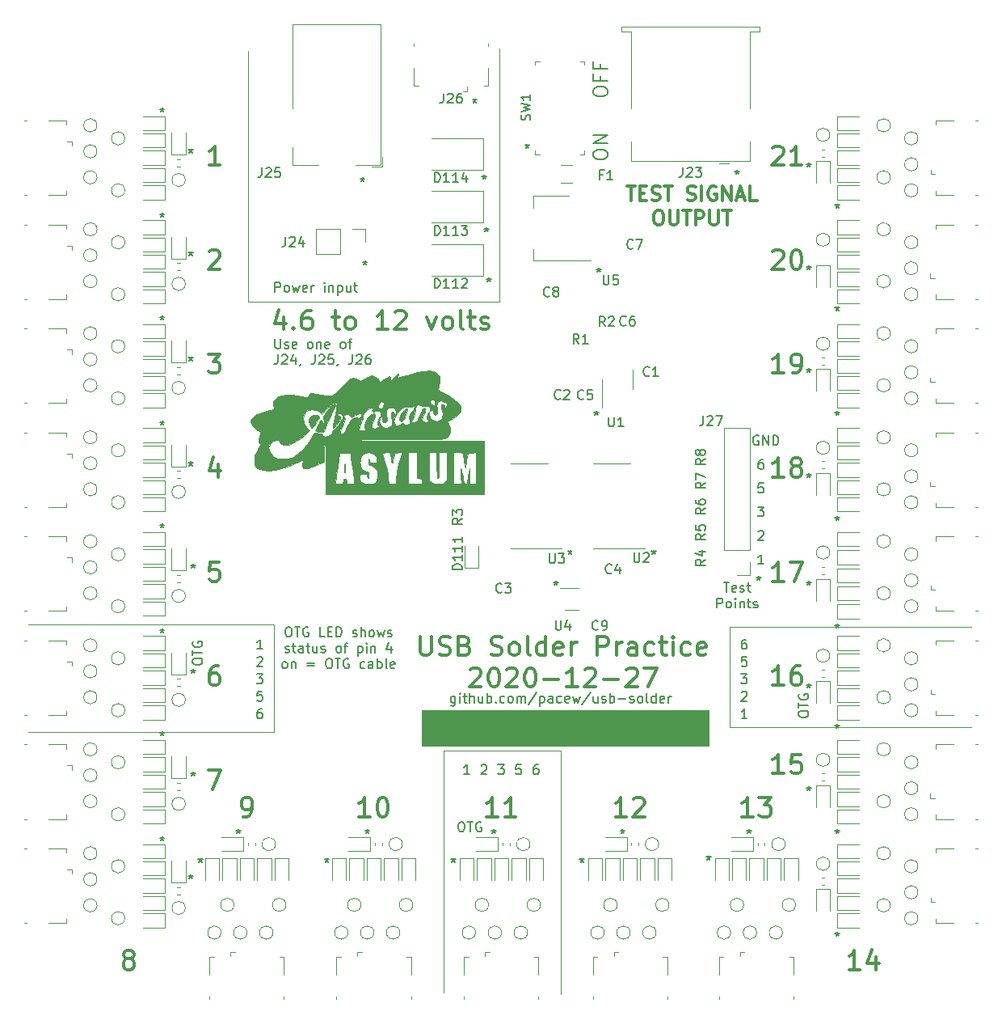
<source format=gbr>
G04 #@! TF.GenerationSoftware,KiCad,Pcbnew,5.1.5+dfsg1-2build2*
G04 #@! TF.CreationDate,2020-12-27T14:15:37-05:00*
G04 #@! TF.ProjectId,usb-solder,7573622d-736f-46c6-9465-722e6b696361,rev?*
G04 #@! TF.SameCoordinates,Original*
G04 #@! TF.FileFunction,Legend,Top*
G04 #@! TF.FilePolarity,Positive*
%FSLAX46Y46*%
G04 Gerber Fmt 4.6, Leading zero omitted, Abs format (unit mm)*
G04 Created by KiCad (PCBNEW 5.1.5+dfsg1-2build2) date 2020-12-27 14:15:37*
%MOMM*%
%LPD*%
G04 APERTURE LIST*
%ADD10C,0.150000*%
%ADD11C,0.120000*%
%ADD12C,0.300000*%
%ADD13C,0.100000*%
%ADD14C,0.200000*%
%ADD15C,0.010000*%
G04 APERTURE END LIST*
D10*
X76335595Y-75952380D02*
X76335595Y-74952380D01*
X76716547Y-74952380D01*
X76811785Y-75000000D01*
X76859404Y-75047619D01*
X76907023Y-75142857D01*
X76907023Y-75285714D01*
X76859404Y-75380952D01*
X76811785Y-75428571D01*
X76716547Y-75476190D01*
X76335595Y-75476190D01*
X77478452Y-75952380D02*
X77383214Y-75904761D01*
X77335595Y-75857142D01*
X77287976Y-75761904D01*
X77287976Y-75476190D01*
X77335595Y-75380952D01*
X77383214Y-75333333D01*
X77478452Y-75285714D01*
X77621309Y-75285714D01*
X77716547Y-75333333D01*
X77764166Y-75380952D01*
X77811785Y-75476190D01*
X77811785Y-75761904D01*
X77764166Y-75857142D01*
X77716547Y-75904761D01*
X77621309Y-75952380D01*
X77478452Y-75952380D01*
X78145119Y-75285714D02*
X78335595Y-75952380D01*
X78526071Y-75476190D01*
X78716547Y-75952380D01*
X78907023Y-75285714D01*
X79668928Y-75904761D02*
X79573690Y-75952380D01*
X79383214Y-75952380D01*
X79287976Y-75904761D01*
X79240357Y-75809523D01*
X79240357Y-75428571D01*
X79287976Y-75333333D01*
X79383214Y-75285714D01*
X79573690Y-75285714D01*
X79668928Y-75333333D01*
X79716547Y-75428571D01*
X79716547Y-75523809D01*
X79240357Y-75619047D01*
X80145119Y-75952380D02*
X80145119Y-75285714D01*
X80145119Y-75476190D02*
X80192738Y-75380952D01*
X80240357Y-75333333D01*
X80335595Y-75285714D01*
X80430833Y-75285714D01*
X81526071Y-75952380D02*
X81526071Y-75285714D01*
X81526071Y-74952380D02*
X81478452Y-75000000D01*
X81526071Y-75047619D01*
X81573690Y-75000000D01*
X81526071Y-74952380D01*
X81526071Y-75047619D01*
X82002261Y-75285714D02*
X82002261Y-75952380D01*
X82002261Y-75380952D02*
X82049880Y-75333333D01*
X82145119Y-75285714D01*
X82287976Y-75285714D01*
X82383214Y-75333333D01*
X82430833Y-75428571D01*
X82430833Y-75952380D01*
X82907023Y-75285714D02*
X82907023Y-76285714D01*
X82907023Y-75333333D02*
X83002261Y-75285714D01*
X83192738Y-75285714D01*
X83287976Y-75333333D01*
X83335595Y-75380952D01*
X83383214Y-75476190D01*
X83383214Y-75761904D01*
X83335595Y-75857142D01*
X83287976Y-75904761D01*
X83192738Y-75952380D01*
X83002261Y-75952380D01*
X82907023Y-75904761D01*
X84240357Y-75285714D02*
X84240357Y-75952380D01*
X83811785Y-75285714D02*
X83811785Y-75809523D01*
X83859404Y-75904761D01*
X83954642Y-75952380D01*
X84097500Y-75952380D01*
X84192738Y-75904761D01*
X84240357Y-75857142D01*
X84573690Y-75285714D02*
X84954642Y-75285714D01*
X84716547Y-74952380D02*
X84716547Y-75809523D01*
X84764166Y-75904761D01*
X84859404Y-75952380D01*
X84954642Y-75952380D01*
D11*
X99800000Y-77000000D02*
X99800000Y-50500000D01*
X73500000Y-77000000D02*
X99800000Y-77000000D01*
X73500000Y-50750000D02*
X73500000Y-77000000D01*
D10*
X77666666Y-111052380D02*
X77857142Y-111052380D01*
X77952380Y-111100000D01*
X78047619Y-111195238D01*
X78095238Y-111385714D01*
X78095238Y-111719047D01*
X78047619Y-111909523D01*
X77952380Y-112004761D01*
X77857142Y-112052380D01*
X77666666Y-112052380D01*
X77571428Y-112004761D01*
X77476190Y-111909523D01*
X77428571Y-111719047D01*
X77428571Y-111385714D01*
X77476190Y-111195238D01*
X77571428Y-111100000D01*
X77666666Y-111052380D01*
X78380952Y-111052380D02*
X78952380Y-111052380D01*
X78666666Y-112052380D02*
X78666666Y-111052380D01*
X79809523Y-111100000D02*
X79714285Y-111052380D01*
X79571428Y-111052380D01*
X79428571Y-111100000D01*
X79333333Y-111195238D01*
X79285714Y-111290476D01*
X79238095Y-111480952D01*
X79238095Y-111623809D01*
X79285714Y-111814285D01*
X79333333Y-111909523D01*
X79428571Y-112004761D01*
X79571428Y-112052380D01*
X79666666Y-112052380D01*
X79809523Y-112004761D01*
X79857142Y-111957142D01*
X79857142Y-111623809D01*
X79666666Y-111623809D01*
X81523809Y-112052380D02*
X81047619Y-112052380D01*
X81047619Y-111052380D01*
X81857142Y-111528571D02*
X82190476Y-111528571D01*
X82333333Y-112052380D02*
X81857142Y-112052380D01*
X81857142Y-111052380D01*
X82333333Y-111052380D01*
X82761904Y-112052380D02*
X82761904Y-111052380D01*
X83000000Y-111052380D01*
X83142857Y-111100000D01*
X83238095Y-111195238D01*
X83285714Y-111290476D01*
X83333333Y-111480952D01*
X83333333Y-111623809D01*
X83285714Y-111814285D01*
X83238095Y-111909523D01*
X83142857Y-112004761D01*
X83000000Y-112052380D01*
X82761904Y-112052380D01*
X84476190Y-112004761D02*
X84571428Y-112052380D01*
X84761904Y-112052380D01*
X84857142Y-112004761D01*
X84904761Y-111909523D01*
X84904761Y-111861904D01*
X84857142Y-111766666D01*
X84761904Y-111719047D01*
X84619047Y-111719047D01*
X84523809Y-111671428D01*
X84476190Y-111576190D01*
X84476190Y-111528571D01*
X84523809Y-111433333D01*
X84619047Y-111385714D01*
X84761904Y-111385714D01*
X84857142Y-111433333D01*
X85333333Y-112052380D02*
X85333333Y-111052380D01*
X85761904Y-112052380D02*
X85761904Y-111528571D01*
X85714285Y-111433333D01*
X85619047Y-111385714D01*
X85476190Y-111385714D01*
X85380952Y-111433333D01*
X85333333Y-111480952D01*
X86380952Y-112052380D02*
X86285714Y-112004761D01*
X86238095Y-111957142D01*
X86190476Y-111861904D01*
X86190476Y-111576190D01*
X86238095Y-111480952D01*
X86285714Y-111433333D01*
X86380952Y-111385714D01*
X86523809Y-111385714D01*
X86619047Y-111433333D01*
X86666666Y-111480952D01*
X86714285Y-111576190D01*
X86714285Y-111861904D01*
X86666666Y-111957142D01*
X86619047Y-112004761D01*
X86523809Y-112052380D01*
X86380952Y-112052380D01*
X87047619Y-111385714D02*
X87238095Y-112052380D01*
X87428571Y-111576190D01*
X87619047Y-112052380D01*
X87809523Y-111385714D01*
X88142857Y-112004761D02*
X88238095Y-112052380D01*
X88428571Y-112052380D01*
X88523809Y-112004761D01*
X88571428Y-111909523D01*
X88571428Y-111861904D01*
X88523809Y-111766666D01*
X88428571Y-111719047D01*
X88285714Y-111719047D01*
X88190476Y-111671428D01*
X88142857Y-111576190D01*
X88142857Y-111528571D01*
X88190476Y-111433333D01*
X88285714Y-111385714D01*
X88428571Y-111385714D01*
X88523809Y-111433333D01*
X77404761Y-113654761D02*
X77500000Y-113702380D01*
X77690476Y-113702380D01*
X77785714Y-113654761D01*
X77833333Y-113559523D01*
X77833333Y-113511904D01*
X77785714Y-113416666D01*
X77690476Y-113369047D01*
X77547619Y-113369047D01*
X77452380Y-113321428D01*
X77404761Y-113226190D01*
X77404761Y-113178571D01*
X77452380Y-113083333D01*
X77547619Y-113035714D01*
X77690476Y-113035714D01*
X77785714Y-113083333D01*
X78119047Y-113035714D02*
X78500000Y-113035714D01*
X78261904Y-112702380D02*
X78261904Y-113559523D01*
X78309523Y-113654761D01*
X78404761Y-113702380D01*
X78500000Y-113702380D01*
X79261904Y-113702380D02*
X79261904Y-113178571D01*
X79214285Y-113083333D01*
X79119047Y-113035714D01*
X78928571Y-113035714D01*
X78833333Y-113083333D01*
X79261904Y-113654761D02*
X79166666Y-113702380D01*
X78928571Y-113702380D01*
X78833333Y-113654761D01*
X78785714Y-113559523D01*
X78785714Y-113464285D01*
X78833333Y-113369047D01*
X78928571Y-113321428D01*
X79166666Y-113321428D01*
X79261904Y-113273809D01*
X79595238Y-113035714D02*
X79976190Y-113035714D01*
X79738095Y-112702380D02*
X79738095Y-113559523D01*
X79785714Y-113654761D01*
X79880952Y-113702380D01*
X79976190Y-113702380D01*
X80738095Y-113035714D02*
X80738095Y-113702380D01*
X80309523Y-113035714D02*
X80309523Y-113559523D01*
X80357142Y-113654761D01*
X80452380Y-113702380D01*
X80595238Y-113702380D01*
X80690476Y-113654761D01*
X80738095Y-113607142D01*
X81166666Y-113654761D02*
X81261904Y-113702380D01*
X81452380Y-113702380D01*
X81547619Y-113654761D01*
X81595238Y-113559523D01*
X81595238Y-113511904D01*
X81547619Y-113416666D01*
X81452380Y-113369047D01*
X81309523Y-113369047D01*
X81214285Y-113321428D01*
X81166666Y-113226190D01*
X81166666Y-113178571D01*
X81214285Y-113083333D01*
X81309523Y-113035714D01*
X81452380Y-113035714D01*
X81547619Y-113083333D01*
X82928571Y-113702380D02*
X82833333Y-113654761D01*
X82785714Y-113607142D01*
X82738095Y-113511904D01*
X82738095Y-113226190D01*
X82785714Y-113130952D01*
X82833333Y-113083333D01*
X82928571Y-113035714D01*
X83071428Y-113035714D01*
X83166666Y-113083333D01*
X83214285Y-113130952D01*
X83261904Y-113226190D01*
X83261904Y-113511904D01*
X83214285Y-113607142D01*
X83166666Y-113654761D01*
X83071428Y-113702380D01*
X82928571Y-113702380D01*
X83547619Y-113035714D02*
X83928571Y-113035714D01*
X83690476Y-113702380D02*
X83690476Y-112845238D01*
X83738095Y-112750000D01*
X83833333Y-112702380D01*
X83928571Y-112702380D01*
X85023809Y-113035714D02*
X85023809Y-114035714D01*
X85023809Y-113083333D02*
X85119047Y-113035714D01*
X85309523Y-113035714D01*
X85404761Y-113083333D01*
X85452380Y-113130952D01*
X85500000Y-113226190D01*
X85500000Y-113511904D01*
X85452380Y-113607142D01*
X85404761Y-113654761D01*
X85309523Y-113702380D01*
X85119047Y-113702380D01*
X85023809Y-113654761D01*
X85928571Y-113702380D02*
X85928571Y-113035714D01*
X85928571Y-112702380D02*
X85880952Y-112750000D01*
X85928571Y-112797619D01*
X85976190Y-112750000D01*
X85928571Y-112702380D01*
X85928571Y-112797619D01*
X86404761Y-113035714D02*
X86404761Y-113702380D01*
X86404761Y-113130952D02*
X86452380Y-113083333D01*
X86547619Y-113035714D01*
X86690476Y-113035714D01*
X86785714Y-113083333D01*
X86833333Y-113178571D01*
X86833333Y-113702380D01*
X88500000Y-113035714D02*
X88500000Y-113702380D01*
X88261904Y-112654761D02*
X88023809Y-113369047D01*
X88642857Y-113369047D01*
X77285714Y-115352380D02*
X77190476Y-115304761D01*
X77142857Y-115257142D01*
X77095238Y-115161904D01*
X77095238Y-114876190D01*
X77142857Y-114780952D01*
X77190476Y-114733333D01*
X77285714Y-114685714D01*
X77428571Y-114685714D01*
X77523809Y-114733333D01*
X77571428Y-114780952D01*
X77619047Y-114876190D01*
X77619047Y-115161904D01*
X77571428Y-115257142D01*
X77523809Y-115304761D01*
X77428571Y-115352380D01*
X77285714Y-115352380D01*
X78047619Y-114685714D02*
X78047619Y-115352380D01*
X78047619Y-114780952D02*
X78095238Y-114733333D01*
X78190476Y-114685714D01*
X78333333Y-114685714D01*
X78428571Y-114733333D01*
X78476190Y-114828571D01*
X78476190Y-115352380D01*
X79714285Y-114828571D02*
X80476190Y-114828571D01*
X80476190Y-115114285D02*
X79714285Y-115114285D01*
X81904761Y-114352380D02*
X82095238Y-114352380D01*
X82190476Y-114400000D01*
X82285714Y-114495238D01*
X82333333Y-114685714D01*
X82333333Y-115019047D01*
X82285714Y-115209523D01*
X82190476Y-115304761D01*
X82095238Y-115352380D01*
X81904761Y-115352380D01*
X81809523Y-115304761D01*
X81714285Y-115209523D01*
X81666666Y-115019047D01*
X81666666Y-114685714D01*
X81714285Y-114495238D01*
X81809523Y-114400000D01*
X81904761Y-114352380D01*
X82619047Y-114352380D02*
X83190476Y-114352380D01*
X82904761Y-115352380D02*
X82904761Y-114352380D01*
X84047619Y-114400000D02*
X83952380Y-114352380D01*
X83809523Y-114352380D01*
X83666666Y-114400000D01*
X83571428Y-114495238D01*
X83523809Y-114590476D01*
X83476190Y-114780952D01*
X83476190Y-114923809D01*
X83523809Y-115114285D01*
X83571428Y-115209523D01*
X83666666Y-115304761D01*
X83809523Y-115352380D01*
X83904761Y-115352380D01*
X84047619Y-115304761D01*
X84095238Y-115257142D01*
X84095238Y-114923809D01*
X83904761Y-114923809D01*
X85714285Y-115304761D02*
X85619047Y-115352380D01*
X85428571Y-115352380D01*
X85333333Y-115304761D01*
X85285714Y-115257142D01*
X85238095Y-115161904D01*
X85238095Y-114876190D01*
X85285714Y-114780952D01*
X85333333Y-114733333D01*
X85428571Y-114685714D01*
X85619047Y-114685714D01*
X85714285Y-114733333D01*
X86571428Y-115352380D02*
X86571428Y-114828571D01*
X86523809Y-114733333D01*
X86428571Y-114685714D01*
X86238095Y-114685714D01*
X86142857Y-114733333D01*
X86571428Y-115304761D02*
X86476190Y-115352380D01*
X86238095Y-115352380D01*
X86142857Y-115304761D01*
X86095238Y-115209523D01*
X86095238Y-115114285D01*
X86142857Y-115019047D01*
X86238095Y-114971428D01*
X86476190Y-114971428D01*
X86571428Y-114923809D01*
X87047619Y-115352380D02*
X87047619Y-114352380D01*
X87047619Y-114733333D02*
X87142857Y-114685714D01*
X87333333Y-114685714D01*
X87428571Y-114733333D01*
X87476190Y-114780952D01*
X87523809Y-114876190D01*
X87523809Y-115161904D01*
X87476190Y-115257142D01*
X87428571Y-115304761D01*
X87333333Y-115352380D01*
X87142857Y-115352380D01*
X87047619Y-115304761D01*
X88095238Y-115352380D02*
X88000000Y-115304761D01*
X87952380Y-115209523D01*
X87952380Y-114352380D01*
X88857142Y-115304761D02*
X88761904Y-115352380D01*
X88571428Y-115352380D01*
X88476190Y-115304761D01*
X88428571Y-115209523D01*
X88428571Y-114828571D01*
X88476190Y-114733333D01*
X88571428Y-114685714D01*
X88761904Y-114685714D01*
X88857142Y-114733333D01*
X88904761Y-114828571D01*
X88904761Y-114923809D01*
X88428571Y-115019047D01*
X76335595Y-80877380D02*
X76335595Y-81686904D01*
X76383214Y-81782142D01*
X76430833Y-81829761D01*
X76526071Y-81877380D01*
X76716547Y-81877380D01*
X76811785Y-81829761D01*
X76859404Y-81782142D01*
X76907023Y-81686904D01*
X76907023Y-80877380D01*
X77335595Y-81829761D02*
X77430833Y-81877380D01*
X77621309Y-81877380D01*
X77716547Y-81829761D01*
X77764166Y-81734523D01*
X77764166Y-81686904D01*
X77716547Y-81591666D01*
X77621309Y-81544047D01*
X77478452Y-81544047D01*
X77383214Y-81496428D01*
X77335595Y-81401190D01*
X77335595Y-81353571D01*
X77383214Y-81258333D01*
X77478452Y-81210714D01*
X77621309Y-81210714D01*
X77716547Y-81258333D01*
X78573690Y-81829761D02*
X78478452Y-81877380D01*
X78287976Y-81877380D01*
X78192738Y-81829761D01*
X78145119Y-81734523D01*
X78145119Y-81353571D01*
X78192738Y-81258333D01*
X78287976Y-81210714D01*
X78478452Y-81210714D01*
X78573690Y-81258333D01*
X78621309Y-81353571D01*
X78621309Y-81448809D01*
X78145119Y-81544047D01*
X79954642Y-81877380D02*
X79859404Y-81829761D01*
X79811785Y-81782142D01*
X79764166Y-81686904D01*
X79764166Y-81401190D01*
X79811785Y-81305952D01*
X79859404Y-81258333D01*
X79954642Y-81210714D01*
X80097500Y-81210714D01*
X80192738Y-81258333D01*
X80240357Y-81305952D01*
X80287976Y-81401190D01*
X80287976Y-81686904D01*
X80240357Y-81782142D01*
X80192738Y-81829761D01*
X80097500Y-81877380D01*
X79954642Y-81877380D01*
X80716547Y-81210714D02*
X80716547Y-81877380D01*
X80716547Y-81305952D02*
X80764166Y-81258333D01*
X80859404Y-81210714D01*
X81002261Y-81210714D01*
X81097500Y-81258333D01*
X81145119Y-81353571D01*
X81145119Y-81877380D01*
X82002261Y-81829761D02*
X81907023Y-81877380D01*
X81716547Y-81877380D01*
X81621309Y-81829761D01*
X81573690Y-81734523D01*
X81573690Y-81353571D01*
X81621309Y-81258333D01*
X81716547Y-81210714D01*
X81907023Y-81210714D01*
X82002261Y-81258333D01*
X82049880Y-81353571D01*
X82049880Y-81448809D01*
X81573690Y-81544047D01*
X83383214Y-81877380D02*
X83287976Y-81829761D01*
X83240357Y-81782142D01*
X83192738Y-81686904D01*
X83192738Y-81401190D01*
X83240357Y-81305952D01*
X83287976Y-81258333D01*
X83383214Y-81210714D01*
X83526071Y-81210714D01*
X83621309Y-81258333D01*
X83668928Y-81305952D01*
X83716547Y-81401190D01*
X83716547Y-81686904D01*
X83668928Y-81782142D01*
X83621309Y-81829761D01*
X83526071Y-81877380D01*
X83383214Y-81877380D01*
X84002261Y-81210714D02*
X84383214Y-81210714D01*
X84145119Y-81877380D02*
X84145119Y-81020238D01*
X84192738Y-80925000D01*
X84287976Y-80877380D01*
X84383214Y-80877380D01*
X76621309Y-82527380D02*
X76621309Y-83241666D01*
X76573690Y-83384523D01*
X76478452Y-83479761D01*
X76335595Y-83527380D01*
X76240357Y-83527380D01*
X77049880Y-82622619D02*
X77097500Y-82575000D01*
X77192738Y-82527380D01*
X77430833Y-82527380D01*
X77526071Y-82575000D01*
X77573690Y-82622619D01*
X77621309Y-82717857D01*
X77621309Y-82813095D01*
X77573690Y-82955952D01*
X77002261Y-83527380D01*
X77621309Y-83527380D01*
X78478452Y-82860714D02*
X78478452Y-83527380D01*
X78240357Y-82479761D02*
X78002261Y-83194047D01*
X78621309Y-83194047D01*
X79049880Y-83479761D02*
X79049880Y-83527380D01*
X79002261Y-83622619D01*
X78954642Y-83670238D01*
X80526071Y-82527380D02*
X80526071Y-83241666D01*
X80478452Y-83384523D01*
X80383214Y-83479761D01*
X80240357Y-83527380D01*
X80145119Y-83527380D01*
X80954642Y-82622619D02*
X81002261Y-82575000D01*
X81097500Y-82527380D01*
X81335595Y-82527380D01*
X81430833Y-82575000D01*
X81478452Y-82622619D01*
X81526071Y-82717857D01*
X81526071Y-82813095D01*
X81478452Y-82955952D01*
X80907023Y-83527380D01*
X81526071Y-83527380D01*
X82430833Y-82527380D02*
X81954642Y-82527380D01*
X81907023Y-83003571D01*
X81954642Y-82955952D01*
X82049880Y-82908333D01*
X82287976Y-82908333D01*
X82383214Y-82955952D01*
X82430833Y-83003571D01*
X82478452Y-83098809D01*
X82478452Y-83336904D01*
X82430833Y-83432142D01*
X82383214Y-83479761D01*
X82287976Y-83527380D01*
X82049880Y-83527380D01*
X81954642Y-83479761D01*
X81907023Y-83432142D01*
X82954642Y-83479761D02*
X82954642Y-83527380D01*
X82907023Y-83622619D01*
X82859404Y-83670238D01*
X84430833Y-82527380D02*
X84430833Y-83241666D01*
X84383214Y-83384523D01*
X84287976Y-83479761D01*
X84145119Y-83527380D01*
X84049880Y-83527380D01*
X84859404Y-82622619D02*
X84907023Y-82575000D01*
X85002261Y-82527380D01*
X85240357Y-82527380D01*
X85335595Y-82575000D01*
X85383214Y-82622619D01*
X85430833Y-82717857D01*
X85430833Y-82813095D01*
X85383214Y-82955952D01*
X84811785Y-83527380D01*
X85430833Y-83527380D01*
X86287976Y-82527380D02*
X86097500Y-82527380D01*
X86002261Y-82575000D01*
X85954642Y-82622619D01*
X85859404Y-82765476D01*
X85811785Y-82955952D01*
X85811785Y-83336904D01*
X85859404Y-83432142D01*
X85907023Y-83479761D01*
X86002261Y-83527380D01*
X86192738Y-83527380D01*
X86287976Y-83479761D01*
X86335595Y-83432142D01*
X86383214Y-83336904D01*
X86383214Y-83098809D01*
X86335595Y-83003571D01*
X86287976Y-82955952D01*
X86192738Y-82908333D01*
X86002261Y-82908333D01*
X85907023Y-82955952D01*
X85859404Y-83003571D01*
X85811785Y-83098809D01*
D12*
X77214285Y-78571428D02*
X77214285Y-79904761D01*
X76738095Y-77809523D02*
X76261904Y-79238095D01*
X77499999Y-79238095D01*
X78261904Y-79714285D02*
X78357142Y-79809523D01*
X78261904Y-79904761D01*
X78166666Y-79809523D01*
X78261904Y-79714285D01*
X78261904Y-79904761D01*
X80071428Y-77904761D02*
X79690476Y-77904761D01*
X79499999Y-78000000D01*
X79404761Y-78095238D01*
X79214285Y-78380952D01*
X79119047Y-78761904D01*
X79119047Y-79523809D01*
X79214285Y-79714285D01*
X79309523Y-79809523D01*
X79499999Y-79904761D01*
X79880952Y-79904761D01*
X80071428Y-79809523D01*
X80166666Y-79714285D01*
X80261904Y-79523809D01*
X80261904Y-79047619D01*
X80166666Y-78857142D01*
X80071428Y-78761904D01*
X79880952Y-78666666D01*
X79499999Y-78666666D01*
X79309523Y-78761904D01*
X79214285Y-78857142D01*
X79119047Y-79047619D01*
X82357142Y-78571428D02*
X83119047Y-78571428D01*
X82642857Y-77904761D02*
X82642857Y-79619047D01*
X82738095Y-79809523D01*
X82928571Y-79904761D01*
X83119047Y-79904761D01*
X84071428Y-79904761D02*
X83880952Y-79809523D01*
X83785714Y-79714285D01*
X83690476Y-79523809D01*
X83690476Y-78952380D01*
X83785714Y-78761904D01*
X83880952Y-78666666D01*
X84071428Y-78571428D01*
X84357142Y-78571428D01*
X84547619Y-78666666D01*
X84642857Y-78761904D01*
X84738095Y-78952380D01*
X84738095Y-79523809D01*
X84642857Y-79714285D01*
X84547619Y-79809523D01*
X84357142Y-79904761D01*
X84071428Y-79904761D01*
X88166666Y-79904761D02*
X87023809Y-79904761D01*
X87595238Y-79904761D02*
X87595238Y-77904761D01*
X87404761Y-78190476D01*
X87214285Y-78380952D01*
X87023809Y-78476190D01*
X88928571Y-78095238D02*
X89023809Y-78000000D01*
X89214285Y-77904761D01*
X89690476Y-77904761D01*
X89880952Y-78000000D01*
X89976190Y-78095238D01*
X90071428Y-78285714D01*
X90071428Y-78476190D01*
X89976190Y-78761904D01*
X88833333Y-79904761D01*
X90071428Y-79904761D01*
X92261904Y-78571428D02*
X92738095Y-79904761D01*
X93214285Y-78571428D01*
X94261904Y-79904761D02*
X94071428Y-79809523D01*
X93976190Y-79714285D01*
X93880952Y-79523809D01*
X93880952Y-78952380D01*
X93976190Y-78761904D01*
X94071428Y-78666666D01*
X94261904Y-78571428D01*
X94547619Y-78571428D01*
X94738095Y-78666666D01*
X94833333Y-78761904D01*
X94928571Y-78952380D01*
X94928571Y-79523809D01*
X94833333Y-79714285D01*
X94738095Y-79809523D01*
X94547619Y-79904761D01*
X94261904Y-79904761D01*
X96071428Y-79904761D02*
X95880952Y-79809523D01*
X95785714Y-79619047D01*
X95785714Y-77904761D01*
X96547619Y-78571428D02*
X97309523Y-78571428D01*
X96833333Y-77904761D02*
X96833333Y-79619047D01*
X96928571Y-79809523D01*
X97119047Y-79904761D01*
X97309523Y-79904761D01*
X97880952Y-79809523D02*
X98071428Y-79904761D01*
X98452380Y-79904761D01*
X98642857Y-79809523D01*
X98738095Y-79619047D01*
X98738095Y-79523809D01*
X98642857Y-79333333D01*
X98452380Y-79238095D01*
X98166666Y-79238095D01*
X97976190Y-79142857D01*
X97880952Y-78952380D01*
X97880952Y-78857142D01*
X97976190Y-78666666D01*
X98166666Y-78571428D01*
X98452380Y-78571428D01*
X98642857Y-78666666D01*
D10*
X95226190Y-118285714D02*
X95226190Y-119095238D01*
X95178571Y-119190476D01*
X95130952Y-119238095D01*
X95035714Y-119285714D01*
X94892857Y-119285714D01*
X94797619Y-119238095D01*
X95226190Y-118904761D02*
X95130952Y-118952380D01*
X94940476Y-118952380D01*
X94845238Y-118904761D01*
X94797619Y-118857142D01*
X94750000Y-118761904D01*
X94750000Y-118476190D01*
X94797619Y-118380952D01*
X94845238Y-118333333D01*
X94940476Y-118285714D01*
X95130952Y-118285714D01*
X95226190Y-118333333D01*
X95702380Y-118952380D02*
X95702380Y-118285714D01*
X95702380Y-117952380D02*
X95654761Y-118000000D01*
X95702380Y-118047619D01*
X95750000Y-118000000D01*
X95702380Y-117952380D01*
X95702380Y-118047619D01*
X96035714Y-118285714D02*
X96416666Y-118285714D01*
X96178571Y-117952380D02*
X96178571Y-118809523D01*
X96226190Y-118904761D01*
X96321428Y-118952380D01*
X96416666Y-118952380D01*
X96750000Y-118952380D02*
X96750000Y-117952380D01*
X97178571Y-118952380D02*
X97178571Y-118428571D01*
X97130952Y-118333333D01*
X97035714Y-118285714D01*
X96892857Y-118285714D01*
X96797619Y-118333333D01*
X96750000Y-118380952D01*
X98083333Y-118285714D02*
X98083333Y-118952380D01*
X97654761Y-118285714D02*
X97654761Y-118809523D01*
X97702380Y-118904761D01*
X97797619Y-118952380D01*
X97940476Y-118952380D01*
X98035714Y-118904761D01*
X98083333Y-118857142D01*
X98559523Y-118952380D02*
X98559523Y-117952380D01*
X98559523Y-118333333D02*
X98654761Y-118285714D01*
X98845238Y-118285714D01*
X98940476Y-118333333D01*
X98988095Y-118380952D01*
X99035714Y-118476190D01*
X99035714Y-118761904D01*
X98988095Y-118857142D01*
X98940476Y-118904761D01*
X98845238Y-118952380D01*
X98654761Y-118952380D01*
X98559523Y-118904761D01*
X99464285Y-118857142D02*
X99511904Y-118904761D01*
X99464285Y-118952380D01*
X99416666Y-118904761D01*
X99464285Y-118857142D01*
X99464285Y-118952380D01*
X100369047Y-118904761D02*
X100273809Y-118952380D01*
X100083333Y-118952380D01*
X99988095Y-118904761D01*
X99940476Y-118857142D01*
X99892857Y-118761904D01*
X99892857Y-118476190D01*
X99940476Y-118380952D01*
X99988095Y-118333333D01*
X100083333Y-118285714D01*
X100273809Y-118285714D01*
X100369047Y-118333333D01*
X100940476Y-118952380D02*
X100845238Y-118904761D01*
X100797619Y-118857142D01*
X100750000Y-118761904D01*
X100750000Y-118476190D01*
X100797619Y-118380952D01*
X100845238Y-118333333D01*
X100940476Y-118285714D01*
X101083333Y-118285714D01*
X101178571Y-118333333D01*
X101226190Y-118380952D01*
X101273809Y-118476190D01*
X101273809Y-118761904D01*
X101226190Y-118857142D01*
X101178571Y-118904761D01*
X101083333Y-118952380D01*
X100940476Y-118952380D01*
X101702380Y-118952380D02*
X101702380Y-118285714D01*
X101702380Y-118380952D02*
X101750000Y-118333333D01*
X101845238Y-118285714D01*
X101988095Y-118285714D01*
X102083333Y-118333333D01*
X102130952Y-118428571D01*
X102130952Y-118952380D01*
X102130952Y-118428571D02*
X102178571Y-118333333D01*
X102273809Y-118285714D01*
X102416666Y-118285714D01*
X102511904Y-118333333D01*
X102559523Y-118428571D01*
X102559523Y-118952380D01*
X103750000Y-117904761D02*
X102892857Y-119190476D01*
X104083333Y-118285714D02*
X104083333Y-119285714D01*
X104083333Y-118333333D02*
X104178571Y-118285714D01*
X104369047Y-118285714D01*
X104464285Y-118333333D01*
X104511904Y-118380952D01*
X104559523Y-118476190D01*
X104559523Y-118761904D01*
X104511904Y-118857142D01*
X104464285Y-118904761D01*
X104369047Y-118952380D01*
X104178571Y-118952380D01*
X104083333Y-118904761D01*
X105416666Y-118952380D02*
X105416666Y-118428571D01*
X105369047Y-118333333D01*
X105273809Y-118285714D01*
X105083333Y-118285714D01*
X104988095Y-118333333D01*
X105416666Y-118904761D02*
X105321428Y-118952380D01*
X105083333Y-118952380D01*
X104988095Y-118904761D01*
X104940476Y-118809523D01*
X104940476Y-118714285D01*
X104988095Y-118619047D01*
X105083333Y-118571428D01*
X105321428Y-118571428D01*
X105416666Y-118523809D01*
X106321428Y-118904761D02*
X106226190Y-118952380D01*
X106035714Y-118952380D01*
X105940476Y-118904761D01*
X105892857Y-118857142D01*
X105845238Y-118761904D01*
X105845238Y-118476190D01*
X105892857Y-118380952D01*
X105940476Y-118333333D01*
X106035714Y-118285714D01*
X106226190Y-118285714D01*
X106321428Y-118333333D01*
X107130952Y-118904761D02*
X107035714Y-118952380D01*
X106845238Y-118952380D01*
X106750000Y-118904761D01*
X106702380Y-118809523D01*
X106702380Y-118428571D01*
X106750000Y-118333333D01*
X106845238Y-118285714D01*
X107035714Y-118285714D01*
X107130952Y-118333333D01*
X107178571Y-118428571D01*
X107178571Y-118523809D01*
X106702380Y-118619047D01*
X107511904Y-118285714D02*
X107702380Y-118952380D01*
X107892857Y-118476190D01*
X108083333Y-118952380D01*
X108273809Y-118285714D01*
X109369047Y-117904761D02*
X108511904Y-119190476D01*
X110130952Y-118285714D02*
X110130952Y-118952380D01*
X109702380Y-118285714D02*
X109702380Y-118809523D01*
X109749999Y-118904761D01*
X109845238Y-118952380D01*
X109988095Y-118952380D01*
X110083333Y-118904761D01*
X110130952Y-118857142D01*
X110559523Y-118904761D02*
X110654761Y-118952380D01*
X110845238Y-118952380D01*
X110940476Y-118904761D01*
X110988095Y-118809523D01*
X110988095Y-118761904D01*
X110940476Y-118666666D01*
X110845238Y-118619047D01*
X110702380Y-118619047D01*
X110607142Y-118571428D01*
X110559523Y-118476190D01*
X110559523Y-118428571D01*
X110607142Y-118333333D01*
X110702380Y-118285714D01*
X110845238Y-118285714D01*
X110940476Y-118333333D01*
X111416666Y-118952380D02*
X111416666Y-117952380D01*
X111416666Y-118333333D02*
X111511904Y-118285714D01*
X111702380Y-118285714D01*
X111797619Y-118333333D01*
X111845238Y-118380952D01*
X111892857Y-118476190D01*
X111892857Y-118761904D01*
X111845238Y-118857142D01*
X111797619Y-118904761D01*
X111702380Y-118952380D01*
X111511904Y-118952380D01*
X111416666Y-118904761D01*
X112321428Y-118571428D02*
X113083333Y-118571428D01*
X113511904Y-118904761D02*
X113607142Y-118952380D01*
X113797619Y-118952380D01*
X113892857Y-118904761D01*
X113940476Y-118809523D01*
X113940476Y-118761904D01*
X113892857Y-118666666D01*
X113797619Y-118619047D01*
X113654761Y-118619047D01*
X113559523Y-118571428D01*
X113511904Y-118476190D01*
X113511904Y-118428571D01*
X113559523Y-118333333D01*
X113654761Y-118285714D01*
X113797619Y-118285714D01*
X113892857Y-118333333D01*
X114511904Y-118952380D02*
X114416666Y-118904761D01*
X114369047Y-118857142D01*
X114321428Y-118761904D01*
X114321428Y-118476190D01*
X114369047Y-118380952D01*
X114416666Y-118333333D01*
X114511904Y-118285714D01*
X114654761Y-118285714D01*
X114750000Y-118333333D01*
X114797619Y-118380952D01*
X114845238Y-118476190D01*
X114845238Y-118761904D01*
X114797619Y-118857142D01*
X114750000Y-118904761D01*
X114654761Y-118952380D01*
X114511904Y-118952380D01*
X115416666Y-118952380D02*
X115321428Y-118904761D01*
X115273809Y-118809523D01*
X115273809Y-117952380D01*
X116226190Y-118952380D02*
X116226190Y-117952380D01*
X116226190Y-118904761D02*
X116130952Y-118952380D01*
X115940476Y-118952380D01*
X115845238Y-118904761D01*
X115797619Y-118857142D01*
X115749999Y-118761904D01*
X115749999Y-118476190D01*
X115797619Y-118380952D01*
X115845238Y-118333333D01*
X115940476Y-118285714D01*
X116130952Y-118285714D01*
X116226190Y-118333333D01*
X117083333Y-118904761D02*
X116988095Y-118952380D01*
X116797619Y-118952380D01*
X116702380Y-118904761D01*
X116654761Y-118809523D01*
X116654761Y-118428571D01*
X116702380Y-118333333D01*
X116797619Y-118285714D01*
X116988095Y-118285714D01*
X117083333Y-118333333D01*
X117130952Y-118428571D01*
X117130952Y-118523809D01*
X116654761Y-118619047D01*
X117559523Y-118952380D02*
X117559523Y-118285714D01*
X117559523Y-118476190D02*
X117607142Y-118380952D01*
X117654761Y-118333333D01*
X117749999Y-118285714D01*
X117845238Y-118285714D01*
D13*
G36*
X121750000Y-123500000D02*
G01*
X91750000Y-123500000D01*
X91750000Y-119750000D01*
X121750000Y-119750000D01*
X121750000Y-123500000D01*
G37*
X121750000Y-123500000D02*
X91750000Y-123500000D01*
X91750000Y-119750000D01*
X121750000Y-119750000D01*
X121750000Y-123500000D01*
D12*
X91547619Y-112004761D02*
X91547619Y-113623809D01*
X91642857Y-113814285D01*
X91738095Y-113909523D01*
X91928571Y-114004761D01*
X92309523Y-114004761D01*
X92500000Y-113909523D01*
X92595238Y-113814285D01*
X92690476Y-113623809D01*
X92690476Y-112004761D01*
X93547619Y-113909523D02*
X93833333Y-114004761D01*
X94309523Y-114004761D01*
X94500000Y-113909523D01*
X94595238Y-113814285D01*
X94690476Y-113623809D01*
X94690476Y-113433333D01*
X94595238Y-113242857D01*
X94500000Y-113147619D01*
X94309523Y-113052380D01*
X93928571Y-112957142D01*
X93738095Y-112861904D01*
X93642857Y-112766666D01*
X93547619Y-112576190D01*
X93547619Y-112385714D01*
X93642857Y-112195238D01*
X93738095Y-112100000D01*
X93928571Y-112004761D01*
X94404761Y-112004761D01*
X94690476Y-112100000D01*
X96214285Y-112957142D02*
X96500000Y-113052380D01*
X96595238Y-113147619D01*
X96690476Y-113338095D01*
X96690476Y-113623809D01*
X96595238Y-113814285D01*
X96500000Y-113909523D01*
X96309523Y-114004761D01*
X95547619Y-114004761D01*
X95547619Y-112004761D01*
X96214285Y-112004761D01*
X96404761Y-112100000D01*
X96500000Y-112195238D01*
X96595238Y-112385714D01*
X96595238Y-112576190D01*
X96500000Y-112766666D01*
X96404761Y-112861904D01*
X96214285Y-112957142D01*
X95547619Y-112957142D01*
X98976190Y-113909523D02*
X99261904Y-114004761D01*
X99738095Y-114004761D01*
X99928571Y-113909523D01*
X100023809Y-113814285D01*
X100119047Y-113623809D01*
X100119047Y-113433333D01*
X100023809Y-113242857D01*
X99928571Y-113147619D01*
X99738095Y-113052380D01*
X99357142Y-112957142D01*
X99166666Y-112861904D01*
X99071428Y-112766666D01*
X98976190Y-112576190D01*
X98976190Y-112385714D01*
X99071428Y-112195238D01*
X99166666Y-112100000D01*
X99357142Y-112004761D01*
X99833333Y-112004761D01*
X100119047Y-112100000D01*
X101261904Y-114004761D02*
X101071428Y-113909523D01*
X100976190Y-113814285D01*
X100880952Y-113623809D01*
X100880952Y-113052380D01*
X100976190Y-112861904D01*
X101071428Y-112766666D01*
X101261904Y-112671428D01*
X101547619Y-112671428D01*
X101738095Y-112766666D01*
X101833333Y-112861904D01*
X101928571Y-113052380D01*
X101928571Y-113623809D01*
X101833333Y-113814285D01*
X101738095Y-113909523D01*
X101547619Y-114004761D01*
X101261904Y-114004761D01*
X103071428Y-114004761D02*
X102880952Y-113909523D01*
X102785714Y-113719047D01*
X102785714Y-112004761D01*
X104690476Y-114004761D02*
X104690476Y-112004761D01*
X104690476Y-113909523D02*
X104500000Y-114004761D01*
X104119047Y-114004761D01*
X103928571Y-113909523D01*
X103833333Y-113814285D01*
X103738095Y-113623809D01*
X103738095Y-113052380D01*
X103833333Y-112861904D01*
X103928571Y-112766666D01*
X104119047Y-112671428D01*
X104500000Y-112671428D01*
X104690476Y-112766666D01*
X106404761Y-113909523D02*
X106214285Y-114004761D01*
X105833333Y-114004761D01*
X105642857Y-113909523D01*
X105547619Y-113719047D01*
X105547619Y-112957142D01*
X105642857Y-112766666D01*
X105833333Y-112671428D01*
X106214285Y-112671428D01*
X106404761Y-112766666D01*
X106500000Y-112957142D01*
X106500000Y-113147619D01*
X105547619Y-113338095D01*
X107357142Y-114004761D02*
X107357142Y-112671428D01*
X107357142Y-113052380D02*
X107452380Y-112861904D01*
X107547619Y-112766666D01*
X107738095Y-112671428D01*
X107928571Y-112671428D01*
X110119047Y-114004761D02*
X110119047Y-112004761D01*
X110880952Y-112004761D01*
X111071428Y-112100000D01*
X111166666Y-112195238D01*
X111261904Y-112385714D01*
X111261904Y-112671428D01*
X111166666Y-112861904D01*
X111071428Y-112957142D01*
X110880952Y-113052380D01*
X110119047Y-113052380D01*
X112119047Y-114004761D02*
X112119047Y-112671428D01*
X112119047Y-113052380D02*
X112214285Y-112861904D01*
X112309523Y-112766666D01*
X112500000Y-112671428D01*
X112690476Y-112671428D01*
X114214285Y-114004761D02*
X114214285Y-112957142D01*
X114119047Y-112766666D01*
X113928571Y-112671428D01*
X113547619Y-112671428D01*
X113357142Y-112766666D01*
X114214285Y-113909523D02*
X114023809Y-114004761D01*
X113547619Y-114004761D01*
X113357142Y-113909523D01*
X113261904Y-113719047D01*
X113261904Y-113528571D01*
X113357142Y-113338095D01*
X113547619Y-113242857D01*
X114023809Y-113242857D01*
X114214285Y-113147619D01*
X116023809Y-113909523D02*
X115833333Y-114004761D01*
X115452380Y-114004761D01*
X115261904Y-113909523D01*
X115166666Y-113814285D01*
X115071428Y-113623809D01*
X115071428Y-113052380D01*
X115166666Y-112861904D01*
X115261904Y-112766666D01*
X115452380Y-112671428D01*
X115833333Y-112671428D01*
X116023809Y-112766666D01*
X116595238Y-112671428D02*
X117357142Y-112671428D01*
X116880952Y-112004761D02*
X116880952Y-113719047D01*
X116976190Y-113909523D01*
X117166666Y-114004761D01*
X117357142Y-114004761D01*
X118023809Y-114004761D02*
X118023809Y-112671428D01*
X118023809Y-112004761D02*
X117928571Y-112100000D01*
X118023809Y-112195238D01*
X118119047Y-112100000D01*
X118023809Y-112004761D01*
X118023809Y-112195238D01*
X119833333Y-113909523D02*
X119642857Y-114004761D01*
X119261904Y-114004761D01*
X119071428Y-113909523D01*
X118976190Y-113814285D01*
X118880952Y-113623809D01*
X118880952Y-113052380D01*
X118976190Y-112861904D01*
X119071428Y-112766666D01*
X119261904Y-112671428D01*
X119642857Y-112671428D01*
X119833333Y-112766666D01*
X121452380Y-113909523D02*
X121261904Y-114004761D01*
X120880952Y-114004761D01*
X120690476Y-113909523D01*
X120595238Y-113719047D01*
X120595238Y-112957142D01*
X120690476Y-112766666D01*
X120880952Y-112671428D01*
X121261904Y-112671428D01*
X121452380Y-112766666D01*
X121547619Y-112957142D01*
X121547619Y-113147619D01*
X120595238Y-113338095D01*
X96785714Y-115495238D02*
X96880952Y-115400000D01*
X97071428Y-115304761D01*
X97547619Y-115304761D01*
X97738095Y-115400000D01*
X97833333Y-115495238D01*
X97928571Y-115685714D01*
X97928571Y-115876190D01*
X97833333Y-116161904D01*
X96690476Y-117304761D01*
X97928571Y-117304761D01*
X99166666Y-115304761D02*
X99357142Y-115304761D01*
X99547619Y-115400000D01*
X99642857Y-115495238D01*
X99738095Y-115685714D01*
X99833333Y-116066666D01*
X99833333Y-116542857D01*
X99738095Y-116923809D01*
X99642857Y-117114285D01*
X99547619Y-117209523D01*
X99357142Y-117304761D01*
X99166666Y-117304761D01*
X98976190Y-117209523D01*
X98880952Y-117114285D01*
X98785714Y-116923809D01*
X98690476Y-116542857D01*
X98690476Y-116066666D01*
X98785714Y-115685714D01*
X98880952Y-115495238D01*
X98976190Y-115400000D01*
X99166666Y-115304761D01*
X100595238Y-115495238D02*
X100690476Y-115400000D01*
X100880952Y-115304761D01*
X101357142Y-115304761D01*
X101547619Y-115400000D01*
X101642857Y-115495238D01*
X101738095Y-115685714D01*
X101738095Y-115876190D01*
X101642857Y-116161904D01*
X100500000Y-117304761D01*
X101738095Y-117304761D01*
X102976190Y-115304761D02*
X103166666Y-115304761D01*
X103357142Y-115400000D01*
X103452380Y-115495238D01*
X103547619Y-115685714D01*
X103642857Y-116066666D01*
X103642857Y-116542857D01*
X103547619Y-116923809D01*
X103452380Y-117114285D01*
X103357142Y-117209523D01*
X103166666Y-117304761D01*
X102976190Y-117304761D01*
X102785714Y-117209523D01*
X102690476Y-117114285D01*
X102595238Y-116923809D01*
X102500000Y-116542857D01*
X102500000Y-116066666D01*
X102595238Y-115685714D01*
X102690476Y-115495238D01*
X102785714Y-115400000D01*
X102976190Y-115304761D01*
X104500000Y-116542857D02*
X106023809Y-116542857D01*
X108023809Y-117304761D02*
X106880952Y-117304761D01*
X107452380Y-117304761D02*
X107452380Y-115304761D01*
X107261904Y-115590476D01*
X107071428Y-115780952D01*
X106880952Y-115876190D01*
X108785714Y-115495238D02*
X108880952Y-115400000D01*
X109071428Y-115304761D01*
X109547619Y-115304761D01*
X109738095Y-115400000D01*
X109833333Y-115495238D01*
X109928571Y-115685714D01*
X109928571Y-115876190D01*
X109833333Y-116161904D01*
X108690476Y-117304761D01*
X109928571Y-117304761D01*
X110785714Y-116542857D02*
X112309523Y-116542857D01*
X113166666Y-115495238D02*
X113261904Y-115400000D01*
X113452380Y-115304761D01*
X113928571Y-115304761D01*
X114119047Y-115400000D01*
X114214285Y-115495238D01*
X114309523Y-115685714D01*
X114309523Y-115876190D01*
X114214285Y-116161904D01*
X113071428Y-117304761D01*
X114309523Y-117304761D01*
X114976190Y-115304761D02*
X116309523Y-115304761D01*
X115452380Y-117304761D01*
D11*
X76250000Y-110750000D02*
X50500000Y-110750000D01*
X76250000Y-122000000D02*
X76250000Y-110750000D01*
X50500000Y-122000000D02*
X76250000Y-122000000D01*
X106250000Y-124000000D02*
X106250000Y-149500000D01*
X94000000Y-124000000D02*
X106250000Y-124000000D01*
X94000000Y-149250000D02*
X94000000Y-124000000D01*
X124000000Y-121500000D02*
X149250000Y-121500000D01*
X124000000Y-111000000D02*
X124000000Y-121500000D01*
X149250000Y-111000000D02*
X124000000Y-111000000D01*
D10*
X131202380Y-120226190D02*
X131202380Y-120035714D01*
X131250000Y-119940476D01*
X131345238Y-119845238D01*
X131535714Y-119797619D01*
X131869047Y-119797619D01*
X132059523Y-119845238D01*
X132154761Y-119940476D01*
X132202380Y-120035714D01*
X132202380Y-120226190D01*
X132154761Y-120321428D01*
X132059523Y-120416666D01*
X131869047Y-120464285D01*
X131535714Y-120464285D01*
X131345238Y-120416666D01*
X131250000Y-120321428D01*
X131202380Y-120226190D01*
X131202380Y-119511904D02*
X131202380Y-118940476D01*
X132202380Y-119226190D02*
X131202380Y-119226190D01*
X131250000Y-118083333D02*
X131202380Y-118178571D01*
X131202380Y-118321428D01*
X131250000Y-118464285D01*
X131345238Y-118559523D01*
X131440476Y-118607142D01*
X131630952Y-118654761D01*
X131773809Y-118654761D01*
X131964285Y-118607142D01*
X132059523Y-118559523D01*
X132154761Y-118464285D01*
X132202380Y-118321428D01*
X132202380Y-118226190D01*
X132154761Y-118083333D01*
X132107142Y-118035714D01*
X131773809Y-118035714D01*
X131773809Y-118226190D01*
X125785714Y-120597222D02*
X125214285Y-120597222D01*
X125500000Y-120597222D02*
X125500000Y-119597222D01*
X125404761Y-119740080D01*
X125309523Y-119835318D01*
X125214285Y-119882937D01*
X125690476Y-112337222D02*
X125500000Y-112337222D01*
X125404761Y-112384842D01*
X125357142Y-112432461D01*
X125261904Y-112575318D01*
X125214285Y-112765794D01*
X125214285Y-113146746D01*
X125261904Y-113241984D01*
X125309523Y-113289603D01*
X125404761Y-113337222D01*
X125595238Y-113337222D01*
X125690476Y-113289603D01*
X125738095Y-113241984D01*
X125785714Y-113146746D01*
X125785714Y-112908651D01*
X125738095Y-112813413D01*
X125690476Y-112765794D01*
X125595238Y-112718175D01*
X125404761Y-112718175D01*
X125309523Y-112765794D01*
X125261904Y-112813413D01*
X125214285Y-112908651D01*
X125738095Y-114152222D02*
X125261904Y-114152222D01*
X125214285Y-114628413D01*
X125261904Y-114580794D01*
X125357142Y-114533175D01*
X125595238Y-114533175D01*
X125690476Y-114580794D01*
X125738095Y-114628413D01*
X125785714Y-114723651D01*
X125785714Y-114961746D01*
X125738095Y-115056984D01*
X125690476Y-115104603D01*
X125595238Y-115152222D01*
X125357142Y-115152222D01*
X125261904Y-115104603D01*
X125214285Y-115056984D01*
X125166666Y-115967222D02*
X125785714Y-115967222D01*
X125452380Y-116348175D01*
X125595238Y-116348175D01*
X125690476Y-116395794D01*
X125738095Y-116443413D01*
X125785714Y-116538651D01*
X125785714Y-116776746D01*
X125738095Y-116871984D01*
X125690476Y-116919603D01*
X125595238Y-116967222D01*
X125309523Y-116967222D01*
X125214285Y-116919603D01*
X125166666Y-116871984D01*
X125214285Y-117877461D02*
X125261904Y-117829842D01*
X125357142Y-117782222D01*
X125595238Y-117782222D01*
X125690476Y-117829842D01*
X125738095Y-117877461D01*
X125785714Y-117972699D01*
X125785714Y-118067937D01*
X125738095Y-118210794D01*
X125166666Y-118782222D01*
X125785714Y-118782222D01*
X95773809Y-131452380D02*
X95964285Y-131452380D01*
X96059523Y-131500000D01*
X96154761Y-131595238D01*
X96202380Y-131785714D01*
X96202380Y-132119047D01*
X96154761Y-132309523D01*
X96059523Y-132404761D01*
X95964285Y-132452380D01*
X95773809Y-132452380D01*
X95678571Y-132404761D01*
X95583333Y-132309523D01*
X95535714Y-132119047D01*
X95535714Y-131785714D01*
X95583333Y-131595238D01*
X95678571Y-131500000D01*
X95773809Y-131452380D01*
X96488095Y-131452380D02*
X97059523Y-131452380D01*
X96773809Y-132452380D02*
X96773809Y-131452380D01*
X97916666Y-131500000D02*
X97821428Y-131452380D01*
X97678571Y-131452380D01*
X97535714Y-131500000D01*
X97440476Y-131595238D01*
X97392857Y-131690476D01*
X97345238Y-131880952D01*
X97345238Y-132023809D01*
X97392857Y-132214285D01*
X97440476Y-132309523D01*
X97535714Y-132404761D01*
X97678571Y-132452380D01*
X97773809Y-132452380D01*
X97916666Y-132404761D01*
X97964285Y-132357142D01*
X97964285Y-132023809D01*
X97773809Y-132023809D01*
X103863076Y-125452380D02*
X103672600Y-125452380D01*
X103577361Y-125500000D01*
X103529742Y-125547619D01*
X103434504Y-125690476D01*
X103386885Y-125880952D01*
X103386885Y-126261904D01*
X103434504Y-126357142D01*
X103482123Y-126404761D01*
X103577361Y-126452380D01*
X103767838Y-126452380D01*
X103863076Y-126404761D01*
X103910695Y-126357142D01*
X103958314Y-126261904D01*
X103958314Y-126023809D01*
X103910695Y-125928571D01*
X103863076Y-125880952D01*
X103767838Y-125833333D01*
X103577361Y-125833333D01*
X103482123Y-125880952D01*
X103434504Y-125928571D01*
X103386885Y-126023809D01*
X102095695Y-125452380D02*
X101619504Y-125452380D01*
X101571885Y-125928571D01*
X101619504Y-125880952D01*
X101714742Y-125833333D01*
X101952838Y-125833333D01*
X102048076Y-125880952D01*
X102095695Y-125928571D01*
X102143314Y-126023809D01*
X102143314Y-126261904D01*
X102095695Y-126357142D01*
X102048076Y-126404761D01*
X101952838Y-126452380D01*
X101714742Y-126452380D01*
X101619504Y-126404761D01*
X101571885Y-126357142D01*
X99709266Y-125452380D02*
X100328314Y-125452380D01*
X99994980Y-125833333D01*
X100137838Y-125833333D01*
X100233076Y-125880952D01*
X100280695Y-125928571D01*
X100328314Y-126023809D01*
X100328314Y-126261904D01*
X100280695Y-126357142D01*
X100233076Y-126404761D01*
X100137838Y-126452380D01*
X99852123Y-126452380D01*
X99756885Y-126404761D01*
X99709266Y-126357142D01*
X97941885Y-125547619D02*
X97989504Y-125500000D01*
X98084742Y-125452380D01*
X98322838Y-125452380D01*
X98418076Y-125500000D01*
X98465695Y-125547619D01*
X98513314Y-125642857D01*
X98513314Y-125738095D01*
X98465695Y-125880952D01*
X97894266Y-126452380D01*
X98513314Y-126452380D01*
X96698314Y-126452380D02*
X96126885Y-126452380D01*
X96412600Y-126452380D02*
X96412600Y-125452380D01*
X96317361Y-125595238D01*
X96222123Y-125690476D01*
X96126885Y-125738095D01*
X67702380Y-114726190D02*
X67702380Y-114535714D01*
X67750000Y-114440476D01*
X67845238Y-114345238D01*
X68035714Y-114297619D01*
X68369047Y-114297619D01*
X68559523Y-114345238D01*
X68654761Y-114440476D01*
X68702380Y-114535714D01*
X68702380Y-114726190D01*
X68654761Y-114821428D01*
X68559523Y-114916666D01*
X68369047Y-114964285D01*
X68035714Y-114964285D01*
X67845238Y-114916666D01*
X67750000Y-114821428D01*
X67702380Y-114726190D01*
X67702380Y-114011904D02*
X67702380Y-113440476D01*
X68702380Y-113726190D02*
X67702380Y-113726190D01*
X67750000Y-112583333D02*
X67702380Y-112678571D01*
X67702380Y-112821428D01*
X67750000Y-112964285D01*
X67845238Y-113059523D01*
X67940476Y-113107142D01*
X68130952Y-113154761D01*
X68273809Y-113154761D01*
X68464285Y-113107142D01*
X68559523Y-113059523D01*
X68654761Y-112964285D01*
X68702380Y-112821428D01*
X68702380Y-112726190D01*
X68654761Y-112583333D01*
X68607142Y-112535714D01*
X68273809Y-112535714D01*
X68273809Y-112726190D01*
X74940476Y-119597222D02*
X74750000Y-119597222D01*
X74654761Y-119644842D01*
X74607142Y-119692461D01*
X74511904Y-119835318D01*
X74464285Y-120025794D01*
X74464285Y-120406746D01*
X74511904Y-120501984D01*
X74559523Y-120549603D01*
X74654761Y-120597222D01*
X74845238Y-120597222D01*
X74940476Y-120549603D01*
X74988095Y-120501984D01*
X75035714Y-120406746D01*
X75035714Y-120168651D01*
X74988095Y-120073413D01*
X74940476Y-120025794D01*
X74845238Y-119978175D01*
X74654761Y-119978175D01*
X74559523Y-120025794D01*
X74511904Y-120073413D01*
X74464285Y-120168651D01*
X74988095Y-117782222D02*
X74511904Y-117782222D01*
X74464285Y-118258413D01*
X74511904Y-118210794D01*
X74607142Y-118163175D01*
X74845238Y-118163175D01*
X74940476Y-118210794D01*
X74988095Y-118258413D01*
X75035714Y-118353651D01*
X75035714Y-118591746D01*
X74988095Y-118686984D01*
X74940476Y-118734603D01*
X74845238Y-118782222D01*
X74607142Y-118782222D01*
X74511904Y-118734603D01*
X74464285Y-118686984D01*
X74416666Y-115967222D02*
X75035714Y-115967222D01*
X74702380Y-116348175D01*
X74845238Y-116348175D01*
X74940476Y-116395794D01*
X74988095Y-116443413D01*
X75035714Y-116538651D01*
X75035714Y-116776746D01*
X74988095Y-116871984D01*
X74940476Y-116919603D01*
X74845238Y-116967222D01*
X74559523Y-116967222D01*
X74464285Y-116919603D01*
X74416666Y-116871984D01*
X74464285Y-114247461D02*
X74511904Y-114199842D01*
X74607142Y-114152222D01*
X74845238Y-114152222D01*
X74940476Y-114199842D01*
X74988095Y-114247461D01*
X75035714Y-114342699D01*
X75035714Y-114437937D01*
X74988095Y-114580794D01*
X74416666Y-115152222D01*
X75035714Y-115152222D01*
X75035714Y-113337222D02*
X74464285Y-113337222D01*
X74750000Y-113337222D02*
X74750000Y-112337222D01*
X74654761Y-112480080D01*
X74559523Y-112575318D01*
X74464285Y-112622937D01*
X126988095Y-91040000D02*
X126892857Y-90992380D01*
X126750000Y-90992380D01*
X126607142Y-91040000D01*
X126511904Y-91135238D01*
X126464285Y-91230476D01*
X126416666Y-91420952D01*
X126416666Y-91563809D01*
X126464285Y-91754285D01*
X126511904Y-91849523D01*
X126607142Y-91944761D01*
X126750000Y-91992380D01*
X126845238Y-91992380D01*
X126988095Y-91944761D01*
X127035714Y-91897142D01*
X127035714Y-91563809D01*
X126845238Y-91563809D01*
X127464285Y-91992380D02*
X127464285Y-90992380D01*
X128035714Y-91992380D01*
X128035714Y-90992380D01*
X128511904Y-91992380D02*
X128511904Y-90992380D01*
X128750000Y-90992380D01*
X128892857Y-91040000D01*
X128988095Y-91135238D01*
X129035714Y-91230476D01*
X129083333Y-91420952D01*
X129083333Y-91563809D01*
X129035714Y-91754285D01*
X128988095Y-91849523D01*
X128892857Y-91944761D01*
X128750000Y-91992380D01*
X128511904Y-91992380D01*
X127440476Y-93492380D02*
X127250000Y-93492380D01*
X127154761Y-93540000D01*
X127107142Y-93587619D01*
X127011904Y-93730476D01*
X126964285Y-93920952D01*
X126964285Y-94301904D01*
X127011904Y-94397142D01*
X127059523Y-94444761D01*
X127154761Y-94492380D01*
X127345238Y-94492380D01*
X127440476Y-94444761D01*
X127488095Y-94397142D01*
X127535714Y-94301904D01*
X127535714Y-94063809D01*
X127488095Y-93968571D01*
X127440476Y-93920952D01*
X127345238Y-93873333D01*
X127154761Y-93873333D01*
X127059523Y-93920952D01*
X127011904Y-93968571D01*
X126964285Y-94063809D01*
X127488095Y-95992380D02*
X127011904Y-95992380D01*
X126964285Y-96468571D01*
X127011904Y-96420952D01*
X127107142Y-96373333D01*
X127345238Y-96373333D01*
X127440476Y-96420952D01*
X127488095Y-96468571D01*
X127535714Y-96563809D01*
X127535714Y-96801904D01*
X127488095Y-96897142D01*
X127440476Y-96944761D01*
X127345238Y-96992380D01*
X127107142Y-96992380D01*
X127011904Y-96944761D01*
X126964285Y-96897142D01*
X126916666Y-98452380D02*
X127535714Y-98452380D01*
X127202380Y-98833333D01*
X127345238Y-98833333D01*
X127440476Y-98880952D01*
X127488095Y-98928571D01*
X127535714Y-99023809D01*
X127535714Y-99261904D01*
X127488095Y-99357142D01*
X127440476Y-99404761D01*
X127345238Y-99452380D01*
X127059523Y-99452380D01*
X126964285Y-99404761D01*
X126916666Y-99357142D01*
X126964285Y-101047619D02*
X127011904Y-101000000D01*
X127107142Y-100952380D01*
X127345238Y-100952380D01*
X127440476Y-101000000D01*
X127488095Y-101047619D01*
X127535714Y-101142857D01*
X127535714Y-101238095D01*
X127488095Y-101380952D01*
X126916666Y-101952380D01*
X127535714Y-101952380D01*
X127535714Y-104452380D02*
X126964285Y-104452380D01*
X127250000Y-104452380D02*
X127250000Y-103452380D01*
X127154761Y-103595238D01*
X127059523Y-103690476D01*
X126964285Y-103738095D01*
X123345238Y-106377380D02*
X123916666Y-106377380D01*
X123630952Y-107377380D02*
X123630952Y-106377380D01*
X124630952Y-107329761D02*
X124535714Y-107377380D01*
X124345238Y-107377380D01*
X124250000Y-107329761D01*
X124202380Y-107234523D01*
X124202380Y-106853571D01*
X124250000Y-106758333D01*
X124345238Y-106710714D01*
X124535714Y-106710714D01*
X124630952Y-106758333D01*
X124678571Y-106853571D01*
X124678571Y-106948809D01*
X124202380Y-107044047D01*
X125059523Y-107329761D02*
X125154761Y-107377380D01*
X125345238Y-107377380D01*
X125440476Y-107329761D01*
X125488095Y-107234523D01*
X125488095Y-107186904D01*
X125440476Y-107091666D01*
X125345238Y-107044047D01*
X125202380Y-107044047D01*
X125107142Y-106996428D01*
X125059523Y-106901190D01*
X125059523Y-106853571D01*
X125107142Y-106758333D01*
X125202380Y-106710714D01*
X125345238Y-106710714D01*
X125440476Y-106758333D01*
X125773809Y-106710714D02*
X126154761Y-106710714D01*
X125916666Y-106377380D02*
X125916666Y-107234523D01*
X125964285Y-107329761D01*
X126059523Y-107377380D01*
X126154761Y-107377380D01*
X122654761Y-109027380D02*
X122654761Y-108027380D01*
X123035714Y-108027380D01*
X123130952Y-108075000D01*
X123178571Y-108122619D01*
X123226190Y-108217857D01*
X123226190Y-108360714D01*
X123178571Y-108455952D01*
X123130952Y-108503571D01*
X123035714Y-108551190D01*
X122654761Y-108551190D01*
X123797619Y-109027380D02*
X123702380Y-108979761D01*
X123654761Y-108932142D01*
X123607142Y-108836904D01*
X123607142Y-108551190D01*
X123654761Y-108455952D01*
X123702380Y-108408333D01*
X123797619Y-108360714D01*
X123940476Y-108360714D01*
X124035714Y-108408333D01*
X124083333Y-108455952D01*
X124130952Y-108551190D01*
X124130952Y-108836904D01*
X124083333Y-108932142D01*
X124035714Y-108979761D01*
X123940476Y-109027380D01*
X123797619Y-109027380D01*
X124559523Y-109027380D02*
X124559523Y-108360714D01*
X124559523Y-108027380D02*
X124511904Y-108075000D01*
X124559523Y-108122619D01*
X124607142Y-108075000D01*
X124559523Y-108027380D01*
X124559523Y-108122619D01*
X125035714Y-108360714D02*
X125035714Y-109027380D01*
X125035714Y-108455952D02*
X125083333Y-108408333D01*
X125178571Y-108360714D01*
X125321428Y-108360714D01*
X125416666Y-108408333D01*
X125464285Y-108503571D01*
X125464285Y-109027380D01*
X125797619Y-108360714D02*
X126178571Y-108360714D01*
X125940476Y-108027380D02*
X125940476Y-108884523D01*
X125988095Y-108979761D01*
X126083333Y-109027380D01*
X126178571Y-109027380D01*
X126464285Y-108979761D02*
X126559523Y-109027380D01*
X126750000Y-109027380D01*
X126845238Y-108979761D01*
X126892857Y-108884523D01*
X126892857Y-108836904D01*
X126845238Y-108741666D01*
X126750000Y-108694047D01*
X126607142Y-108694047D01*
X126511904Y-108646428D01*
X126464285Y-108551190D01*
X126464285Y-108503571D01*
X126511904Y-108408333D01*
X126607142Y-108360714D01*
X126750000Y-108360714D01*
X126845238Y-108408333D01*
D14*
X109678571Y-61714285D02*
X109678571Y-61428571D01*
X109750000Y-61285714D01*
X109892857Y-61142857D01*
X110178571Y-61071428D01*
X110678571Y-61071428D01*
X110964285Y-61142857D01*
X111107142Y-61285714D01*
X111178571Y-61428571D01*
X111178571Y-61714285D01*
X111107142Y-61857142D01*
X110964285Y-62000000D01*
X110678571Y-62071428D01*
X110178571Y-62071428D01*
X109892857Y-62000000D01*
X109750000Y-61857142D01*
X109678571Y-61714285D01*
X111178571Y-60428571D02*
X109678571Y-60428571D01*
X111178571Y-59571428D01*
X109678571Y-59571428D01*
X109678571Y-55142857D02*
X109678571Y-54857142D01*
X109750000Y-54714285D01*
X109892857Y-54571428D01*
X110178571Y-54500000D01*
X110678571Y-54500000D01*
X110964285Y-54571428D01*
X111107142Y-54714285D01*
X111178571Y-54857142D01*
X111178571Y-55142857D01*
X111107142Y-55285714D01*
X110964285Y-55428571D01*
X110678571Y-55500000D01*
X110178571Y-55500000D01*
X109892857Y-55428571D01*
X109750000Y-55285714D01*
X109678571Y-55142857D01*
X110392857Y-53357142D02*
X110392857Y-53857142D01*
X111178571Y-53857142D02*
X109678571Y-53857142D01*
X109678571Y-53142857D01*
X110392857Y-52071428D02*
X110392857Y-52571428D01*
X111178571Y-52571428D02*
X109678571Y-52571428D01*
X109678571Y-51857142D01*
D12*
X113178571Y-64903571D02*
X114035714Y-64903571D01*
X113607142Y-66403571D02*
X113607142Y-64903571D01*
X114535714Y-65617857D02*
X115035714Y-65617857D01*
X115250000Y-66403571D02*
X114535714Y-66403571D01*
X114535714Y-64903571D01*
X115250000Y-64903571D01*
X115821428Y-66332142D02*
X116035714Y-66403571D01*
X116392857Y-66403571D01*
X116535714Y-66332142D01*
X116607142Y-66260714D01*
X116678571Y-66117857D01*
X116678571Y-65975000D01*
X116607142Y-65832142D01*
X116535714Y-65760714D01*
X116392857Y-65689285D01*
X116107142Y-65617857D01*
X115964285Y-65546428D01*
X115892857Y-65475000D01*
X115821428Y-65332142D01*
X115821428Y-65189285D01*
X115892857Y-65046428D01*
X115964285Y-64975000D01*
X116107142Y-64903571D01*
X116464285Y-64903571D01*
X116678571Y-64975000D01*
X117107142Y-64903571D02*
X117964285Y-64903571D01*
X117535714Y-66403571D02*
X117535714Y-64903571D01*
X119535714Y-66332142D02*
X119750000Y-66403571D01*
X120107142Y-66403571D01*
X120250000Y-66332142D01*
X120321428Y-66260714D01*
X120392857Y-66117857D01*
X120392857Y-65975000D01*
X120321428Y-65832142D01*
X120250000Y-65760714D01*
X120107142Y-65689285D01*
X119821428Y-65617857D01*
X119678571Y-65546428D01*
X119607142Y-65475000D01*
X119535714Y-65332142D01*
X119535714Y-65189285D01*
X119607142Y-65046428D01*
X119678571Y-64975000D01*
X119821428Y-64903571D01*
X120178571Y-64903571D01*
X120392857Y-64975000D01*
X121035714Y-66403571D02*
X121035714Y-64903571D01*
X122535714Y-64975000D02*
X122392857Y-64903571D01*
X122178571Y-64903571D01*
X121964285Y-64975000D01*
X121821428Y-65117857D01*
X121750000Y-65260714D01*
X121678571Y-65546428D01*
X121678571Y-65760714D01*
X121750000Y-66046428D01*
X121821428Y-66189285D01*
X121964285Y-66332142D01*
X122178571Y-66403571D01*
X122321428Y-66403571D01*
X122535714Y-66332142D01*
X122607142Y-66260714D01*
X122607142Y-65760714D01*
X122321428Y-65760714D01*
X123250000Y-66403571D02*
X123250000Y-64903571D01*
X124107142Y-66403571D01*
X124107142Y-64903571D01*
X124750000Y-65975000D02*
X125464285Y-65975000D01*
X124607142Y-66403571D02*
X125107142Y-64903571D01*
X125607142Y-66403571D01*
X126821428Y-66403571D02*
X126107142Y-66403571D01*
X126107142Y-64903571D01*
X116392857Y-67453571D02*
X116678571Y-67453571D01*
X116821428Y-67525000D01*
X116964285Y-67667857D01*
X117035714Y-67953571D01*
X117035714Y-68453571D01*
X116964285Y-68739285D01*
X116821428Y-68882142D01*
X116678571Y-68953571D01*
X116392857Y-68953571D01*
X116250000Y-68882142D01*
X116107142Y-68739285D01*
X116035714Y-68453571D01*
X116035714Y-67953571D01*
X116107142Y-67667857D01*
X116250000Y-67525000D01*
X116392857Y-67453571D01*
X117678571Y-67453571D02*
X117678571Y-68667857D01*
X117750000Y-68810714D01*
X117821428Y-68882142D01*
X117964285Y-68953571D01*
X118250000Y-68953571D01*
X118392857Y-68882142D01*
X118464285Y-68810714D01*
X118535714Y-68667857D01*
X118535714Y-67453571D01*
X119035714Y-67453571D02*
X119892857Y-67453571D01*
X119464285Y-68953571D02*
X119464285Y-67453571D01*
X120392857Y-68953571D02*
X120392857Y-67453571D01*
X120964285Y-67453571D01*
X121107142Y-67525000D01*
X121178571Y-67596428D01*
X121250000Y-67739285D01*
X121250000Y-67953571D01*
X121178571Y-68096428D01*
X121107142Y-68167857D01*
X120964285Y-68239285D01*
X120392857Y-68239285D01*
X121892857Y-67453571D02*
X121892857Y-68667857D01*
X121964285Y-68810714D01*
X122035714Y-68882142D01*
X122178571Y-68953571D01*
X122464285Y-68953571D01*
X122607142Y-68882142D01*
X122678571Y-68810714D01*
X122750000Y-68667857D01*
X122750000Y-67453571D01*
X123250000Y-67453571D02*
X124107142Y-67453571D01*
X123678571Y-68953571D02*
X123678571Y-67453571D01*
X128476190Y-60885438D02*
X128571428Y-60790200D01*
X128761904Y-60694961D01*
X129238095Y-60694961D01*
X129428571Y-60790200D01*
X129523809Y-60885438D01*
X129619047Y-61075914D01*
X129619047Y-61266390D01*
X129523809Y-61552104D01*
X128380952Y-62694961D01*
X129619047Y-62694961D01*
X131523809Y-62694961D02*
X130380952Y-62694961D01*
X130952380Y-62694961D02*
X130952380Y-60694961D01*
X130761904Y-60980676D01*
X130571428Y-61171152D01*
X130380952Y-61266390D01*
X128476190Y-71771152D02*
X128571428Y-71675914D01*
X128761904Y-71580675D01*
X129238095Y-71580675D01*
X129428571Y-71675914D01*
X129523809Y-71771152D01*
X129619047Y-71961628D01*
X129619047Y-72152104D01*
X129523809Y-72437818D01*
X128380952Y-73580675D01*
X129619047Y-73580675D01*
X130857142Y-71580675D02*
X131047619Y-71580675D01*
X131238095Y-71675914D01*
X131333333Y-71771152D01*
X131428571Y-71961628D01*
X131523809Y-72342580D01*
X131523809Y-72818771D01*
X131428571Y-73199723D01*
X131333333Y-73390199D01*
X131238095Y-73485437D01*
X131047619Y-73580675D01*
X130857142Y-73580675D01*
X130666666Y-73485437D01*
X130571428Y-73390199D01*
X130476190Y-73199723D01*
X130380952Y-72818771D01*
X130380952Y-72342580D01*
X130476190Y-71961628D01*
X130571428Y-71771152D01*
X130666666Y-71675914D01*
X130857142Y-71580675D01*
X129619047Y-84466389D02*
X128476190Y-84466389D01*
X129047619Y-84466389D02*
X129047619Y-82466389D01*
X128857142Y-82752104D01*
X128666666Y-82942580D01*
X128476190Y-83037818D01*
X130571428Y-84466389D02*
X130952380Y-84466389D01*
X131142857Y-84371151D01*
X131238095Y-84275913D01*
X131428571Y-83990199D01*
X131523809Y-83609247D01*
X131523809Y-82847342D01*
X131428571Y-82656866D01*
X131333333Y-82561628D01*
X131142857Y-82466389D01*
X130761904Y-82466389D01*
X130571428Y-82561628D01*
X130476190Y-82656866D01*
X130380952Y-82847342D01*
X130380952Y-83323532D01*
X130476190Y-83514008D01*
X130571428Y-83609247D01*
X130761904Y-83704485D01*
X131142857Y-83704485D01*
X131333333Y-83609247D01*
X131428571Y-83514008D01*
X131523809Y-83323532D01*
X129619047Y-95352103D02*
X128476190Y-95352103D01*
X129047619Y-95352103D02*
X129047619Y-93352103D01*
X128857142Y-93637818D01*
X128666666Y-93828294D01*
X128476190Y-93923532D01*
X130761904Y-94209246D02*
X130571428Y-94114008D01*
X130476190Y-94018770D01*
X130380952Y-93828294D01*
X130380952Y-93733056D01*
X130476190Y-93542580D01*
X130571428Y-93447342D01*
X130761904Y-93352103D01*
X131142857Y-93352103D01*
X131333333Y-93447342D01*
X131428571Y-93542580D01*
X131523809Y-93733056D01*
X131523809Y-93828294D01*
X131428571Y-94018770D01*
X131333333Y-94114008D01*
X131142857Y-94209246D01*
X130761904Y-94209246D01*
X130571428Y-94304484D01*
X130476190Y-94399722D01*
X130380952Y-94590199D01*
X130380952Y-94971151D01*
X130476190Y-95161627D01*
X130571428Y-95256865D01*
X130761904Y-95352103D01*
X131142857Y-95352103D01*
X131333333Y-95256865D01*
X131428571Y-95161627D01*
X131523809Y-94971151D01*
X131523809Y-94590199D01*
X131428571Y-94399722D01*
X131333333Y-94304484D01*
X131142857Y-94209246D01*
X129619047Y-106237817D02*
X128476190Y-106237817D01*
X129047619Y-106237817D02*
X129047619Y-104237817D01*
X128857142Y-104523532D01*
X128666666Y-104714008D01*
X128476190Y-104809246D01*
X130285714Y-104237817D02*
X131619047Y-104237817D01*
X130761904Y-106237817D01*
X129619047Y-117123531D02*
X128476190Y-117123531D01*
X129047619Y-117123531D02*
X129047619Y-115123531D01*
X128857142Y-115409246D01*
X128666666Y-115599722D01*
X128476190Y-115694960D01*
X131333333Y-115123531D02*
X130952380Y-115123531D01*
X130761904Y-115218770D01*
X130666666Y-115314008D01*
X130476190Y-115599722D01*
X130380952Y-115980674D01*
X130380952Y-116742579D01*
X130476190Y-116933055D01*
X130571428Y-117028293D01*
X130761904Y-117123531D01*
X131142857Y-117123531D01*
X131333333Y-117028293D01*
X131428571Y-116933055D01*
X131523809Y-116742579D01*
X131523809Y-116266389D01*
X131428571Y-116075912D01*
X131333333Y-115980674D01*
X131142857Y-115885436D01*
X130761904Y-115885436D01*
X130571428Y-115980674D01*
X130476190Y-116075912D01*
X130380952Y-116266389D01*
X129619047Y-126364761D02*
X128476190Y-126364761D01*
X129047619Y-126364761D02*
X129047619Y-124364761D01*
X128857142Y-124650476D01*
X128666666Y-124840952D01*
X128476190Y-124936190D01*
X131428571Y-124364761D02*
X130476190Y-124364761D01*
X130380952Y-125317142D01*
X130476190Y-125221904D01*
X130666666Y-125126666D01*
X131142857Y-125126666D01*
X131333333Y-125221904D01*
X131428571Y-125317142D01*
X131523809Y-125507619D01*
X131523809Y-125983809D01*
X131428571Y-126174285D01*
X131333333Y-126269523D01*
X131142857Y-126364761D01*
X130666666Y-126364761D01*
X130476190Y-126269523D01*
X130380952Y-126174285D01*
X137619047Y-146904761D02*
X136476190Y-146904761D01*
X137047619Y-146904761D02*
X137047619Y-144904761D01*
X136857142Y-145190476D01*
X136666666Y-145380952D01*
X136476190Y-145476190D01*
X139333333Y-145571428D02*
X139333333Y-146904761D01*
X138857142Y-144809523D02*
X138380952Y-146238095D01*
X139619047Y-146238095D01*
X126391647Y-130904761D02*
X125248790Y-130904761D01*
X125820219Y-130904761D02*
X125820219Y-128904761D01*
X125629742Y-129190476D01*
X125439266Y-129380952D01*
X125248790Y-129476190D01*
X127058314Y-128904761D02*
X128296409Y-128904761D01*
X127629742Y-129666666D01*
X127915457Y-129666666D01*
X128105933Y-129761904D01*
X128201171Y-129857142D01*
X128296409Y-130047619D01*
X128296409Y-130523809D01*
X128201171Y-130714285D01*
X128105933Y-130809523D01*
X127915457Y-130904761D01*
X127344028Y-130904761D01*
X127153552Y-130809523D01*
X127058314Y-130714285D01*
X113141647Y-130904761D02*
X111998790Y-130904761D01*
X112570219Y-130904761D02*
X112570219Y-128904761D01*
X112379742Y-129190476D01*
X112189266Y-129380952D01*
X111998790Y-129476190D01*
X113903552Y-129095238D02*
X113998790Y-129000000D01*
X114189266Y-128904761D01*
X114665457Y-128904761D01*
X114855933Y-129000000D01*
X114951171Y-129095238D01*
X115046409Y-129285714D01*
X115046409Y-129476190D01*
X114951171Y-129761904D01*
X113808314Y-130904761D01*
X115046409Y-130904761D01*
X99661647Y-130904761D02*
X98518790Y-130904761D01*
X99090219Y-130904761D02*
X99090219Y-128904761D01*
X98899742Y-129190476D01*
X98709266Y-129380952D01*
X98518790Y-129476190D01*
X101566409Y-130904761D02*
X100423552Y-130904761D01*
X100994980Y-130904761D02*
X100994980Y-128904761D01*
X100804504Y-129190476D01*
X100614028Y-129380952D01*
X100423552Y-129476190D01*
X86291647Y-130904761D02*
X85148790Y-130904761D01*
X85720219Y-130904761D02*
X85720219Y-128904761D01*
X85529742Y-129190476D01*
X85339266Y-129380952D01*
X85148790Y-129476190D01*
X87529742Y-128904761D02*
X87720219Y-128904761D01*
X87910695Y-129000000D01*
X88005933Y-129095238D01*
X88101171Y-129285714D01*
X88196409Y-129666666D01*
X88196409Y-130142857D01*
X88101171Y-130523809D01*
X88005933Y-130714285D01*
X87910695Y-130809523D01*
X87720219Y-130904761D01*
X87529742Y-130904761D01*
X87339266Y-130809523D01*
X87244028Y-130714285D01*
X87148790Y-130523809D01*
X87053552Y-130142857D01*
X87053552Y-129666666D01*
X87148790Y-129285714D01*
X87244028Y-129095238D01*
X87339266Y-129000000D01*
X87529742Y-128904761D01*
X72991647Y-130904761D02*
X73372600Y-130904761D01*
X73563076Y-130809523D01*
X73658314Y-130714285D01*
X73848790Y-130428571D01*
X73944028Y-130047619D01*
X73944028Y-129285714D01*
X73848790Y-129095238D01*
X73753552Y-129000000D01*
X73563076Y-128904761D01*
X73182123Y-128904761D01*
X72991647Y-129000000D01*
X72896409Y-129095238D01*
X72801171Y-129285714D01*
X72801171Y-129761904D01*
X72896409Y-129952380D01*
X72991647Y-130047619D01*
X73182123Y-130142857D01*
X73563076Y-130142857D01*
X73753552Y-130047619D01*
X73848790Y-129952380D01*
X73944028Y-129761904D01*
X60809523Y-145761904D02*
X60619047Y-145666666D01*
X60523809Y-145571428D01*
X60428571Y-145380952D01*
X60428571Y-145285714D01*
X60523809Y-145095238D01*
X60619047Y-145000000D01*
X60809523Y-144904761D01*
X61190476Y-144904761D01*
X61380952Y-145000000D01*
X61476190Y-145095238D01*
X61571428Y-145285714D01*
X61571428Y-145380952D01*
X61476190Y-145571428D01*
X61380952Y-145666666D01*
X61190476Y-145761904D01*
X60809523Y-145761904D01*
X60619047Y-145857142D01*
X60523809Y-145952380D01*
X60428571Y-146142857D01*
X60428571Y-146523809D01*
X60523809Y-146714285D01*
X60619047Y-146809523D01*
X60809523Y-146904761D01*
X61190476Y-146904761D01*
X61380952Y-146809523D01*
X61476190Y-146714285D01*
X61571428Y-146523809D01*
X61571428Y-146142857D01*
X61476190Y-145952380D01*
X61380952Y-145857142D01*
X61190476Y-145761904D01*
X69333333Y-126009245D02*
X70666666Y-126009245D01*
X69809523Y-128009245D01*
X70380952Y-115123531D02*
X70000000Y-115123531D01*
X69809523Y-115218770D01*
X69714285Y-115314008D01*
X69523809Y-115599722D01*
X69428571Y-115980674D01*
X69428571Y-116742579D01*
X69523809Y-116933055D01*
X69619047Y-117028293D01*
X69809523Y-117123531D01*
X70190476Y-117123531D01*
X70380952Y-117028293D01*
X70476190Y-116933055D01*
X70571428Y-116742579D01*
X70571428Y-116266389D01*
X70476190Y-116075912D01*
X70380952Y-115980674D01*
X70190476Y-115885436D01*
X69809523Y-115885436D01*
X69619047Y-115980674D01*
X69523809Y-116075912D01*
X69428571Y-116266389D01*
X70476190Y-104237817D02*
X69523809Y-104237817D01*
X69428571Y-105190198D01*
X69523809Y-105094960D01*
X69714285Y-104999722D01*
X70190476Y-104999722D01*
X70380952Y-105094960D01*
X70476190Y-105190198D01*
X70571428Y-105380675D01*
X70571428Y-105856865D01*
X70476190Y-106047341D01*
X70380952Y-106142579D01*
X70190476Y-106237817D01*
X69714285Y-106237817D01*
X69523809Y-106142579D01*
X69428571Y-106047341D01*
X70380952Y-94018770D02*
X70380952Y-95352103D01*
X69904761Y-93256865D02*
X69428571Y-94685437D01*
X70666666Y-94685437D01*
X69333333Y-82466389D02*
X70571428Y-82466389D01*
X69904761Y-83228294D01*
X70190476Y-83228294D01*
X70380952Y-83323532D01*
X70476190Y-83418770D01*
X70571428Y-83609247D01*
X70571428Y-84085437D01*
X70476190Y-84275913D01*
X70380952Y-84371151D01*
X70190476Y-84466389D01*
X69619047Y-84466389D01*
X69428571Y-84371151D01*
X69333333Y-84275913D01*
X69428571Y-71771152D02*
X69523809Y-71675914D01*
X69714285Y-71580675D01*
X70190476Y-71580675D01*
X70380952Y-71675914D01*
X70476190Y-71771152D01*
X70571428Y-71961628D01*
X70571428Y-72152104D01*
X70476190Y-72437818D01*
X69333333Y-73580675D01*
X70571428Y-73580675D01*
X70571428Y-62694961D02*
X69428571Y-62694961D01*
X70000000Y-62694961D02*
X70000000Y-60694961D01*
X69809523Y-60980676D01*
X69619047Y-61171152D01*
X69428571Y-61266390D01*
D10*
X127000000Y-105702380D02*
X127000000Y-105940476D01*
X126761904Y-105845238D02*
X127000000Y-105940476D01*
X127238095Y-105845238D01*
X126857142Y-106130952D02*
X127000000Y-105940476D01*
X127142857Y-106130952D01*
X105750000Y-106202380D02*
X105750000Y-106440476D01*
X105511904Y-106345238D02*
X105750000Y-106440476D01*
X105988095Y-106345238D01*
X105607142Y-106630952D02*
X105750000Y-106440476D01*
X105892857Y-106630952D01*
X116000000Y-102952380D02*
X116000000Y-103190476D01*
X115761904Y-103095238D02*
X116000000Y-103190476D01*
X116238095Y-103095238D01*
X115857142Y-103380952D02*
X116000000Y-103190476D01*
X116142857Y-103380952D01*
X107250000Y-102952380D02*
X107250000Y-103190476D01*
X107011904Y-103095238D02*
X107250000Y-103190476D01*
X107488095Y-103095238D01*
X107107142Y-103380952D02*
X107250000Y-103190476D01*
X107392857Y-103380952D01*
X110000000Y-88452380D02*
X110000000Y-88690476D01*
X109761904Y-88595238D02*
X110000000Y-88690476D01*
X110238095Y-88595238D01*
X109857142Y-88880952D02*
X110000000Y-88690476D01*
X110142857Y-88880952D01*
X85500000Y-63952380D02*
X85500000Y-64190476D01*
X85261904Y-64095238D02*
X85500000Y-64190476D01*
X85738095Y-64095238D01*
X85357142Y-64380952D02*
X85500000Y-64190476D01*
X85642857Y-64380952D01*
X85750000Y-72702380D02*
X85750000Y-72940476D01*
X85511904Y-72845238D02*
X85750000Y-72940476D01*
X85988095Y-72845238D01*
X85607142Y-73130952D02*
X85750000Y-72940476D01*
X85892857Y-73130952D01*
X102750000Y-60452380D02*
X102750000Y-60690476D01*
X102511904Y-60595238D02*
X102750000Y-60690476D01*
X102988095Y-60595238D01*
X102607142Y-60880952D02*
X102750000Y-60690476D01*
X102892857Y-60880952D01*
X97250000Y-55702380D02*
X97250000Y-55940476D01*
X97011904Y-55845238D02*
X97250000Y-55940476D01*
X97488095Y-55845238D01*
X97107142Y-56130952D02*
X97250000Y-55940476D01*
X97392857Y-56130952D01*
X124750000Y-63202380D02*
X124750000Y-63440476D01*
X124511904Y-63345238D02*
X124750000Y-63440476D01*
X124988095Y-63345238D01*
X124607142Y-63630952D02*
X124750000Y-63440476D01*
X124892857Y-63630952D01*
X135250000Y-66702380D02*
X135250000Y-66940476D01*
X135011904Y-66845238D02*
X135250000Y-66940476D01*
X135488095Y-66845238D01*
X135107142Y-67130952D02*
X135250000Y-66940476D01*
X135392857Y-67130952D01*
X135250000Y-77452380D02*
X135250000Y-77690476D01*
X135011904Y-77595238D02*
X135250000Y-77690476D01*
X135488095Y-77595238D01*
X135107142Y-77880952D02*
X135250000Y-77690476D01*
X135392857Y-77880952D01*
X135250000Y-88452380D02*
X135250000Y-88690476D01*
X135011904Y-88595238D02*
X135250000Y-88690476D01*
X135488095Y-88595238D01*
X135107142Y-88880952D02*
X135250000Y-88690476D01*
X135392857Y-88880952D01*
X135250000Y-99452380D02*
X135250000Y-99690476D01*
X135011904Y-99595238D02*
X135250000Y-99690476D01*
X135488095Y-99595238D01*
X135107142Y-99880952D02*
X135250000Y-99690476D01*
X135392857Y-99880952D01*
X135250000Y-110702380D02*
X135250000Y-110940476D01*
X135011904Y-110845238D02*
X135250000Y-110940476D01*
X135488095Y-110845238D01*
X135107142Y-111130952D02*
X135250000Y-110940476D01*
X135392857Y-111130952D01*
X135250000Y-121202380D02*
X135250000Y-121440476D01*
X135011904Y-121345238D02*
X135250000Y-121440476D01*
X135488095Y-121345238D01*
X135107142Y-121630952D02*
X135250000Y-121440476D01*
X135392857Y-121630952D01*
X135250000Y-132202380D02*
X135250000Y-132440476D01*
X135011904Y-132345238D02*
X135250000Y-132440476D01*
X135488095Y-132345238D01*
X135107142Y-132630952D02*
X135250000Y-132440476D01*
X135392857Y-132630952D01*
X135250000Y-142952380D02*
X135250000Y-143190476D01*
X135011904Y-143095238D02*
X135250000Y-143190476D01*
X135488095Y-143095238D01*
X135107142Y-143380952D02*
X135250000Y-143190476D01*
X135392857Y-143380952D01*
X121750000Y-134952380D02*
X121750000Y-135190476D01*
X121511904Y-135095238D02*
X121750000Y-135190476D01*
X121988095Y-135095238D01*
X121607142Y-135380952D02*
X121750000Y-135190476D01*
X121892857Y-135380952D01*
X108500000Y-135202380D02*
X108500000Y-135440476D01*
X108261904Y-135345238D02*
X108500000Y-135440476D01*
X108738095Y-135345238D01*
X108357142Y-135630952D02*
X108500000Y-135440476D01*
X108642857Y-135630952D01*
X95000000Y-135202380D02*
X95000000Y-135440476D01*
X94761904Y-135345238D02*
X95000000Y-135440476D01*
X95238095Y-135345238D01*
X94857142Y-135630952D02*
X95000000Y-135440476D01*
X95142857Y-135630952D01*
X81750000Y-135202380D02*
X81750000Y-135440476D01*
X81511904Y-135345238D02*
X81750000Y-135440476D01*
X81988095Y-135345238D01*
X81607142Y-135630952D02*
X81750000Y-135440476D01*
X81892857Y-135630952D01*
X68500000Y-135202380D02*
X68500000Y-135440476D01*
X68261904Y-135345238D02*
X68500000Y-135440476D01*
X68738095Y-135345238D01*
X68357142Y-135630952D02*
X68500000Y-135440476D01*
X68642857Y-135630952D01*
X64500000Y-132952380D02*
X64500000Y-133190476D01*
X64261904Y-133095238D02*
X64500000Y-133190476D01*
X64738095Y-133095238D01*
X64357142Y-133380952D02*
X64500000Y-133190476D01*
X64642857Y-133380952D01*
X64500000Y-121952380D02*
X64500000Y-122190476D01*
X64261904Y-122095238D02*
X64500000Y-122190476D01*
X64738095Y-122095238D01*
X64357142Y-122380952D02*
X64500000Y-122190476D01*
X64642857Y-122380952D01*
X64500000Y-111202380D02*
X64500000Y-111440476D01*
X64261904Y-111345238D02*
X64500000Y-111440476D01*
X64738095Y-111345238D01*
X64357142Y-111630952D02*
X64500000Y-111440476D01*
X64642857Y-111630952D01*
X64500000Y-100202380D02*
X64500000Y-100440476D01*
X64261904Y-100345238D02*
X64500000Y-100440476D01*
X64738095Y-100345238D01*
X64357142Y-100630952D02*
X64500000Y-100440476D01*
X64642857Y-100630952D01*
X64500000Y-89452380D02*
X64500000Y-89690476D01*
X64261904Y-89595238D02*
X64500000Y-89690476D01*
X64738095Y-89595238D01*
X64357142Y-89880952D02*
X64500000Y-89690476D01*
X64642857Y-89880952D01*
X64500000Y-78452380D02*
X64500000Y-78690476D01*
X64261904Y-78595238D02*
X64500000Y-78690476D01*
X64738095Y-78595238D01*
X64357142Y-78880952D02*
X64500000Y-78690476D01*
X64642857Y-78880952D01*
X64500000Y-67702380D02*
X64500000Y-67940476D01*
X64261904Y-67845238D02*
X64500000Y-67940476D01*
X64738095Y-67845238D01*
X64357142Y-68130952D02*
X64500000Y-67940476D01*
X64642857Y-68130952D01*
X64500000Y-56702380D02*
X64500000Y-56940476D01*
X64261904Y-56845238D02*
X64500000Y-56940476D01*
X64738095Y-56845238D01*
X64357142Y-57130952D02*
X64500000Y-56940476D01*
X64642857Y-57130952D01*
X67500000Y-60952380D02*
X67500000Y-61190476D01*
X67261904Y-61095238D02*
X67500000Y-61190476D01*
X67738095Y-61095238D01*
X67357142Y-61380952D02*
X67500000Y-61190476D01*
X67642857Y-61380952D01*
X67500000Y-71702380D02*
X67500000Y-71940476D01*
X67261904Y-71845238D02*
X67500000Y-71940476D01*
X67738095Y-71845238D01*
X67357142Y-72130952D02*
X67500000Y-71940476D01*
X67642857Y-72130952D01*
X67500000Y-82702380D02*
X67500000Y-82940476D01*
X67261904Y-82845238D02*
X67500000Y-82940476D01*
X67738095Y-82845238D01*
X67357142Y-83130952D02*
X67500000Y-82940476D01*
X67642857Y-83130952D01*
X67500000Y-93702380D02*
X67500000Y-93940476D01*
X67261904Y-93845238D02*
X67500000Y-93940476D01*
X67738095Y-93845238D01*
X67357142Y-94130952D02*
X67500000Y-93940476D01*
X67642857Y-94130952D01*
X67750000Y-104452380D02*
X67750000Y-104690476D01*
X67511904Y-104595238D02*
X67750000Y-104690476D01*
X67988095Y-104595238D01*
X67607142Y-104880952D02*
X67750000Y-104690476D01*
X67892857Y-104880952D01*
X67750000Y-115452380D02*
X67750000Y-115690476D01*
X67511904Y-115595238D02*
X67750000Y-115690476D01*
X67988095Y-115595238D01*
X67607142Y-115880952D02*
X67750000Y-115690476D01*
X67892857Y-115880952D01*
X67750000Y-126202380D02*
X67750000Y-126440476D01*
X67511904Y-126345238D02*
X67750000Y-126440476D01*
X67988095Y-126345238D01*
X67607142Y-126630952D02*
X67750000Y-126440476D01*
X67892857Y-126630952D01*
X67500000Y-136952380D02*
X67500000Y-137190476D01*
X67261904Y-137095238D02*
X67500000Y-137190476D01*
X67738095Y-137095238D01*
X67357142Y-137380952D02*
X67500000Y-137190476D01*
X67642857Y-137380952D01*
X72500000Y-132202380D02*
X72500000Y-132440476D01*
X72261904Y-132345238D02*
X72500000Y-132440476D01*
X72738095Y-132345238D01*
X72357142Y-132630952D02*
X72500000Y-132440476D01*
X72642857Y-132630952D01*
X86000000Y-132202380D02*
X86000000Y-132440476D01*
X85761904Y-132345238D02*
X86000000Y-132440476D01*
X86238095Y-132345238D01*
X85857142Y-132630952D02*
X86000000Y-132440476D01*
X86142857Y-132630952D01*
X99250000Y-132202380D02*
X99250000Y-132440476D01*
X99011904Y-132345238D02*
X99250000Y-132440476D01*
X99488095Y-132345238D01*
X99107142Y-132630952D02*
X99250000Y-132440476D01*
X99392857Y-132630952D01*
X112750000Y-132202380D02*
X112750000Y-132440476D01*
X112511904Y-132345238D02*
X112750000Y-132440476D01*
X112988095Y-132345238D01*
X112607142Y-132630952D02*
X112750000Y-132440476D01*
X112892857Y-132630952D01*
X126000000Y-132202380D02*
X126000000Y-132440476D01*
X125761904Y-132345238D02*
X126000000Y-132440476D01*
X126238095Y-132345238D01*
X125857142Y-132630952D02*
X126000000Y-132440476D01*
X126142857Y-132630952D01*
X132250000Y-127702380D02*
X132250000Y-127940476D01*
X132011904Y-127845238D02*
X132250000Y-127940476D01*
X132488095Y-127845238D01*
X132107142Y-128130952D02*
X132250000Y-127940476D01*
X132392857Y-128130952D01*
X132250000Y-116952380D02*
X132250000Y-117190476D01*
X132011904Y-117095238D02*
X132250000Y-117190476D01*
X132488095Y-117095238D01*
X132107142Y-117380952D02*
X132250000Y-117190476D01*
X132392857Y-117380952D01*
X132250000Y-106202380D02*
X132250000Y-106440476D01*
X132011904Y-106345238D02*
X132250000Y-106440476D01*
X132488095Y-106345238D01*
X132107142Y-106630952D02*
X132250000Y-106440476D01*
X132392857Y-106630952D01*
X132250000Y-94952380D02*
X132250000Y-95190476D01*
X132011904Y-95095238D02*
X132250000Y-95190476D01*
X132488095Y-95095238D01*
X132107142Y-95380952D02*
X132250000Y-95190476D01*
X132392857Y-95380952D01*
X132250000Y-83952380D02*
X132250000Y-84190476D01*
X132011904Y-84095238D02*
X132250000Y-84190476D01*
X132488095Y-84095238D01*
X132107142Y-84380952D02*
X132250000Y-84190476D01*
X132392857Y-84380952D01*
X132250000Y-73202380D02*
X132250000Y-73440476D01*
X132011904Y-73345238D02*
X132250000Y-73440476D01*
X132488095Y-73345238D01*
X132107142Y-73630952D02*
X132250000Y-73440476D01*
X132392857Y-73630952D01*
X132250000Y-62452380D02*
X132250000Y-62690476D01*
X132011904Y-62595238D02*
X132250000Y-62690476D01*
X132488095Y-62595238D01*
X132107142Y-62880952D02*
X132250000Y-62690476D01*
X132392857Y-62880952D01*
X110250000Y-73452380D02*
X110250000Y-73690476D01*
X110011904Y-73595238D02*
X110250000Y-73690476D01*
X110488095Y-73595238D01*
X110107142Y-73880952D02*
X110250000Y-73690476D01*
X110392857Y-73880952D01*
X98750000Y-74452380D02*
X98750000Y-74690476D01*
X98511904Y-74595238D02*
X98750000Y-74690476D01*
X98988095Y-74595238D01*
X98607142Y-74880952D02*
X98750000Y-74690476D01*
X98892857Y-74880952D01*
X98500000Y-69202380D02*
X98500000Y-69440476D01*
X98261904Y-69345238D02*
X98500000Y-69440476D01*
X98738095Y-69345238D01*
X98357142Y-69630952D02*
X98500000Y-69440476D01*
X98642857Y-69630952D01*
X98250000Y-63702380D02*
X98250000Y-63940476D01*
X98011904Y-63845238D02*
X98250000Y-63940476D01*
X98488095Y-63845238D01*
X98107142Y-64130952D02*
X98250000Y-63940476D01*
X98392857Y-64130952D01*
D11*
X98142000Y-74243200D02*
X92742000Y-74243200D01*
X98142000Y-70943200D02*
X92742000Y-70943200D01*
X98142000Y-74243200D02*
X98142000Y-70943200D01*
X98142000Y-68706000D02*
X92742000Y-68706000D01*
X98142000Y-65406000D02*
X92742000Y-65406000D01*
X98142000Y-68706000D02*
X98142000Y-65406000D01*
X107485264Y-62691600D02*
X106281136Y-62691600D01*
X107485264Y-64511600D02*
X106281136Y-64511600D01*
X87353200Y-62672800D02*
X84753200Y-62672800D01*
X87353200Y-47972800D02*
X87353200Y-62672800D01*
X78153200Y-62672800D02*
X78153200Y-60772800D01*
X80853200Y-62672800D02*
X78153200Y-62672800D01*
X78153200Y-47972800D02*
X87353200Y-47972800D01*
X78153200Y-56772800D02*
X78153200Y-47972800D01*
X87553200Y-61822800D02*
X87553200Y-62872800D01*
X86503200Y-62872800D02*
X87553200Y-62872800D01*
X85785000Y-69358200D02*
X85785000Y-70688200D01*
X84455000Y-69358200D02*
X85785000Y-69358200D01*
X83185000Y-69358200D02*
X83185000Y-72018200D01*
X83185000Y-72018200D02*
X80585000Y-72018200D01*
X83185000Y-69358200D02*
X80585000Y-69358200D01*
X80585000Y-69358200D02*
X80585000Y-72018200D01*
X127117800Y-48224000D02*
X112617800Y-48224000D01*
X112617800Y-48224000D02*
X112617800Y-48724000D01*
X112617800Y-48724000D02*
X113617800Y-48724000D01*
X113617800Y-48724000D02*
X113617800Y-56724000D01*
X113617800Y-60224000D02*
X113617800Y-62224000D01*
X113617800Y-62224000D02*
X126117800Y-62224000D01*
X126117800Y-62224000D02*
X126117800Y-60224000D01*
X126117800Y-56724000D02*
X126117800Y-48724000D01*
X126117800Y-48724000D02*
X127117800Y-48724000D01*
X127117800Y-48724000D02*
X127117800Y-48224000D01*
X123867800Y-62474000D02*
X122867800Y-62474000D01*
X110571800Y-85090000D02*
X110571800Y-88090000D01*
X113811800Y-84090000D02*
X113811800Y-86090000D01*
X111633000Y-93913800D02*
X109683000Y-93913800D01*
X111633000Y-93913800D02*
X113583000Y-93913800D01*
X111633000Y-102783800D02*
X109683000Y-102783800D01*
X111633000Y-102783800D02*
X115083000Y-102783800D01*
X109383000Y-72701200D02*
X103373000Y-72701200D01*
X107133000Y-65881200D02*
X103373000Y-65881200D01*
X103373000Y-72701200D02*
X103373000Y-71441200D01*
X103373000Y-65881200D02*
X103373000Y-67141200D01*
X64767400Y-57560200D02*
X62482400Y-57560200D01*
X64767400Y-59030200D02*
X64767400Y-57560200D01*
X62482400Y-59030200D02*
X64767400Y-59030200D01*
X62482400Y-69915914D02*
X64767400Y-69915914D01*
X64767400Y-69915914D02*
X64767400Y-68445914D01*
X64767400Y-68445914D02*
X62482400Y-68445914D01*
X62482400Y-80801628D02*
X64767400Y-80801628D01*
X64767400Y-80801628D02*
X64767400Y-79331628D01*
X64767400Y-79331628D02*
X62482400Y-79331628D01*
X62482400Y-91687342D02*
X64767400Y-91687342D01*
X64767400Y-91687342D02*
X64767400Y-90217342D01*
X64767400Y-90217342D02*
X62482400Y-90217342D01*
X62482400Y-64475200D02*
X64767400Y-64475200D01*
X64767400Y-64475200D02*
X64767400Y-63005200D01*
X64767400Y-63005200D02*
X62482400Y-63005200D01*
X64767400Y-73890914D02*
X62482400Y-73890914D01*
X64767400Y-75360914D02*
X64767400Y-73890914D01*
X62482400Y-75360914D02*
X64767400Y-75360914D01*
X64767400Y-84776628D02*
X62482400Y-84776628D01*
X64767400Y-86246628D02*
X64767400Y-84776628D01*
X62482400Y-86246628D02*
X64767400Y-86246628D01*
X64767400Y-95662342D02*
X62482400Y-95662342D01*
X64767400Y-97132342D02*
X64767400Y-95662342D01*
X62482400Y-97132342D02*
X64767400Y-97132342D01*
X64767400Y-61190200D02*
X62482400Y-61190200D01*
X64767400Y-62660200D02*
X64767400Y-61190200D01*
X62482400Y-62660200D02*
X64767400Y-62660200D01*
X62482400Y-73545914D02*
X64767400Y-73545914D01*
X64767400Y-73545914D02*
X64767400Y-72075914D01*
X64767400Y-72075914D02*
X62482400Y-72075914D01*
X62482400Y-84431628D02*
X64767400Y-84431628D01*
X64767400Y-84431628D02*
X64767400Y-82961628D01*
X64767400Y-82961628D02*
X62482400Y-82961628D01*
X62482400Y-95317342D02*
X64767400Y-95317342D01*
X64767400Y-95317342D02*
X64767400Y-93847342D01*
X64767400Y-93847342D02*
X62482400Y-93847342D01*
X64767400Y-59375200D02*
X62482400Y-59375200D01*
X64767400Y-60845200D02*
X64767400Y-59375200D01*
X62482400Y-60845200D02*
X64767400Y-60845200D01*
X64767400Y-64820200D02*
X62482400Y-64820200D01*
X64767400Y-66290200D02*
X64767400Y-64820200D01*
X62482400Y-66290200D02*
X64767400Y-66290200D01*
X62482400Y-71730914D02*
X64767400Y-71730914D01*
X64767400Y-71730914D02*
X64767400Y-70260914D01*
X64767400Y-70260914D02*
X62482400Y-70260914D01*
X62482400Y-77175914D02*
X64767400Y-77175914D01*
X64767400Y-77175914D02*
X64767400Y-75705914D01*
X64767400Y-75705914D02*
X62482400Y-75705914D01*
X64767400Y-81146628D02*
X62482400Y-81146628D01*
X64767400Y-82616628D02*
X64767400Y-81146628D01*
X62482400Y-82616628D02*
X64767400Y-82616628D01*
X62482400Y-88061628D02*
X64767400Y-88061628D01*
X64767400Y-88061628D02*
X64767400Y-86591628D01*
X64767400Y-86591628D02*
X62482400Y-86591628D01*
X64767400Y-92032342D02*
X62482400Y-92032342D01*
X64767400Y-93502342D02*
X64767400Y-92032342D01*
X62482400Y-93502342D02*
X64767400Y-93502342D01*
X62482400Y-98947342D02*
X64767400Y-98947342D01*
X64767400Y-98947342D02*
X64767400Y-97477342D01*
X64767400Y-97477342D02*
X62482400Y-97477342D01*
X64767400Y-101103056D02*
X62482400Y-101103056D01*
X64767400Y-102573056D02*
X64767400Y-101103056D01*
X62482400Y-102573056D02*
X64767400Y-102573056D01*
X62482400Y-113458770D02*
X64767400Y-113458770D01*
X64767400Y-113458770D02*
X64767400Y-111988770D01*
X64767400Y-111988770D02*
X62482400Y-111988770D01*
X62482400Y-124344484D02*
X64767400Y-124344484D01*
X64767400Y-124344484D02*
X64767400Y-122874484D01*
X64767400Y-122874484D02*
X62482400Y-122874484D01*
X62482400Y-135230200D02*
X64767400Y-135230200D01*
X64767400Y-135230200D02*
X64767400Y-133760200D01*
X64767400Y-133760200D02*
X62482400Y-133760200D01*
X62482400Y-108018056D02*
X64767400Y-108018056D01*
X64767400Y-108018056D02*
X64767400Y-106548056D01*
X64767400Y-106548056D02*
X62482400Y-106548056D01*
X64767400Y-117433770D02*
X62482400Y-117433770D01*
X64767400Y-118903770D02*
X64767400Y-117433770D01*
X62482400Y-118903770D02*
X64767400Y-118903770D01*
X62482400Y-129789484D02*
X64767400Y-129789484D01*
X64767400Y-129789484D02*
X64767400Y-128319484D01*
X64767400Y-128319484D02*
X62482400Y-128319484D01*
X62482400Y-140675200D02*
X64767400Y-140675200D01*
X64767400Y-140675200D02*
X64767400Y-139205200D01*
X64767400Y-139205200D02*
X62482400Y-139205200D01*
X62482400Y-106203056D02*
X64767400Y-106203056D01*
X64767400Y-106203056D02*
X64767400Y-104733056D01*
X64767400Y-104733056D02*
X62482400Y-104733056D01*
X64767400Y-115618770D02*
X62482400Y-115618770D01*
X64767400Y-117088770D02*
X64767400Y-115618770D01*
X62482400Y-117088770D02*
X64767400Y-117088770D01*
X62482400Y-127974484D02*
X64767400Y-127974484D01*
X64767400Y-127974484D02*
X64767400Y-126504484D01*
X64767400Y-126504484D02*
X62482400Y-126504484D01*
X64767400Y-137390200D02*
X62482400Y-137390200D01*
X64767400Y-138860200D02*
X64767400Y-137390200D01*
X62482400Y-138860200D02*
X64767400Y-138860200D01*
X62482400Y-104388056D02*
X64767400Y-104388056D01*
X64767400Y-104388056D02*
X64767400Y-102918056D01*
X64767400Y-102918056D02*
X62482400Y-102918056D01*
X62482400Y-109833056D02*
X64767400Y-109833056D01*
X64767400Y-109833056D02*
X64767400Y-108363056D01*
X64767400Y-108363056D02*
X62482400Y-108363056D01*
X64767400Y-113803770D02*
X62482400Y-113803770D01*
X64767400Y-115273770D02*
X64767400Y-113803770D01*
X62482400Y-115273770D02*
X64767400Y-115273770D01*
X62482400Y-120718770D02*
X64767400Y-120718770D01*
X64767400Y-120718770D02*
X64767400Y-119248770D01*
X64767400Y-119248770D02*
X62482400Y-119248770D01*
X64767400Y-124689484D02*
X62482400Y-124689484D01*
X64767400Y-126159484D02*
X64767400Y-124689484D01*
X62482400Y-126159484D02*
X64767400Y-126159484D01*
X64767400Y-130134484D02*
X62482400Y-130134484D01*
X64767400Y-131604484D02*
X64767400Y-130134484D01*
X62482400Y-131604484D02*
X64767400Y-131604484D01*
X62482400Y-137045200D02*
X64767400Y-137045200D01*
X64767400Y-137045200D02*
X64767400Y-135575200D01*
X64767400Y-135575200D02*
X62482400Y-135575200D01*
X62482400Y-142490200D02*
X64767400Y-142490200D01*
X64767400Y-142490200D02*
X64767400Y-141020200D01*
X64767400Y-141020200D02*
X62482400Y-141020200D01*
X70477600Y-137521400D02*
X70477600Y-135236400D01*
X70477600Y-135236400D02*
X69007600Y-135236400D01*
X69007600Y-135236400D02*
X69007600Y-137521400D01*
X83777600Y-137521400D02*
X83777600Y-135236400D01*
X83777600Y-135236400D02*
X82307600Y-135236400D01*
X82307600Y-135236400D02*
X82307600Y-137521400D01*
X97147600Y-137521400D02*
X97147600Y-135236400D01*
X97147600Y-135236400D02*
X95677600Y-135236400D01*
X95677600Y-135236400D02*
X95677600Y-137521400D01*
X109157600Y-135236400D02*
X109157600Y-137521400D01*
X110627600Y-135236400D02*
X109157600Y-135236400D01*
X110627600Y-137521400D02*
X110627600Y-135236400D01*
X74452600Y-135236400D02*
X74452600Y-137521400D01*
X75922600Y-135236400D02*
X74452600Y-135236400D01*
X75922600Y-137521400D02*
X75922600Y-135236400D01*
X89222600Y-137521400D02*
X89222600Y-135236400D01*
X89222600Y-135236400D02*
X87752600Y-135236400D01*
X87752600Y-135236400D02*
X87752600Y-137521400D01*
X102592600Y-137521400D02*
X102592600Y-135236400D01*
X102592600Y-135236400D02*
X101122600Y-135236400D01*
X101122600Y-135236400D02*
X101122600Y-137521400D01*
X116072600Y-137521400D02*
X116072600Y-135236400D01*
X116072600Y-135236400D02*
X114602600Y-135236400D01*
X114602600Y-135236400D02*
X114602600Y-137521400D01*
X72637600Y-135236400D02*
X72637600Y-137521400D01*
X74107600Y-135236400D02*
X72637600Y-135236400D01*
X74107600Y-137521400D02*
X74107600Y-135236400D01*
X85937600Y-135236400D02*
X85937600Y-137521400D01*
X87407600Y-135236400D02*
X85937600Y-135236400D01*
X87407600Y-137521400D02*
X87407600Y-135236400D01*
X99307600Y-135236400D02*
X99307600Y-137521400D01*
X100777600Y-135236400D02*
X99307600Y-135236400D01*
X100777600Y-137521400D02*
X100777600Y-135236400D01*
X112787600Y-135236400D02*
X112787600Y-137521400D01*
X114257600Y-135236400D02*
X112787600Y-135236400D01*
X114257600Y-137521400D02*
X114257600Y-135236400D01*
X70822600Y-135236400D02*
X70822600Y-137521400D01*
X72292600Y-135236400D02*
X70822600Y-135236400D01*
X72292600Y-137521400D02*
X72292600Y-135236400D01*
X77737600Y-137521400D02*
X77737600Y-135236400D01*
X77737600Y-135236400D02*
X76267600Y-135236400D01*
X76267600Y-135236400D02*
X76267600Y-137521400D01*
X85592600Y-137521400D02*
X85592600Y-135236400D01*
X85592600Y-135236400D02*
X84122600Y-135236400D01*
X84122600Y-135236400D02*
X84122600Y-137521400D01*
X91037600Y-137521400D02*
X91037600Y-135236400D01*
X91037600Y-135236400D02*
X89567600Y-135236400D01*
X89567600Y-135236400D02*
X89567600Y-137521400D01*
X97492600Y-135236400D02*
X97492600Y-137521400D01*
X98962600Y-135236400D02*
X97492600Y-135236400D01*
X98962600Y-137521400D02*
X98962600Y-135236400D01*
X102937600Y-135236400D02*
X102937600Y-137521400D01*
X104407600Y-135236400D02*
X102937600Y-135236400D01*
X104407600Y-137521400D02*
X104407600Y-135236400D01*
X110972600Y-135236400D02*
X110972600Y-137521400D01*
X112442600Y-135236400D02*
X110972600Y-135236400D01*
X112442600Y-137521400D02*
X112442600Y-135236400D01*
X116417600Y-135236400D02*
X116417600Y-137521400D01*
X117887600Y-135236400D02*
X116417600Y-135236400D01*
X117887600Y-137521400D02*
X117887600Y-135236400D01*
X123877600Y-137521400D02*
X123877600Y-135236400D01*
X123877600Y-135236400D02*
X122407600Y-135236400D01*
X122407600Y-135236400D02*
X122407600Y-137521400D01*
X135215000Y-142490200D02*
X137500000Y-142490200D01*
X135215000Y-141020200D02*
X135215000Y-142490200D01*
X137500000Y-141020200D02*
X135215000Y-141020200D01*
X135215000Y-131604484D02*
X137500000Y-131604484D01*
X135215000Y-130134484D02*
X135215000Y-131604484D01*
X137500000Y-130134484D02*
X135215000Y-130134484D01*
X129322600Y-137521400D02*
X129322600Y-135236400D01*
X129322600Y-135236400D02*
X127852600Y-135236400D01*
X127852600Y-135236400D02*
X127852600Y-137521400D01*
X135215000Y-137045200D02*
X137500000Y-137045200D01*
X135215000Y-135575200D02*
X135215000Y-137045200D01*
X137500000Y-135575200D02*
X135215000Y-135575200D01*
X135215000Y-126159484D02*
X137500000Y-126159484D01*
X135215000Y-124689484D02*
X135215000Y-126159484D01*
X137500000Y-124689484D02*
X135215000Y-124689484D01*
X127507600Y-137521400D02*
X127507600Y-135236400D01*
X127507600Y-135236400D02*
X126037600Y-135236400D01*
X126037600Y-135236400D02*
X126037600Y-137521400D01*
X135215000Y-138860200D02*
X137500000Y-138860200D01*
X135215000Y-137390200D02*
X135215000Y-138860200D01*
X137500000Y-137390200D02*
X135215000Y-137390200D01*
X135215000Y-127974484D02*
X137500000Y-127974484D01*
X135215000Y-126504484D02*
X135215000Y-127974484D01*
X137500000Y-126504484D02*
X135215000Y-126504484D01*
X124222600Y-135236400D02*
X124222600Y-137521400D01*
X125692600Y-135236400D02*
X124222600Y-135236400D01*
X125692600Y-137521400D02*
X125692600Y-135236400D01*
X129667600Y-135236400D02*
X129667600Y-137521400D01*
X131137600Y-135236400D02*
X129667600Y-135236400D01*
X131137600Y-137521400D02*
X131137600Y-135236400D01*
X137500000Y-139205200D02*
X135215000Y-139205200D01*
X135215000Y-139205200D02*
X135215000Y-140675200D01*
X135215000Y-140675200D02*
X137500000Y-140675200D01*
X137500000Y-133760200D02*
X135215000Y-133760200D01*
X135215000Y-133760200D02*
X135215000Y-135230200D01*
X135215000Y-135230200D02*
X137500000Y-135230200D01*
X137500000Y-128319484D02*
X135215000Y-128319484D01*
X135215000Y-128319484D02*
X135215000Y-129789484D01*
X135215000Y-129789484D02*
X137500000Y-129789484D01*
X137500000Y-122874484D02*
X135215000Y-122874484D01*
X135215000Y-122874484D02*
X135215000Y-124344484D01*
X135215000Y-124344484D02*
X137500000Y-124344484D01*
X137500000Y-119248770D02*
X135215000Y-119248770D01*
X135215000Y-119248770D02*
X135215000Y-120718770D01*
X135215000Y-120718770D02*
X137500000Y-120718770D01*
X137500000Y-108683057D02*
X135215000Y-108683057D01*
X135215000Y-108683057D02*
X135215000Y-110153057D01*
X135215000Y-110153057D02*
X137500000Y-110153057D01*
X137500000Y-97477342D02*
X135215000Y-97477342D01*
X135215000Y-97477342D02*
X135215000Y-98947342D01*
X135215000Y-98947342D02*
X137500000Y-98947342D01*
X137500000Y-86591628D02*
X135215000Y-86591628D01*
X135215000Y-86591628D02*
X135215000Y-88061628D01*
X135215000Y-88061628D02*
X137500000Y-88061628D01*
X137500000Y-113803770D02*
X135215000Y-113803770D01*
X135215000Y-113803770D02*
X135215000Y-115273770D01*
X135215000Y-115273770D02*
X137500000Y-115273770D01*
X137500000Y-102998056D02*
X135215000Y-102998056D01*
X135215000Y-102998056D02*
X135215000Y-104468056D01*
X135215000Y-104468056D02*
X137500000Y-104468056D01*
X135215000Y-93502342D02*
X137500000Y-93502342D01*
X135215000Y-92032342D02*
X135215000Y-93502342D01*
X137500000Y-92032342D02*
X135215000Y-92032342D01*
X135215000Y-82616628D02*
X137500000Y-82616628D01*
X135215000Y-81146628D02*
X135215000Y-82616628D01*
X137500000Y-81146628D02*
X135215000Y-81146628D01*
X137500000Y-115618770D02*
X135215000Y-115618770D01*
X135215000Y-115618770D02*
X135215000Y-117088770D01*
X135215000Y-117088770D02*
X137500000Y-117088770D01*
X137500000Y-104893056D02*
X135215000Y-104893056D01*
X135215000Y-104893056D02*
X135215000Y-106363056D01*
X135215000Y-106363056D02*
X137500000Y-106363056D01*
X137500000Y-93847342D02*
X135215000Y-93847342D01*
X135215000Y-93847342D02*
X135215000Y-95317342D01*
X135215000Y-95317342D02*
X137500000Y-95317342D01*
X135215000Y-84431628D02*
X137500000Y-84431628D01*
X135215000Y-82961628D02*
X135215000Y-84431628D01*
X137500000Y-82961628D02*
X135215000Y-82961628D01*
X137500000Y-117433770D02*
X135215000Y-117433770D01*
X135215000Y-117433770D02*
X135215000Y-118903770D01*
X135215000Y-118903770D02*
X137500000Y-118903770D01*
X137500000Y-111988770D02*
X135215000Y-111988770D01*
X135215000Y-111988770D02*
X135215000Y-113458770D01*
X135215000Y-113458770D02*
X137500000Y-113458770D01*
X135215000Y-108258056D02*
X137500000Y-108258056D01*
X135215000Y-106788056D02*
X135215000Y-108258056D01*
X137500000Y-106788056D02*
X135215000Y-106788056D01*
X135215000Y-102573056D02*
X137500000Y-102573056D01*
X135215000Y-101103056D02*
X135215000Y-102573056D01*
X137500000Y-101103056D02*
X135215000Y-101103056D01*
X135215000Y-97132342D02*
X137500000Y-97132342D01*
X135215000Y-95662342D02*
X135215000Y-97132342D01*
X137500000Y-95662342D02*
X135215000Y-95662342D01*
X135215000Y-91687342D02*
X137500000Y-91687342D01*
X135215000Y-90217342D02*
X135215000Y-91687342D01*
X137500000Y-90217342D02*
X135215000Y-90217342D01*
X137500000Y-84776628D02*
X135215000Y-84776628D01*
X135215000Y-84776628D02*
X135215000Y-86246628D01*
X135215000Y-86246628D02*
X137500000Y-86246628D01*
X137500000Y-79331628D02*
X135215000Y-79331628D01*
X135215000Y-79331628D02*
X135215000Y-80801628D01*
X135215000Y-80801628D02*
X137500000Y-80801628D01*
X135215000Y-77175914D02*
X137500000Y-77175914D01*
X135215000Y-75705914D02*
X135215000Y-77175914D01*
X137500000Y-75705914D02*
X135215000Y-75705914D01*
X135215000Y-66290200D02*
X137500000Y-66290200D01*
X135215000Y-64820200D02*
X135215000Y-66290200D01*
X137500000Y-64820200D02*
X135215000Y-64820200D01*
X137500000Y-70260914D02*
X135215000Y-70260914D01*
X135215000Y-70260914D02*
X135215000Y-71730914D01*
X135215000Y-71730914D02*
X137500000Y-71730914D01*
X135215000Y-60845200D02*
X137500000Y-60845200D01*
X135215000Y-59375200D02*
X135215000Y-60845200D01*
X137500000Y-59375200D02*
X135215000Y-59375200D01*
X135215000Y-73545914D02*
X137500000Y-73545914D01*
X135215000Y-72075914D02*
X135215000Y-73545914D01*
X137500000Y-72075914D02*
X135215000Y-72075914D01*
X137500000Y-61190200D02*
X135215000Y-61190200D01*
X135215000Y-61190200D02*
X135215000Y-62660200D01*
X135215000Y-62660200D02*
X137500000Y-62660200D01*
X137500000Y-73890914D02*
X135215000Y-73890914D01*
X135215000Y-73890914D02*
X135215000Y-75360914D01*
X135215000Y-75360914D02*
X137500000Y-75360914D01*
X135215000Y-69915914D02*
X137500000Y-69915914D01*
X135215000Y-68445914D02*
X135215000Y-69915914D01*
X137500000Y-68445914D02*
X135215000Y-68445914D01*
X135215000Y-64475200D02*
X137500000Y-64475200D01*
X135215000Y-63005200D02*
X135215000Y-64475200D01*
X137500000Y-63005200D02*
X135215000Y-63005200D01*
X137500000Y-57560200D02*
X135215000Y-57560200D01*
X135215000Y-57560200D02*
X135215000Y-59030200D01*
X135215000Y-59030200D02*
X137500000Y-59030200D01*
X97636000Y-104812200D02*
X97636000Y-102527200D01*
X96166000Y-104812200D02*
X97636000Y-104812200D01*
X96166000Y-102527200D02*
X96166000Y-104812200D01*
X98142000Y-63168800D02*
X98142000Y-59868800D01*
X98142000Y-59868800D02*
X92742000Y-59868800D01*
X98142000Y-63168800D02*
X92742000Y-63168800D01*
X54478500Y-58025200D02*
X54478500Y-58475200D01*
X52628500Y-58025200D02*
X54478500Y-58025200D01*
X50078500Y-65825200D02*
X50328500Y-65825200D01*
X50078500Y-58025200D02*
X50328500Y-58025200D01*
X52628500Y-65825200D02*
X54478500Y-65825200D01*
X54478500Y-65825200D02*
X54478500Y-65375200D01*
X55028500Y-60225200D02*
X55028500Y-60675200D01*
X55028500Y-60225200D02*
X54578500Y-60225200D01*
X55028500Y-71110914D02*
X54578500Y-71110914D01*
X55028500Y-71110914D02*
X55028500Y-71560914D01*
X54478500Y-76710914D02*
X54478500Y-76260914D01*
X52628500Y-76710914D02*
X54478500Y-76710914D01*
X50078500Y-68910914D02*
X50328500Y-68910914D01*
X50078500Y-76710914D02*
X50328500Y-76710914D01*
X52628500Y-68910914D02*
X54478500Y-68910914D01*
X54478500Y-68910914D02*
X54478500Y-69360914D01*
X55028500Y-81996628D02*
X54578500Y-81996628D01*
X55028500Y-81996628D02*
X55028500Y-82446628D01*
X54478500Y-87596628D02*
X54478500Y-87146628D01*
X52628500Y-87596628D02*
X54478500Y-87596628D01*
X50078500Y-79796628D02*
X50328500Y-79796628D01*
X50078500Y-87596628D02*
X50328500Y-87596628D01*
X52628500Y-79796628D02*
X54478500Y-79796628D01*
X54478500Y-79796628D02*
X54478500Y-80246628D01*
X55028500Y-92882342D02*
X54578500Y-92882342D01*
X55028500Y-92882342D02*
X55028500Y-93332342D01*
X54478500Y-98482342D02*
X54478500Y-98032342D01*
X52628500Y-98482342D02*
X54478500Y-98482342D01*
X50078500Y-90682342D02*
X50328500Y-90682342D01*
X50078500Y-98482342D02*
X50328500Y-98482342D01*
X52628500Y-90682342D02*
X54478500Y-90682342D01*
X54478500Y-90682342D02*
X54478500Y-91132342D01*
X55028500Y-103768056D02*
X54578500Y-103768056D01*
X55028500Y-103768056D02*
X55028500Y-104218056D01*
X54478500Y-109368056D02*
X54478500Y-108918056D01*
X52628500Y-109368056D02*
X54478500Y-109368056D01*
X50078500Y-101568056D02*
X50328500Y-101568056D01*
X50078500Y-109368056D02*
X50328500Y-109368056D01*
X52628500Y-101568056D02*
X54478500Y-101568056D01*
X54478500Y-101568056D02*
X54478500Y-102018056D01*
X55028500Y-114653770D02*
X54578500Y-114653770D01*
X55028500Y-114653770D02*
X55028500Y-115103770D01*
X54478500Y-120253770D02*
X54478500Y-119803770D01*
X52628500Y-120253770D02*
X54478500Y-120253770D01*
X50078500Y-112453770D02*
X50328500Y-112453770D01*
X50078500Y-120253770D02*
X50328500Y-120253770D01*
X52628500Y-112453770D02*
X54478500Y-112453770D01*
X54478500Y-112453770D02*
X54478500Y-112903770D01*
X54478500Y-123339484D02*
X54478500Y-123789484D01*
X52628500Y-123339484D02*
X54478500Y-123339484D01*
X50078500Y-131139484D02*
X50328500Y-131139484D01*
X50078500Y-123339484D02*
X50328500Y-123339484D01*
X52628500Y-131139484D02*
X54478500Y-131139484D01*
X54478500Y-131139484D02*
X54478500Y-130689484D01*
X55028500Y-125539484D02*
X55028500Y-125989484D01*
X55028500Y-125539484D02*
X54578500Y-125539484D01*
X55028500Y-136425200D02*
X54578500Y-136425200D01*
X55028500Y-136425200D02*
X55028500Y-136875200D01*
X54478500Y-142025200D02*
X54478500Y-141575200D01*
X52628500Y-142025200D02*
X54478500Y-142025200D01*
X50078500Y-134225200D02*
X50328500Y-134225200D01*
X50078500Y-142025200D02*
X50328500Y-142025200D01*
X52628500Y-134225200D02*
X54478500Y-134225200D01*
X54478500Y-134225200D02*
X54478500Y-134675200D01*
X69472600Y-145578900D02*
X69922600Y-145578900D01*
X69472600Y-147428900D02*
X69472600Y-145578900D01*
X77272600Y-149978900D02*
X77272600Y-149728900D01*
X69472600Y-149978900D02*
X69472600Y-149728900D01*
X77272600Y-147428900D02*
X77272600Y-145578900D01*
X77272600Y-145578900D02*
X76822600Y-145578900D01*
X71672600Y-145028900D02*
X72122600Y-145028900D01*
X71672600Y-145028900D02*
X71672600Y-145478900D01*
X82772600Y-145578900D02*
X83222600Y-145578900D01*
X82772600Y-147428900D02*
X82772600Y-145578900D01*
X90572600Y-149978900D02*
X90572600Y-149728900D01*
X82772600Y-149978900D02*
X82772600Y-149728900D01*
X90572600Y-147428900D02*
X90572600Y-145578900D01*
X90572600Y-145578900D02*
X90122600Y-145578900D01*
X84972600Y-145028900D02*
X85422600Y-145028900D01*
X84972600Y-145028900D02*
X84972600Y-145478900D01*
X96142600Y-145578900D02*
X96592600Y-145578900D01*
X96142600Y-147428900D02*
X96142600Y-145578900D01*
X103942600Y-149978900D02*
X103942600Y-149728900D01*
X96142600Y-149978900D02*
X96142600Y-149728900D01*
X103942600Y-147428900D02*
X103942600Y-145578900D01*
X103942600Y-145578900D02*
X103492600Y-145578900D01*
X98342600Y-145028900D02*
X98792600Y-145028900D01*
X98342600Y-145028900D02*
X98342600Y-145478900D01*
X109622600Y-145578900D02*
X110072600Y-145578900D01*
X109622600Y-147428900D02*
X109622600Y-145578900D01*
X117422600Y-149978900D02*
X117422600Y-149728900D01*
X109622600Y-149978900D02*
X109622600Y-149728900D01*
X117422600Y-147428900D02*
X117422600Y-145578900D01*
X117422600Y-145578900D02*
X116972600Y-145578900D01*
X111822600Y-145028900D02*
X112272600Y-145028900D01*
X111822600Y-145028900D02*
X111822600Y-145478900D01*
X122872600Y-145578900D02*
X123322600Y-145578900D01*
X122872600Y-147428900D02*
X122872600Y-145578900D01*
X130672600Y-149978900D02*
X130672600Y-149728900D01*
X122872600Y-149978900D02*
X122872600Y-149728900D01*
X130672600Y-147428900D02*
X130672600Y-145578900D01*
X130672600Y-145578900D02*
X130222600Y-145578900D01*
X125072600Y-145028900D02*
X125522600Y-145028900D01*
X125072600Y-145028900D02*
X125072600Y-145478900D01*
X145597100Y-142025200D02*
X145597100Y-141575200D01*
X147447100Y-142025200D02*
X145597100Y-142025200D01*
X149997100Y-134225200D02*
X149747100Y-134225200D01*
X149997100Y-142025200D02*
X149747100Y-142025200D01*
X147447100Y-134225200D02*
X145597100Y-134225200D01*
X145597100Y-134225200D02*
X145597100Y-134675200D01*
X145047100Y-139825200D02*
X145047100Y-139375200D01*
X145047100Y-139825200D02*
X145497100Y-139825200D01*
X145557500Y-131139484D02*
X145557500Y-130689484D01*
X147407500Y-131139484D02*
X145557500Y-131139484D01*
X149957500Y-123339484D02*
X149707500Y-123339484D01*
X149957500Y-131139484D02*
X149707500Y-131139484D01*
X147407500Y-123339484D02*
X145557500Y-123339484D01*
X145557500Y-123339484D02*
X145557500Y-123789484D01*
X145007500Y-128939484D02*
X145007500Y-128489484D01*
X145007500Y-128939484D02*
X145457500Y-128939484D01*
X145047100Y-118053770D02*
X145497100Y-118053770D01*
X145047100Y-118053770D02*
X145047100Y-117603770D01*
X145597100Y-112453770D02*
X145597100Y-112903770D01*
X147447100Y-112453770D02*
X145597100Y-112453770D01*
X149997100Y-120253770D02*
X149747100Y-120253770D01*
X149997100Y-112453770D02*
X149747100Y-112453770D01*
X147447100Y-120253770D02*
X145597100Y-120253770D01*
X145597100Y-120253770D02*
X145597100Y-119803770D01*
X145597100Y-109368056D02*
X145597100Y-108918056D01*
X147447100Y-109368056D02*
X145597100Y-109368056D01*
X149997100Y-101568056D02*
X149747100Y-101568056D01*
X149997100Y-109368056D02*
X149747100Y-109368056D01*
X147447100Y-101568056D02*
X145597100Y-101568056D01*
X145597100Y-101568056D02*
X145597100Y-102018056D01*
X145047100Y-107168056D02*
X145047100Y-106718056D01*
X145047100Y-107168056D02*
X145497100Y-107168056D01*
X145007500Y-96282342D02*
X145457500Y-96282342D01*
X145007500Y-96282342D02*
X145007500Y-95832342D01*
X145557500Y-90682342D02*
X145557500Y-91132342D01*
X147407500Y-90682342D02*
X145557500Y-90682342D01*
X149957500Y-98482342D02*
X149707500Y-98482342D01*
X149957500Y-90682342D02*
X149707500Y-90682342D01*
X147407500Y-98482342D02*
X145557500Y-98482342D01*
X145557500Y-98482342D02*
X145557500Y-98032342D01*
X145007500Y-85396628D02*
X145457500Y-85396628D01*
X145007500Y-85396628D02*
X145007500Y-84946628D01*
X145557500Y-79796628D02*
X145557500Y-80246628D01*
X147407500Y-79796628D02*
X145557500Y-79796628D01*
X149957500Y-87596628D02*
X149707500Y-87596628D01*
X149957500Y-79796628D02*
X149707500Y-79796628D01*
X147407500Y-87596628D02*
X145557500Y-87596628D01*
X145557500Y-87596628D02*
X145557500Y-87146628D01*
X145557500Y-76710914D02*
X145557500Y-76260914D01*
X147407500Y-76710914D02*
X145557500Y-76710914D01*
X149957500Y-68910914D02*
X149707500Y-68910914D01*
X149957500Y-76710914D02*
X149707500Y-76710914D01*
X147407500Y-68910914D02*
X145557500Y-68910914D01*
X145557500Y-68910914D02*
X145557500Y-69360914D01*
X145007500Y-74510914D02*
X145007500Y-74060914D01*
X145007500Y-74510914D02*
X145457500Y-74510914D01*
X145047100Y-63625200D02*
X145497100Y-63625200D01*
X145047100Y-63625200D02*
X145047100Y-63175200D01*
X145597100Y-58025200D02*
X145597100Y-58475200D01*
X147447100Y-58025200D02*
X145597100Y-58025200D01*
X149997100Y-65825200D02*
X149747100Y-65825200D01*
X149997100Y-58025200D02*
X149747100Y-58025200D01*
X147447100Y-65825200D02*
X145597100Y-65825200D01*
X145597100Y-65825200D02*
X145597100Y-65375200D01*
X96492800Y-54941300D02*
X96492800Y-54491300D01*
X96492800Y-54941300D02*
X96042800Y-54941300D01*
X90892800Y-54391300D02*
X91342800Y-54391300D01*
X90892800Y-52541300D02*
X90892800Y-54391300D01*
X98692800Y-49991300D02*
X98692800Y-50241300D01*
X90892800Y-49991300D02*
X90892800Y-50241300D01*
X98692800Y-52541300D02*
X98692800Y-54391300D01*
X98692800Y-54391300D02*
X98242800Y-54391300D01*
D13*
X103572000Y-61542800D02*
X103572000Y-61192800D01*
X103572000Y-61542800D02*
X104072000Y-61542800D01*
X103572000Y-51842800D02*
X103572000Y-52192800D01*
X103572000Y-51842800D02*
X104072000Y-51842800D01*
X108772000Y-51842800D02*
X108272000Y-51842800D01*
X108772000Y-51842800D02*
X108772000Y-52192800D01*
X108772000Y-61542800D02*
X108772000Y-61192800D01*
X108772000Y-61542800D02*
X108272000Y-61542800D01*
D11*
X60592800Y-65325200D02*
G75*
G03X60592800Y-65325200I-700000J0D01*
G01*
X60592800Y-76210914D02*
G75*
G03X60592800Y-76210914I-700000J0D01*
G01*
X60592800Y-87096628D02*
G75*
G03X60592800Y-87096628I-700000J0D01*
G01*
X60592800Y-97982342D02*
G75*
G03X60592800Y-97982342I-700000J0D01*
G01*
X57683200Y-58525200D02*
G75*
G03X57683200Y-58525200I-700000J0D01*
G01*
X66936800Y-64235199D02*
G75*
G03X66936800Y-64235199I-700000J0D01*
G01*
X57683200Y-69410914D02*
G75*
G03X57683200Y-69410914I-700000J0D01*
G01*
X66936800Y-75120913D02*
G75*
G03X66936800Y-75120913I-700000J0D01*
G01*
X57683200Y-80296628D02*
G75*
G03X57683200Y-80296628I-700000J0D01*
G01*
X66936800Y-86006627D02*
G75*
G03X66936800Y-86006627I-700000J0D01*
G01*
X57683200Y-91182342D02*
G75*
G03X57683200Y-91182342I-700000J0D01*
G01*
X66936800Y-96892341D02*
G75*
G03X66936800Y-96892341I-700000J0D01*
G01*
X57683200Y-63965200D02*
G75*
G03X57683200Y-63965200I-700000J0D01*
G01*
X57683200Y-74850914D02*
G75*
G03X57683200Y-74850914I-700000J0D01*
G01*
X57683200Y-85736628D02*
G75*
G03X57683200Y-85736628I-700000J0D01*
G01*
X57683200Y-96622342D02*
G75*
G03X57683200Y-96622342I-700000J0D01*
G01*
X57683200Y-61245200D02*
G75*
G03X57683200Y-61245200I-700000J0D01*
G01*
X57683200Y-72130914D02*
G75*
G03X57683200Y-72130914I-700000J0D01*
G01*
X57683200Y-83016628D02*
G75*
G03X57683200Y-83016628I-700000J0D01*
G01*
X57683200Y-93902342D02*
G75*
G03X57683200Y-93902342I-700000J0D01*
G01*
X60592800Y-59885200D02*
G75*
G03X60592800Y-59885200I-700000J0D01*
G01*
X60592800Y-70770914D02*
G75*
G03X60592800Y-70770914I-700000J0D01*
G01*
X60592800Y-81656628D02*
G75*
G03X60592800Y-81656628I-700000J0D01*
G01*
X60592800Y-92542342D02*
G75*
G03X60592800Y-92542342I-700000J0D01*
G01*
X60592800Y-108868056D02*
G75*
G03X60592800Y-108868056I-700000J0D01*
G01*
X60592800Y-119753770D02*
G75*
G03X60592800Y-119753770I-700000J0D01*
G01*
X60592800Y-130639484D02*
G75*
G03X60592800Y-130639484I-700000J0D01*
G01*
X60592800Y-141525200D02*
G75*
G03X60592800Y-141525200I-700000J0D01*
G01*
X57683200Y-102068056D02*
G75*
G03X57683200Y-102068056I-700000J0D01*
G01*
X66936800Y-107778055D02*
G75*
G03X66936800Y-107778055I-700000J0D01*
G01*
X57683200Y-112953770D02*
G75*
G03X57683200Y-112953770I-700000J0D01*
G01*
X66936800Y-118663769D02*
G75*
G03X66936800Y-118663769I-700000J0D01*
G01*
X57683200Y-123839484D02*
G75*
G03X57683200Y-123839484I-700000J0D01*
G01*
X66936800Y-129549483D02*
G75*
G03X66936800Y-129549483I-700000J0D01*
G01*
X57683200Y-134725200D02*
G75*
G03X57683200Y-134725200I-700000J0D01*
G01*
X66936800Y-140435199D02*
G75*
G03X66936800Y-140435199I-700000J0D01*
G01*
X57683200Y-107508056D02*
G75*
G03X57683200Y-107508056I-700000J0D01*
G01*
X57683200Y-118393770D02*
G75*
G03X57683200Y-118393770I-700000J0D01*
G01*
X57683200Y-129279484D02*
G75*
G03X57683200Y-129279484I-700000J0D01*
G01*
X57683200Y-140165200D02*
G75*
G03X57683200Y-140165200I-700000J0D01*
G01*
X57683200Y-104788056D02*
G75*
G03X57683200Y-104788056I-700000J0D01*
G01*
X57683200Y-115673770D02*
G75*
G03X57683200Y-115673770I-700000J0D01*
G01*
X57683200Y-126559484D02*
G75*
G03X57683200Y-126559484I-700000J0D01*
G01*
X57683200Y-137445200D02*
G75*
G03X57683200Y-137445200I-700000J0D01*
G01*
X60592800Y-103428056D02*
G75*
G03X60592800Y-103428056I-700000J0D01*
G01*
X60592800Y-114313770D02*
G75*
G03X60592800Y-114313770I-700000J0D01*
G01*
X60592800Y-125199484D02*
G75*
G03X60592800Y-125199484I-700000J0D01*
G01*
X60592800Y-136085200D02*
G75*
G03X60592800Y-136085200I-700000J0D01*
G01*
X77472600Y-140121400D02*
G75*
G03X77472600Y-140121400I-700000J0D01*
G01*
X90772600Y-140121400D02*
G75*
G03X90772600Y-140121400I-700000J0D01*
G01*
X104142600Y-140121400D02*
G75*
G03X104142600Y-140121400I-700000J0D01*
G01*
X117622600Y-140121400D02*
G75*
G03X117622600Y-140121400I-700000J0D01*
G01*
X70672600Y-143021400D02*
G75*
G03X70672600Y-143021400I-700000J0D01*
G01*
X76382599Y-133762800D02*
G75*
G03X76382599Y-133762800I-700000J0D01*
G01*
X83972600Y-143021400D02*
G75*
G03X83972600Y-143021400I-700000J0D01*
G01*
X89682599Y-133762800D02*
G75*
G03X89682599Y-133762800I-700000J0D01*
G01*
X97342600Y-143021400D02*
G75*
G03X97342600Y-143021400I-700000J0D01*
G01*
X103052599Y-133762800D02*
G75*
G03X103052599Y-133762800I-700000J0D01*
G01*
X110822600Y-143021400D02*
G75*
G03X110822600Y-143021400I-700000J0D01*
G01*
X116532599Y-133762800D02*
G75*
G03X116532599Y-133762800I-700000J0D01*
G01*
X76112600Y-143021400D02*
G75*
G03X76112600Y-143021400I-700000J0D01*
G01*
X89412600Y-143021400D02*
G75*
G03X89412600Y-143021400I-700000J0D01*
G01*
X102782600Y-143021400D02*
G75*
G03X102782600Y-143021400I-700000J0D01*
G01*
X116262600Y-143021400D02*
G75*
G03X116262600Y-143021400I-700000J0D01*
G01*
X73392600Y-143021400D02*
G75*
G03X73392600Y-143021400I-700000J0D01*
G01*
X86692600Y-143021400D02*
G75*
G03X86692600Y-143021400I-700000J0D01*
G01*
X100062600Y-143021400D02*
G75*
G03X100062600Y-143021400I-700000J0D01*
G01*
X113542600Y-143021400D02*
G75*
G03X113542600Y-143021400I-700000J0D01*
G01*
X72032600Y-140121400D02*
G75*
G03X72032600Y-140121400I-700000J0D01*
G01*
X85332600Y-140121400D02*
G75*
G03X85332600Y-140121400I-700000J0D01*
G01*
X98702600Y-140121400D02*
G75*
G03X98702600Y-140121400I-700000J0D01*
G01*
X112182600Y-140121400D02*
G75*
G03X112182600Y-140121400I-700000J0D01*
G01*
X130872600Y-140121400D02*
G75*
G03X130872600Y-140121400I-700000J0D01*
G01*
X140800000Y-134725200D02*
G75*
G03X140800000Y-134725200I-700000J0D01*
G01*
X140800000Y-123839484D02*
G75*
G03X140800000Y-123839484I-700000J0D01*
G01*
X124072600Y-143021400D02*
G75*
G03X124072600Y-143021400I-700000J0D01*
G01*
X129782599Y-133762800D02*
G75*
G03X129782599Y-133762800I-700000J0D01*
G01*
X143700000Y-141525200D02*
G75*
G03X143700000Y-141525200I-700000J0D01*
G01*
X134456400Y-135815199D02*
G75*
G03X134456400Y-135815199I-700000J0D01*
G01*
X143700000Y-130639484D02*
G75*
G03X143700000Y-130639484I-700000J0D01*
G01*
X134456400Y-124929483D02*
G75*
G03X134456400Y-124929483I-700000J0D01*
G01*
X129512600Y-143021400D02*
G75*
G03X129512600Y-143021400I-700000J0D01*
G01*
X143700000Y-136085200D02*
G75*
G03X143700000Y-136085200I-700000J0D01*
G01*
X143700000Y-125199484D02*
G75*
G03X143700000Y-125199484I-700000J0D01*
G01*
X126792600Y-143021400D02*
G75*
G03X126792600Y-143021400I-700000J0D01*
G01*
X143700000Y-138805200D02*
G75*
G03X143700000Y-138805200I-700000J0D01*
G01*
X143700000Y-127919484D02*
G75*
G03X143700000Y-127919484I-700000J0D01*
G01*
X125432600Y-140121400D02*
G75*
G03X125432600Y-140121400I-700000J0D01*
G01*
X140800000Y-140165200D02*
G75*
G03X140800000Y-140165200I-700000J0D01*
G01*
X140800000Y-129279484D02*
G75*
G03X140800000Y-129279484I-700000J0D01*
G01*
X140800000Y-112953770D02*
G75*
G03X140800000Y-112953770I-700000J0D01*
G01*
X140800000Y-102068056D02*
G75*
G03X140800000Y-102068056I-700000J0D01*
G01*
X140800000Y-91182342D02*
G75*
G03X140800000Y-91182342I-700000J0D01*
G01*
X140800000Y-80296628D02*
G75*
G03X140800000Y-80296628I-700000J0D01*
G01*
X143700000Y-119753770D02*
G75*
G03X143700000Y-119753770I-700000J0D01*
G01*
X134456400Y-114043769D02*
G75*
G03X134456400Y-114043769I-700000J0D01*
G01*
X143700000Y-108868056D02*
G75*
G03X143700000Y-108868056I-700000J0D01*
G01*
X134456400Y-103238055D02*
G75*
G03X134456400Y-103238055I-700000J0D01*
G01*
X143700000Y-97982342D02*
G75*
G03X143700000Y-97982342I-700000J0D01*
G01*
X134456400Y-92272341D02*
G75*
G03X134456400Y-92272341I-700000J0D01*
G01*
X143700000Y-87096628D02*
G75*
G03X143700000Y-87096628I-700000J0D01*
G01*
X134456400Y-81386627D02*
G75*
G03X134456400Y-81386627I-700000J0D01*
G01*
X143700000Y-114313770D02*
G75*
G03X143700000Y-114313770I-700000J0D01*
G01*
X143700000Y-103428056D02*
G75*
G03X143700000Y-103428056I-700000J0D01*
G01*
X143700000Y-92542342D02*
G75*
G03X143700000Y-92542342I-700000J0D01*
G01*
X143700000Y-81656628D02*
G75*
G03X143700000Y-81656628I-700000J0D01*
G01*
X143700000Y-117033770D02*
G75*
G03X143700000Y-117033770I-700000J0D01*
G01*
X143700000Y-106148056D02*
G75*
G03X143700000Y-106148056I-700000J0D01*
G01*
X143700000Y-95262342D02*
G75*
G03X143700000Y-95262342I-700000J0D01*
G01*
X143700000Y-84376628D02*
G75*
G03X143700000Y-84376628I-700000J0D01*
G01*
X140800000Y-118393770D02*
G75*
G03X140800000Y-118393770I-700000J0D01*
G01*
X140800000Y-107508056D02*
G75*
G03X140800000Y-107508056I-700000J0D01*
G01*
X140800000Y-96622342D02*
G75*
G03X140800000Y-96622342I-700000J0D01*
G01*
X140800000Y-85736628D02*
G75*
G03X140800000Y-85736628I-700000J0D01*
G01*
X140800000Y-69410914D02*
G75*
G03X140800000Y-69410914I-700000J0D01*
G01*
X140800000Y-58525200D02*
G75*
G03X140800000Y-58525200I-700000J0D01*
G01*
X143700000Y-76210914D02*
G75*
G03X143700000Y-76210914I-700000J0D01*
G01*
X134456400Y-70500913D02*
G75*
G03X134456400Y-70500913I-700000J0D01*
G01*
X143700000Y-65325200D02*
G75*
G03X143700000Y-65325200I-700000J0D01*
G01*
X134456400Y-59512200D02*
G75*
G03X134456400Y-59512200I-700000J0D01*
G01*
X143700000Y-70770914D02*
G75*
G03X143700000Y-70770914I-700000J0D01*
G01*
X143700000Y-59885200D02*
G75*
G03X143700000Y-59885200I-700000J0D01*
G01*
X143700000Y-73490914D02*
G75*
G03X143700000Y-73490914I-700000J0D01*
G01*
X143700000Y-62605200D02*
G75*
G03X143700000Y-62605200I-700000J0D01*
G01*
X140800000Y-74850914D02*
G75*
G03X140800000Y-74850914I-700000J0D01*
G01*
X140800000Y-63965200D02*
G75*
G03X140800000Y-63965200I-700000J0D01*
G01*
X106731840Y-109257320D02*
X108131840Y-109257320D01*
X108131840Y-106937320D02*
X106231840Y-106937320D01*
X134491400Y-75440913D02*
X134491400Y-73155913D01*
X134491400Y-73155913D02*
X133021400Y-73155913D01*
X133021400Y-73155913D02*
X133021400Y-75440913D01*
X133021400Y-116698769D02*
X133021400Y-118983769D01*
X134491400Y-116698769D02*
X133021400Y-116698769D01*
X134491400Y-118983769D02*
X134491400Y-116698769D01*
X134491400Y-108338055D02*
X134491400Y-106053055D01*
X134491400Y-106053055D02*
X133021400Y-106053055D01*
X133021400Y-106053055D02*
X133021400Y-108338055D01*
X133021400Y-94927341D02*
X133021400Y-97212341D01*
X134491400Y-94927341D02*
X133021400Y-94927341D01*
X134491400Y-97212341D02*
X134491400Y-94927341D01*
X134491400Y-86326627D02*
X134491400Y-84041627D01*
X134491400Y-84041627D02*
X133021400Y-84041627D01*
X133021400Y-84041627D02*
X133021400Y-86326627D01*
X134491400Y-64555199D02*
X134491400Y-62270199D01*
X134491400Y-62270199D02*
X133021400Y-62270199D01*
X133021400Y-62270199D02*
X133021400Y-64555199D01*
X133602759Y-116233769D02*
X133910041Y-116233769D01*
X133602759Y-115473769D02*
X133910041Y-115473769D01*
X133602759Y-104748055D02*
X133910041Y-104748055D01*
X133602759Y-105508055D02*
X133910041Y-105508055D01*
X133602759Y-93702341D02*
X133910041Y-93702341D01*
X133602759Y-94462341D02*
X133910041Y-94462341D01*
X133602759Y-83576627D02*
X133910041Y-83576627D01*
X133602759Y-82816627D02*
X133910041Y-82816627D01*
X133602759Y-61045199D02*
X133910041Y-61045199D01*
X133602759Y-61805199D02*
X133910041Y-61805199D01*
X65501800Y-59295199D02*
X65501800Y-61580199D01*
X65501800Y-61580199D02*
X66971800Y-61580199D01*
X66971800Y-61580199D02*
X66971800Y-59295199D01*
X66971800Y-72465913D02*
X66971800Y-70180913D01*
X65501800Y-72465913D02*
X66971800Y-72465913D01*
X65501800Y-70180913D02*
X65501800Y-72465913D01*
X65501800Y-81066627D02*
X65501800Y-83351627D01*
X65501800Y-83351627D02*
X66971800Y-83351627D01*
X66971800Y-83351627D02*
X66971800Y-81066627D01*
X66971800Y-94237341D02*
X66971800Y-91952341D01*
X65501800Y-94237341D02*
X66971800Y-94237341D01*
X65501800Y-91952341D02*
X65501800Y-94237341D01*
X66971800Y-105123055D02*
X66971800Y-102838055D01*
X65501800Y-105123055D02*
X66971800Y-105123055D01*
X65501800Y-102838055D02*
X65501800Y-105123055D01*
X65501800Y-113723769D02*
X65501800Y-116008769D01*
X65501800Y-116008769D02*
X66971800Y-116008769D01*
X66971800Y-116008769D02*
X66971800Y-113723769D01*
X66971800Y-126894483D02*
X66971800Y-124609483D01*
X65501800Y-126894483D02*
X66971800Y-126894483D01*
X65501800Y-124609483D02*
X65501800Y-126894483D01*
X65501800Y-135495199D02*
X65501800Y-137780199D01*
X65501800Y-137780199D02*
X66971800Y-137780199D01*
X66971800Y-137780199D02*
X66971800Y-135495199D01*
X73027599Y-133027800D02*
X70742599Y-133027800D01*
X73027599Y-134497800D02*
X73027599Y-133027800D01*
X70742599Y-134497800D02*
X73027599Y-134497800D01*
X86327599Y-133027800D02*
X84042599Y-133027800D01*
X86327599Y-134497800D02*
X86327599Y-133027800D01*
X84042599Y-134497800D02*
X86327599Y-134497800D01*
X97412599Y-134497800D02*
X99697599Y-134497800D01*
X99697599Y-134497800D02*
X99697599Y-133027800D01*
X99697599Y-133027800D02*
X97412599Y-133027800D01*
X113177599Y-133027800D02*
X110892599Y-133027800D01*
X113177599Y-134497800D02*
X113177599Y-133027800D01*
X110892599Y-134497800D02*
X113177599Y-134497800D01*
X124142599Y-134497800D02*
X126427599Y-134497800D01*
X126427599Y-134497800D02*
X126427599Y-133027800D01*
X126427599Y-133027800D02*
X124142599Y-133027800D01*
X134491400Y-140755199D02*
X134491400Y-138470199D01*
X134491400Y-138470199D02*
X133021400Y-138470199D01*
X133021400Y-138470199D02*
X133021400Y-140755199D01*
X134491400Y-129869483D02*
X134491400Y-127584483D01*
X134491400Y-127584483D02*
X133021400Y-127584483D01*
X133021400Y-127584483D02*
X133021400Y-129869483D01*
X66390441Y-62045199D02*
X66083159Y-62045199D01*
X66390441Y-62805199D02*
X66083159Y-62805199D01*
X66390441Y-73690913D02*
X66083159Y-73690913D01*
X66390441Y-72930913D02*
X66083159Y-72930913D01*
X66390441Y-83816627D02*
X66083159Y-83816627D01*
X66390441Y-84576627D02*
X66083159Y-84576627D01*
X66390441Y-95462341D02*
X66083159Y-95462341D01*
X66390441Y-94702341D02*
X66083159Y-94702341D01*
X66390441Y-106348055D02*
X66083159Y-106348055D01*
X66390441Y-105588055D02*
X66083159Y-105588055D01*
X66390441Y-116473769D02*
X66083159Y-116473769D01*
X66390441Y-117233769D02*
X66083159Y-117233769D01*
X66390441Y-128119483D02*
X66083159Y-128119483D01*
X66390441Y-127359483D02*
X66083159Y-127359483D01*
X66390441Y-138245199D02*
X66083159Y-138245199D01*
X66390441Y-139005199D02*
X66083159Y-139005199D01*
X73492599Y-133609159D02*
X73492599Y-133916441D01*
X74252599Y-133609159D02*
X74252599Y-133916441D01*
X87552599Y-133609159D02*
X87552599Y-133916441D01*
X86792599Y-133609159D02*
X86792599Y-133916441D01*
X100162599Y-133609159D02*
X100162599Y-133916441D01*
X100922599Y-133609159D02*
X100922599Y-133916441D01*
X114402599Y-133609159D02*
X114402599Y-133916441D01*
X113642599Y-133609159D02*
X113642599Y-133916441D01*
X127652599Y-133609159D02*
X127652599Y-133916441D01*
X126892599Y-133609159D02*
X126892599Y-133916441D01*
X133602759Y-138005199D02*
X133910041Y-138005199D01*
X133602759Y-137245199D02*
X133910041Y-137245199D01*
X133602759Y-127119483D02*
X133910041Y-127119483D01*
X133602759Y-126359483D02*
X133910041Y-126359483D01*
X102946200Y-93913800D02*
X100996200Y-93913800D01*
X102946200Y-93913800D02*
X104896200Y-93913800D01*
X102946200Y-102783800D02*
X100996200Y-102783800D01*
X102946200Y-102783800D02*
X106396200Y-102783800D01*
X126080000Y-90220000D02*
X123420000Y-90220000D01*
X126080000Y-102980000D02*
X126080000Y-90220000D01*
X123420000Y-102980000D02*
X123420000Y-90220000D01*
X126080000Y-102980000D02*
X123420000Y-102980000D01*
X126080000Y-104250000D02*
X126080000Y-105580000D01*
X126080000Y-105580000D02*
X124750000Y-105580000D01*
D15*
G36*
X98272666Y-97172666D02*
G01*
X81678000Y-97172666D01*
X81678000Y-95977770D01*
X82640298Y-95977770D01*
X82683762Y-96046374D01*
X82827039Y-96069583D01*
X83029418Y-96072000D01*
X83277882Y-96065904D01*
X83404016Y-96028184D01*
X83454806Y-95929687D01*
X83471802Y-95797526D01*
X83534541Y-95568663D01*
X83639959Y-95487812D01*
X83751431Y-95557636D01*
X83830618Y-95771426D01*
X83876159Y-95957204D01*
X83955651Y-96044504D01*
X84122629Y-96070442D01*
X84264169Y-96072000D01*
X84504563Y-96058742D01*
X84616569Y-96008574D01*
X84640401Y-95923833D01*
X84628247Y-95793901D01*
X84595173Y-95527373D01*
X84564566Y-95298978D01*
X85164379Y-95298978D01*
X85182107Y-95545887D01*
X85311704Y-95763218D01*
X85370719Y-95828144D01*
X85523338Y-95966615D01*
X85681754Y-96040075D01*
X85907260Y-96068390D01*
X86123000Y-96072000D01*
X86427374Y-96062412D01*
X86623691Y-96020750D01*
X86772750Y-95927665D01*
X86869159Y-95834533D01*
X87008264Y-95658589D01*
X87076487Y-95464282D01*
X87096438Y-95181740D01*
X87096666Y-95131475D01*
X87084615Y-94843549D01*
X87030483Y-94652819D01*
X86907304Y-94487826D01*
X86821500Y-94402301D01*
X86603818Y-94232004D01*
X86391644Y-94124389D01*
X86334666Y-94110526D01*
X86189687Y-94062807D01*
X86120312Y-93936709D01*
X86096722Y-93764833D01*
X86100464Y-93552784D01*
X86146937Y-93450461D01*
X86160222Y-93447333D01*
X86227698Y-93519756D01*
X86250000Y-93659000D01*
X86265791Y-93789615D01*
X86343413Y-93851499D01*
X86528236Y-93869858D01*
X86631000Y-93870666D01*
X87012000Y-93870666D01*
X87012000Y-93552891D01*
X86938518Y-93209941D01*
X86730451Y-92955238D01*
X86468203Y-92833500D01*
X87521751Y-92833500D01*
X87549927Y-92934745D01*
X87624744Y-93158874D01*
X87733943Y-93470015D01*
X87832776Y-93743666D01*
X87997127Y-94229008D01*
X88099741Y-94635808D01*
X88156195Y-95036178D01*
X88175700Y-95331166D01*
X88209350Y-96072000D01*
X89044000Y-96072000D01*
X89044000Y-95393758D01*
X89053344Y-95057210D01*
X89088523Y-94754527D01*
X89160259Y-94432941D01*
X89279270Y-94039683D01*
X89379421Y-93742758D01*
X89714843Y-92770000D01*
X90314000Y-92770000D01*
X90314000Y-96072000D01*
X91753333Y-96072000D01*
X91753333Y-95775666D01*
X91739173Y-95576571D01*
X91667353Y-95494911D01*
X91499333Y-95479333D01*
X91245333Y-95479333D01*
X91245333Y-92770000D01*
X92515333Y-92770000D01*
X92515333Y-95719209D01*
X92748166Y-95892922D01*
X92990879Y-96015012D01*
X93320957Y-96065831D01*
X93451992Y-96069317D01*
X93744864Y-96058499D01*
X93936287Y-96006888D01*
X94093151Y-95891999D01*
X94150492Y-95834533D01*
X94378000Y-95597067D01*
X94378000Y-92770000D01*
X95055333Y-92770000D01*
X95055333Y-96072000D01*
X95837531Y-96072000D01*
X95802352Y-95267666D01*
X95791971Y-94922279D01*
X95792815Y-94651146D01*
X95804278Y-94490955D01*
X95815644Y-94463333D01*
X95849002Y-94541002D01*
X95898636Y-94749549D01*
X95956430Y-95052287D01*
X95988891Y-95246500D01*
X96052365Y-95617511D01*
X96106863Y-95850707D01*
X96163588Y-95976397D01*
X96233745Y-96024893D01*
X96278405Y-96029666D01*
X96360343Y-96009245D01*
X96421346Y-95927357D01*
X96472587Y-95753071D01*
X96525240Y-95455451D01*
X96552824Y-95269907D01*
X96618165Y-94835800D01*
X96666395Y-94568939D01*
X96700182Y-94468396D01*
X96722197Y-94533246D01*
X96735107Y-94762559D01*
X96741582Y-95155408D01*
X96741982Y-95204166D01*
X96748666Y-96072000D01*
X97426000Y-96072000D01*
X97426000Y-92761150D01*
X96982219Y-92786742D01*
X96538438Y-92812333D01*
X96399467Y-93616666D01*
X96339535Y-93953516D01*
X96290437Y-94210706D01*
X96258708Y-94355027D01*
X96250581Y-94373049D01*
X96230151Y-94260019D01*
X96190450Y-94031285D01*
X96140239Y-93738140D01*
X96088277Y-93431877D01*
X96043327Y-93163790D01*
X96023784Y-93045166D01*
X95989884Y-92887292D01*
X95924005Y-92805462D01*
X95780147Y-92774692D01*
X95517163Y-92770000D01*
X95055333Y-92770000D01*
X94378000Y-92770000D01*
X93531333Y-92770000D01*
X93531333Y-94124666D01*
X93529230Y-94640130D01*
X93521491Y-95009166D01*
X93505972Y-95254644D01*
X93480529Y-95399434D01*
X93443019Y-95466405D01*
X93404333Y-95479333D01*
X93356008Y-95456899D01*
X93321411Y-95374349D01*
X93298397Y-95208815D01*
X93284823Y-94937427D01*
X93278545Y-94537315D01*
X93277333Y-94124666D01*
X93277333Y-92770000D01*
X92515333Y-92770000D01*
X91245333Y-92770000D01*
X90314000Y-92770000D01*
X89714843Y-92770000D01*
X89298734Y-92770000D01*
X89048663Y-92776831D01*
X88914184Y-92819877D01*
X88841574Y-92932961D01*
X88794451Y-93087500D01*
X88735435Y-93341408D01*
X88705385Y-93551262D01*
X88704509Y-93574333D01*
X88669618Y-93771643D01*
X88633515Y-93852776D01*
X88583219Y-93839342D01*
X88522683Y-93670641D01*
X88457789Y-93365942D01*
X88351288Y-92770000D01*
X87935644Y-92770000D01*
X87697059Y-92781615D01*
X87547588Y-92811264D01*
X87521751Y-92833500D01*
X86468203Y-92833500D01*
X86406364Y-92804794D01*
X86104110Y-92770000D01*
X85819164Y-92789136D01*
X85624280Y-92865468D01*
X85461507Y-93007466D01*
X85331785Y-93166549D01*
X85262936Y-93337624D01*
X85236778Y-93581914D01*
X85234000Y-93773527D01*
X85242524Y-94077718D01*
X85280205Y-94270049D01*
X85365208Y-94407635D01*
X85466833Y-94505674D01*
X85693405Y-94661565D01*
X85922853Y-94760016D01*
X85932500Y-94762340D01*
X86085191Y-94818677D01*
X86151310Y-94931034D01*
X86165333Y-95147393D01*
X86146200Y-95356968D01*
X86098511Y-95471864D01*
X86080666Y-95479333D01*
X86021632Y-95405656D01*
X85996030Y-95227690D01*
X85996000Y-95220694D01*
X85987581Y-95065460D01*
X85932542Y-94993109D01*
X85786205Y-94977773D01*
X85593833Y-94987861D01*
X85350383Y-95010884D01*
X85228207Y-95062030D01*
X85179372Y-95176021D01*
X85164379Y-95298978D01*
X84564566Y-95298978D01*
X84545288Y-95155127D01*
X84482705Y-94708039D01*
X84429051Y-94336333D01*
X84359992Y-93860316D01*
X84300418Y-93442758D01*
X84254352Y-93112423D01*
X84225818Y-92898075D01*
X84218316Y-92829631D01*
X84140967Y-92799201D01*
X83938391Y-92783960D01*
X83654272Y-92787170D01*
X83651357Y-92787298D01*
X83084715Y-92812333D01*
X82892902Y-94209333D01*
X82825623Y-94694273D01*
X82763115Y-95135546D01*
X82710291Y-95499164D01*
X82672061Y-95751142D01*
X82657327Y-95839166D01*
X82640298Y-95977770D01*
X81678000Y-95977770D01*
X81678000Y-91584666D01*
X98272666Y-91584666D01*
X98272666Y-97172666D01*
G37*
X98272666Y-97172666D02*
X81678000Y-97172666D01*
X81678000Y-95977770D01*
X82640298Y-95977770D01*
X82683762Y-96046374D01*
X82827039Y-96069583D01*
X83029418Y-96072000D01*
X83277882Y-96065904D01*
X83404016Y-96028184D01*
X83454806Y-95929687D01*
X83471802Y-95797526D01*
X83534541Y-95568663D01*
X83639959Y-95487812D01*
X83751431Y-95557636D01*
X83830618Y-95771426D01*
X83876159Y-95957204D01*
X83955651Y-96044504D01*
X84122629Y-96070442D01*
X84264169Y-96072000D01*
X84504563Y-96058742D01*
X84616569Y-96008574D01*
X84640401Y-95923833D01*
X84628247Y-95793901D01*
X84595173Y-95527373D01*
X84564566Y-95298978D01*
X85164379Y-95298978D01*
X85182107Y-95545887D01*
X85311704Y-95763218D01*
X85370719Y-95828144D01*
X85523338Y-95966615D01*
X85681754Y-96040075D01*
X85907260Y-96068390D01*
X86123000Y-96072000D01*
X86427374Y-96062412D01*
X86623691Y-96020750D01*
X86772750Y-95927665D01*
X86869159Y-95834533D01*
X87008264Y-95658589D01*
X87076487Y-95464282D01*
X87096438Y-95181740D01*
X87096666Y-95131475D01*
X87084615Y-94843549D01*
X87030483Y-94652819D01*
X86907304Y-94487826D01*
X86821500Y-94402301D01*
X86603818Y-94232004D01*
X86391644Y-94124389D01*
X86334666Y-94110526D01*
X86189687Y-94062807D01*
X86120312Y-93936709D01*
X86096722Y-93764833D01*
X86100464Y-93552784D01*
X86146937Y-93450461D01*
X86160222Y-93447333D01*
X86227698Y-93519756D01*
X86250000Y-93659000D01*
X86265791Y-93789615D01*
X86343413Y-93851499D01*
X86528236Y-93869858D01*
X86631000Y-93870666D01*
X87012000Y-93870666D01*
X87012000Y-93552891D01*
X86938518Y-93209941D01*
X86730451Y-92955238D01*
X86468203Y-92833500D01*
X87521751Y-92833500D01*
X87549927Y-92934745D01*
X87624744Y-93158874D01*
X87733943Y-93470015D01*
X87832776Y-93743666D01*
X87997127Y-94229008D01*
X88099741Y-94635808D01*
X88156195Y-95036178D01*
X88175700Y-95331166D01*
X88209350Y-96072000D01*
X89044000Y-96072000D01*
X89044000Y-95393758D01*
X89053344Y-95057210D01*
X89088523Y-94754527D01*
X89160259Y-94432941D01*
X89279270Y-94039683D01*
X89379421Y-93742758D01*
X89714843Y-92770000D01*
X90314000Y-92770000D01*
X90314000Y-96072000D01*
X91753333Y-96072000D01*
X91753333Y-95775666D01*
X91739173Y-95576571D01*
X91667353Y-95494911D01*
X91499333Y-95479333D01*
X91245333Y-95479333D01*
X91245333Y-92770000D01*
X92515333Y-92770000D01*
X92515333Y-95719209D01*
X92748166Y-95892922D01*
X92990879Y-96015012D01*
X93320957Y-96065831D01*
X93451992Y-96069317D01*
X93744864Y-96058499D01*
X93936287Y-96006888D01*
X94093151Y-95891999D01*
X94150492Y-95834533D01*
X94378000Y-95597067D01*
X94378000Y-92770000D01*
X95055333Y-92770000D01*
X95055333Y-96072000D01*
X95837531Y-96072000D01*
X95802352Y-95267666D01*
X95791971Y-94922279D01*
X95792815Y-94651146D01*
X95804278Y-94490955D01*
X95815644Y-94463333D01*
X95849002Y-94541002D01*
X95898636Y-94749549D01*
X95956430Y-95052287D01*
X95988891Y-95246500D01*
X96052365Y-95617511D01*
X96106863Y-95850707D01*
X96163588Y-95976397D01*
X96233745Y-96024893D01*
X96278405Y-96029666D01*
X96360343Y-96009245D01*
X96421346Y-95927357D01*
X96472587Y-95753071D01*
X96525240Y-95455451D01*
X96552824Y-95269907D01*
X96618165Y-94835800D01*
X96666395Y-94568939D01*
X96700182Y-94468396D01*
X96722197Y-94533246D01*
X96735107Y-94762559D01*
X96741582Y-95155408D01*
X96741982Y-95204166D01*
X96748666Y-96072000D01*
X97426000Y-96072000D01*
X97426000Y-92761150D01*
X96982219Y-92786742D01*
X96538438Y-92812333D01*
X96399467Y-93616666D01*
X96339535Y-93953516D01*
X96290437Y-94210706D01*
X96258708Y-94355027D01*
X96250581Y-94373049D01*
X96230151Y-94260019D01*
X96190450Y-94031285D01*
X96140239Y-93738140D01*
X96088277Y-93431877D01*
X96043327Y-93163790D01*
X96023784Y-93045166D01*
X95989884Y-92887292D01*
X95924005Y-92805462D01*
X95780147Y-92774692D01*
X95517163Y-92770000D01*
X95055333Y-92770000D01*
X94378000Y-92770000D01*
X93531333Y-92770000D01*
X93531333Y-94124666D01*
X93529230Y-94640130D01*
X93521491Y-95009166D01*
X93505972Y-95254644D01*
X93480529Y-95399434D01*
X93443019Y-95466405D01*
X93404333Y-95479333D01*
X93356008Y-95456899D01*
X93321411Y-95374349D01*
X93298397Y-95208815D01*
X93284823Y-94937427D01*
X93278545Y-94537315D01*
X93277333Y-94124666D01*
X93277333Y-92770000D01*
X92515333Y-92770000D01*
X91245333Y-92770000D01*
X90314000Y-92770000D01*
X89714843Y-92770000D01*
X89298734Y-92770000D01*
X89048663Y-92776831D01*
X88914184Y-92819877D01*
X88841574Y-92932961D01*
X88794451Y-93087500D01*
X88735435Y-93341408D01*
X88705385Y-93551262D01*
X88704509Y-93574333D01*
X88669618Y-93771643D01*
X88633515Y-93852776D01*
X88583219Y-93839342D01*
X88522683Y-93670641D01*
X88457789Y-93365942D01*
X88351288Y-92770000D01*
X87935644Y-92770000D01*
X87697059Y-92781615D01*
X87547588Y-92811264D01*
X87521751Y-92833500D01*
X86468203Y-92833500D01*
X86406364Y-92804794D01*
X86104110Y-92770000D01*
X85819164Y-92789136D01*
X85624280Y-92865468D01*
X85461507Y-93007466D01*
X85331785Y-93166549D01*
X85262936Y-93337624D01*
X85236778Y-93581914D01*
X85234000Y-93773527D01*
X85242524Y-94077718D01*
X85280205Y-94270049D01*
X85365208Y-94407635D01*
X85466833Y-94505674D01*
X85693405Y-94661565D01*
X85922853Y-94760016D01*
X85932500Y-94762340D01*
X86085191Y-94818677D01*
X86151310Y-94931034D01*
X86165333Y-95147393D01*
X86146200Y-95356968D01*
X86098511Y-95471864D01*
X86080666Y-95479333D01*
X86021632Y-95405656D01*
X85996030Y-95227690D01*
X85996000Y-95220694D01*
X85987581Y-95065460D01*
X85932542Y-94993109D01*
X85786205Y-94977773D01*
X85593833Y-94987861D01*
X85350383Y-95010884D01*
X85228207Y-95062030D01*
X85179372Y-95176021D01*
X85164379Y-95298978D01*
X84564566Y-95298978D01*
X84545288Y-95155127D01*
X84482705Y-94708039D01*
X84429051Y-94336333D01*
X84359992Y-93860316D01*
X84300418Y-93442758D01*
X84254352Y-93112423D01*
X84225818Y-92898075D01*
X84218316Y-92829631D01*
X84140967Y-92799201D01*
X83938391Y-92783960D01*
X83654272Y-92787170D01*
X83651357Y-92787298D01*
X83084715Y-92812333D01*
X82892902Y-94209333D01*
X82825623Y-94694273D01*
X82763115Y-95135546D01*
X82710291Y-95499164D01*
X82672061Y-95751142D01*
X82657327Y-95839166D01*
X82640298Y-95977770D01*
X81678000Y-95977770D01*
X81678000Y-91584666D01*
X98272666Y-91584666D01*
X98272666Y-97172666D01*
G36*
X92869631Y-84273326D02*
G01*
X93242002Y-84430225D01*
X93489162Y-84681734D01*
X93542908Y-84790205D01*
X93579499Y-85013151D01*
X93572494Y-85331126D01*
X93528384Y-85677402D01*
X93453665Y-85985255D01*
X93417261Y-86081333D01*
X93430898Y-86169509D01*
X93555249Y-86282601D01*
X93808967Y-86435172D01*
X93998335Y-86535005D01*
X94679548Y-86919718D01*
X95204589Y-87294215D01*
X95570283Y-87655524D01*
X95773458Y-88000674D01*
X95817333Y-88238919D01*
X95747382Y-88457956D01*
X95560509Y-88717305D01*
X95291181Y-88981421D01*
X94973867Y-89214755D01*
X94754834Y-89334657D01*
X94545549Y-89434278D01*
X94413569Y-89500802D01*
X94394604Y-89512156D01*
X94417587Y-89590021D01*
X94506455Y-89757806D01*
X94542454Y-89818284D01*
X94687815Y-90186193D01*
X94699175Y-90559701D01*
X94576649Y-90888657D01*
X94539857Y-90939940D01*
X94471249Y-91028680D01*
X94406820Y-91105643D01*
X94334695Y-91171668D01*
X94243000Y-91227596D01*
X94119861Y-91274266D01*
X93953404Y-91312518D01*
X93731755Y-91343191D01*
X93443040Y-91367126D01*
X93075385Y-91385162D01*
X92616915Y-91398138D01*
X92055757Y-91406895D01*
X91380037Y-91412273D01*
X90577879Y-91415110D01*
X89637412Y-91416247D01*
X88546759Y-91416524D01*
X87799371Y-91416629D01*
X86798365Y-91417735D01*
X85845928Y-91420517D01*
X84955742Y-91424829D01*
X84141488Y-91430521D01*
X83416848Y-91437447D01*
X82795504Y-91445458D01*
X82291136Y-91454406D01*
X81917428Y-91464143D01*
X81688060Y-91474521D01*
X81617162Y-91483481D01*
X81566060Y-91594321D01*
X81527653Y-91857682D01*
X81501263Y-92279763D01*
X81490162Y-92645420D01*
X81466333Y-93741805D01*
X80831333Y-94013173D01*
X80467670Y-94160171D01*
X80103896Y-94293471D01*
X79813819Y-94386153D01*
X79793707Y-94391620D01*
X79540307Y-94449684D01*
X79388944Y-94449479D01*
X79281504Y-94387744D01*
X79253709Y-94361328D01*
X79182525Y-94269255D01*
X79163688Y-94157314D01*
X79202292Y-93984939D01*
X79303427Y-93711563D01*
X79349744Y-93596334D01*
X79349709Y-93537529D01*
X79264311Y-93539758D01*
X79071997Y-93608589D01*
X78751213Y-93749587D01*
X78744571Y-93752619D01*
X77819008Y-94146110D01*
X77005860Y-94428202D01*
X76292717Y-94601919D01*
X75667169Y-94670282D01*
X75116803Y-94636316D01*
X75116333Y-94636239D01*
X74672561Y-94517263D01*
X74372724Y-94318936D01*
X74203577Y-94024903D01*
X74151877Y-93618809D01*
X74158608Y-93453575D01*
X74208074Y-93104106D01*
X74318097Y-92790164D01*
X74512923Y-92437646D01*
X74629585Y-92242169D01*
X75667100Y-92242169D01*
X75733794Y-92535369D01*
X75906221Y-92853551D01*
X76144363Y-93135496D01*
X76354177Y-93293207D01*
X76671275Y-93395521D01*
X77086873Y-93428689D01*
X77546025Y-93395180D01*
X77993787Y-93297466D01*
X78235002Y-93208655D01*
X78604265Y-92987985D01*
X79009303Y-92651942D01*
X79413645Y-92238300D01*
X79780822Y-91784834D01*
X80074364Y-91329320D01*
X80105708Y-91270980D01*
X80266205Y-90970666D01*
X80378798Y-90793445D01*
X80472746Y-90711676D01*
X80577310Y-90697724D01*
X80691650Y-90717533D01*
X80946279Y-90759735D01*
X81148833Y-90777220D01*
X81307257Y-90833457D01*
X81339333Y-90928500D01*
X81406581Y-91044009D01*
X81575367Y-91086485D01*
X81796254Y-91059577D01*
X82019803Y-90966934D01*
X82147515Y-90868848D01*
X82288368Y-90701623D01*
X82307630Y-90663654D01*
X83129873Y-90663654D01*
X83187106Y-90748855D01*
X83223166Y-90767567D01*
X83452182Y-90790110D01*
X83631314Y-90651817D01*
X83679985Y-90568067D01*
X83770655Y-90358536D01*
X83791584Y-90304132D01*
X85135286Y-90304132D01*
X85139583Y-90378166D01*
X85218825Y-90449839D01*
X85393675Y-90481171D01*
X85595157Y-90471636D01*
X85754292Y-90420708D01*
X85794326Y-90383163D01*
X85795183Y-90274982D01*
X85756990Y-90249107D01*
X85667824Y-90141636D01*
X85690008Y-89913903D01*
X85824003Y-89563239D01*
X85904006Y-89397847D01*
X86157674Y-89003037D01*
X86437793Y-88773441D01*
X86719650Y-88706000D01*
X86808713Y-88732025D01*
X86832683Y-88826578D01*
X86788115Y-89014372D01*
X86671564Y-89320122D01*
X86615308Y-89454440D01*
X86483710Y-89822236D01*
X86458396Y-90070715D01*
X86542806Y-90215084D01*
X86740381Y-90270550D01*
X86800333Y-90272333D01*
X86977890Y-90230500D01*
X87118194Y-90132024D01*
X87185156Y-90017439D01*
X87142688Y-89927279D01*
X87117833Y-89915725D01*
X87032995Y-89844515D01*
X87027639Y-89703540D01*
X87086750Y-89525445D01*
X87262529Y-89525445D01*
X87353675Y-89847293D01*
X87490029Y-90022376D01*
X87782076Y-90198173D01*
X88084834Y-90210166D01*
X88372731Y-90058640D01*
X88423134Y-90011896D01*
X88555811Y-89856409D01*
X88605955Y-89701477D01*
X88592571Y-89473560D01*
X88581752Y-89398062D01*
X88580591Y-89389460D01*
X88790000Y-89389460D01*
X88842486Y-89703837D01*
X88982201Y-89900713D01*
X89182524Y-89964827D01*
X89416837Y-89880914D01*
X89512668Y-89803846D01*
X89651873Y-89692376D01*
X89742021Y-89698866D01*
X89803659Y-89761512D01*
X89990753Y-89872351D01*
X90220696Y-89874971D01*
X90381733Y-89789733D01*
X90456487Y-89649472D01*
X90472754Y-89533568D01*
X90616623Y-89533568D01*
X90619541Y-89616977D01*
X90714224Y-89636903D01*
X90769150Y-89637333D01*
X90990600Y-89581315D01*
X91137744Y-89489166D01*
X91247420Y-89339476D01*
X91383891Y-89081694D01*
X91519821Y-88768176D01*
X91535605Y-88727166D01*
X91672439Y-88395432D01*
X91783640Y-88201780D01*
X91885851Y-88120319D01*
X91930148Y-88113333D01*
X92053106Y-88156268D01*
X92081728Y-88295096D01*
X92015054Y-88544854D01*
X91882724Y-88855628D01*
X91777473Y-89119151D01*
X91722406Y-89334139D01*
X91723556Y-89427858D01*
X91850613Y-89555936D01*
X92055690Y-89613373D01*
X92255979Y-89582516D01*
X92304766Y-89551754D01*
X92418272Y-89412716D01*
X92395083Y-89319358D01*
X92303666Y-89298666D01*
X92197361Y-89237361D01*
X92193448Y-89074248D01*
X92289527Y-88840534D01*
X92346000Y-88748333D01*
X92514217Y-88494333D01*
X92514775Y-88764778D01*
X92589107Y-89089370D01*
X92787240Y-89336923D01*
X93074051Y-89471114D01*
X93211130Y-89484933D01*
X93492725Y-89463019D01*
X93667736Y-89371334D01*
X93796078Y-89170964D01*
X93836590Y-89078701D01*
X93904752Y-88870325D01*
X93901816Y-88681845D01*
X93829183Y-88432870D01*
X93729751Y-88100184D01*
X93711683Y-87888953D01*
X93774815Y-87772215D01*
X93824955Y-87745089D01*
X93971319Y-87764975D01*
X94076496Y-87910388D01*
X94090953Y-87965166D01*
X94116109Y-88092166D01*
X94163707Y-88086151D01*
X94252840Y-87990854D01*
X94339080Y-87862881D01*
X94377998Y-87758840D01*
X94378000Y-87758484D01*
X94303916Y-87604523D01*
X94120140Y-87462200D01*
X93884386Y-87368636D01*
X93744951Y-87351333D01*
X93454074Y-87413509D01*
X93281830Y-87590300D01*
X93237423Y-87867097D01*
X93280120Y-88089248D01*
X93355756Y-88459082D01*
X93325363Y-88704931D01*
X93189893Y-88822684D01*
X93108000Y-88833000D01*
X92943017Y-88794425D01*
X92885491Y-88647214D01*
X92883509Y-88621333D01*
X92870547Y-88433488D01*
X92862343Y-88343187D01*
X92794281Y-88323937D01*
X92692977Y-88362885D01*
X92576300Y-88406189D01*
X92564695Y-88328051D01*
X92575969Y-88280746D01*
X92567613Y-88060166D01*
X92426105Y-87920603D01*
X92176330Y-87882263D01*
X92096472Y-87891409D01*
X91799208Y-87895429D01*
X91513242Y-87837526D01*
X91312441Y-87779642D01*
X91195298Y-87804791D01*
X91112353Y-87895526D01*
X91036899Y-88100954D01*
X91041649Y-88241998D01*
X91039438Y-88439847D01*
X90974146Y-88689178D01*
X90955160Y-88736308D01*
X90827092Y-89032765D01*
X90699334Y-89328348D01*
X90693863Y-89341000D01*
X90616623Y-89533568D01*
X90472754Y-89533568D01*
X90481068Y-89474338D01*
X90453014Y-89335741D01*
X90398666Y-89298666D01*
X90324144Y-89256392D01*
X90340917Y-89120593D01*
X90453472Y-88877803D01*
X90652666Y-88536666D01*
X90848602Y-88209613D01*
X90954159Y-88006123D01*
X90973870Y-87909522D01*
X90912265Y-87903137D01*
X90812316Y-87949182D01*
X90587864Y-88002855D01*
X90278764Y-87991724D01*
X90261313Y-87989206D01*
X89961166Y-87983959D01*
X89691517Y-88078086D01*
X89421381Y-88289849D01*
X89119774Y-88637511D01*
X89085185Y-88682424D01*
X88884735Y-88991807D01*
X88798300Y-89263524D01*
X88790000Y-89389460D01*
X88580591Y-89389460D01*
X88526857Y-88991448D01*
X88509116Y-88722537D01*
X88530331Y-88563430D01*
X88592309Y-88486230D01*
X88641833Y-88469076D01*
X88761521Y-88497093D01*
X88790000Y-88622180D01*
X88829177Y-88755839D01*
X88895833Y-88769500D01*
X88972215Y-88668598D01*
X89001666Y-88490524D01*
X88928775Y-88251191D01*
X88741075Y-88091803D01*
X88485024Y-88040666D01*
X88317700Y-88073795D01*
X88094893Y-88187535D01*
X87982702Y-88351314D01*
X87968850Y-88600562D01*
X88026907Y-88913110D01*
X88087096Y-89190553D01*
X88098089Y-89357446D01*
X88057498Y-89465978D01*
X87998494Y-89533791D01*
X87828805Y-89618968D01*
X87677102Y-89564156D01*
X87586436Y-89396831D01*
X87578272Y-89265584D01*
X87544937Y-89095634D01*
X87448506Y-89043126D01*
X87342554Y-89125926D01*
X87317391Y-89178591D01*
X87262529Y-89525445D01*
X87086750Y-89525445D01*
X87106029Y-89467363D01*
X87242658Y-89170781D01*
X87371414Y-88881223D01*
X87416877Y-88692876D01*
X87388261Y-88565116D01*
X87382285Y-88555072D01*
X87212191Y-88419586D01*
X86982716Y-88382711D01*
X86771299Y-88449711D01*
X86707228Y-88509180D01*
X86620508Y-88599845D01*
X86606667Y-88548505D01*
X86608607Y-88536666D01*
X86574923Y-88437299D01*
X86525166Y-88430833D01*
X86429020Y-88407367D01*
X86450963Y-88301414D01*
X86520933Y-88214933D01*
X86561759Y-88139818D01*
X86459530Y-88114147D01*
X86411711Y-88113333D01*
X86212838Y-88174651D01*
X85959084Y-88339332D01*
X85844444Y-88435911D01*
X85597828Y-88684395D01*
X85494793Y-88855983D01*
X85531772Y-88957568D01*
X85565908Y-88974111D01*
X85571502Y-89057333D01*
X85509847Y-89247181D01*
X85402554Y-89485286D01*
X85241162Y-89832986D01*
X85157030Y-90089103D01*
X85135286Y-90304132D01*
X83791584Y-90304132D01*
X83878461Y-90078305D01*
X83919924Y-89962183D01*
X84068244Y-89649131D01*
X84266867Y-89379988D01*
X84487813Y-89176488D01*
X84703104Y-89060366D01*
X84884760Y-89053354D01*
X84983918Y-89135673D01*
X85060449Y-89197131D01*
X85176062Y-89137323D01*
X85228831Y-89091677D01*
X85358601Y-88935405D01*
X85403333Y-88817220D01*
X85343616Y-88682669D01*
X85175763Y-88661292D01*
X84916722Y-88752124D01*
X84731929Y-88855494D01*
X84321681Y-89110518D01*
X84160509Y-88894646D01*
X84010340Y-88744566D01*
X83842660Y-88721409D01*
X83770002Y-88736333D01*
X83581770Y-88839412D01*
X83540666Y-88961613D01*
X83576428Y-89098315D01*
X83625333Y-89129333D01*
X83693815Y-89160756D01*
X83693833Y-89269037D01*
X83619635Y-89475195D01*
X83465469Y-89800249D01*
X83413666Y-89902733D01*
X83237509Y-90266216D01*
X83144792Y-90511315D01*
X83129873Y-90663654D01*
X82307630Y-90663654D01*
X82354602Y-90571064D01*
X82355333Y-90562022D01*
X82414651Y-90456461D01*
X82568181Y-90285374D01*
X82729242Y-90133887D01*
X82979009Y-89873619D01*
X83201051Y-89575100D01*
X83288056Y-89422795D01*
X83394142Y-89188624D01*
X83426293Y-89041648D01*
X83389147Y-88919060D01*
X83332136Y-88825903D01*
X83175033Y-88675112D01*
X83014665Y-88648657D01*
X82899753Y-88747949D01*
X82879264Y-88812805D01*
X82910461Y-88933319D01*
X83026458Y-88960000D01*
X83153527Y-88988044D01*
X83190271Y-89089478D01*
X83137389Y-89290253D01*
X83041443Y-89516988D01*
X82922466Y-89719948D01*
X82760623Y-89927013D01*
X82592055Y-90100194D01*
X82452904Y-90201501D01*
X82386835Y-90205058D01*
X82381196Y-90104933D01*
X82406963Y-89874283D01*
X82458217Y-89547751D01*
X82529043Y-89159982D01*
X82613522Y-88745618D01*
X82704979Y-88342449D01*
X82775116Y-88022315D01*
X87109758Y-88022315D01*
X87193594Y-88138014D01*
X87202500Y-88141926D01*
X87350663Y-88186453D01*
X87457223Y-88151873D01*
X87486158Y-88133203D01*
X87644016Y-87966434D01*
X87718648Y-87764853D01*
X87707935Y-87578388D01*
X87609760Y-87456970D01*
X87543217Y-87442128D01*
X92532574Y-87442128D01*
X92614744Y-87623362D01*
X92696914Y-87702069D01*
X92901874Y-87818478D01*
X93030845Y-87787137D01*
X93093332Y-87615208D01*
X93062817Y-87384153D01*
X92922841Y-87231438D01*
X92735273Y-87199080D01*
X92574025Y-87283985D01*
X92532574Y-87442128D01*
X87543217Y-87442128D01*
X87515742Y-87436000D01*
X87348649Y-87498337D01*
X87210086Y-87651092D01*
X87122855Y-87842879D01*
X87109758Y-88022315D01*
X82775116Y-88022315D01*
X82778317Y-88007708D01*
X82824035Y-87737557D01*
X82835966Y-87572109D01*
X82828051Y-87541828D01*
X82710686Y-87536319D01*
X82502038Y-87631713D01*
X82230901Y-87809519D01*
X81926069Y-88051244D01*
X81669182Y-88286111D01*
X81188211Y-88755223D01*
X80923770Y-88518945D01*
X80714226Y-88365806D01*
X80488422Y-88296522D01*
X80230818Y-88282666D01*
X79942797Y-88300311D01*
X79744482Y-88372198D01*
X79558226Y-88526753D01*
X79554820Y-88530153D01*
X79404900Y-88706087D01*
X79330973Y-88889059D01*
X79308032Y-89150581D01*
X79307333Y-89237900D01*
X79319270Y-89514569D01*
X79374404Y-89715275D01*
X79501719Y-89912274D01*
X79646524Y-90083501D01*
X79985715Y-90468842D01*
X79470420Y-90935158D01*
X79043137Y-91281886D01*
X78588775Y-91582345D01*
X78144465Y-91816600D01*
X77747336Y-91964715D01*
X77472291Y-92008000D01*
X77149384Y-91959765D01*
X76905265Y-91830691D01*
X76777563Y-91644222D01*
X76767333Y-91568787D01*
X76747254Y-91456995D01*
X76655741Y-91421656D01*
X76449833Y-91443648D01*
X76146906Y-91557075D01*
X75886279Y-91768524D01*
X75712888Y-92032152D01*
X75667100Y-92242169D01*
X74629585Y-92242169D01*
X74675720Y-92164868D01*
X74755784Y-91994198D01*
X74764239Y-91886804D01*
X74712210Y-91803852D01*
X74698516Y-91789754D01*
X74594578Y-91635800D01*
X74582278Y-91444666D01*
X74663556Y-91175118D01*
X74735302Y-91008143D01*
X74900885Y-90643287D01*
X74629854Y-90500143D01*
X74263403Y-90259582D01*
X73987466Y-89984227D01*
X73830013Y-89706018D01*
X73803999Y-89557090D01*
X73885508Y-89277940D01*
X74117410Y-89009798D01*
X74480769Y-88764764D01*
X74956648Y-88554936D01*
X75526111Y-88392414D01*
X75674827Y-88361749D01*
X75953831Y-88307163D01*
X76155274Y-88265621D01*
X76233488Y-88246720D01*
X76227211Y-88166023D01*
X76191442Y-87978129D01*
X76175380Y-87904831D01*
X76150488Y-87508531D01*
X76274123Y-87193328D01*
X76547595Y-86956648D01*
X76694033Y-86885531D01*
X77060486Y-86789142D01*
X77544139Y-86743179D01*
X78100519Y-86747708D01*
X78685155Y-86802794D01*
X79136975Y-86881934D01*
X79504753Y-86949359D01*
X79729074Y-86962698D01*
X79799820Y-86932205D01*
X79870940Y-86806827D01*
X79981705Y-86656632D01*
X80075869Y-86551710D01*
X80169755Y-86510588D01*
X80316085Y-86529250D01*
X80567577Y-86603676D01*
X80588860Y-86610361D01*
X81128894Y-86747381D01*
X81636827Y-86815535D01*
X82068765Y-86810857D01*
X82295279Y-86764514D01*
X82535660Y-86629853D01*
X82852923Y-86357508D01*
X83249267Y-85946202D01*
X83655676Y-85519137D01*
X83989567Y-85222730D01*
X84272951Y-85047151D01*
X84527840Y-84982567D01*
X84776246Y-85019145D01*
X85039424Y-85146593D01*
X85310515Y-85311887D01*
X85796443Y-85019277D01*
X86069105Y-84868690D01*
X86303487Y-84763072D01*
X86439723Y-84726666D01*
X86610931Y-84761240D01*
X86819602Y-84844558D01*
X87002589Y-84946019D01*
X87096743Y-85035018D01*
X87099359Y-85046340D01*
X87147493Y-85155489D01*
X87220585Y-85264119D01*
X87295453Y-85344462D01*
X87378699Y-85354785D01*
X87511530Y-85283290D01*
X87735153Y-85118178D01*
X87738068Y-85115953D01*
X88050769Y-84906052D01*
X88277614Y-84815369D01*
X88408909Y-84845204D01*
X88434959Y-84996858D01*
X88430611Y-85023000D01*
X88414722Y-85173543D01*
X88455097Y-85217246D01*
X88568003Y-85147947D01*
X88769708Y-84959484D01*
X88872924Y-84855441D01*
X89112285Y-84625489D01*
X89250339Y-84525998D01*
X89285588Y-84557535D01*
X89216531Y-84720668D01*
X89213333Y-84726666D01*
X89150484Y-84878513D01*
X89148957Y-84944512D01*
X89240122Y-84936664D01*
X89442945Y-84882028D01*
X89668962Y-84807709D01*
X90166726Y-84649400D01*
X90715707Y-84502208D01*
X91269634Y-84376147D01*
X91782237Y-84281233D01*
X92207247Y-84227482D01*
X92388333Y-84219092D01*
X92869631Y-84273326D01*
G37*
X92869631Y-84273326D02*
X93242002Y-84430225D01*
X93489162Y-84681734D01*
X93542908Y-84790205D01*
X93579499Y-85013151D01*
X93572494Y-85331126D01*
X93528384Y-85677402D01*
X93453665Y-85985255D01*
X93417261Y-86081333D01*
X93430898Y-86169509D01*
X93555249Y-86282601D01*
X93808967Y-86435172D01*
X93998335Y-86535005D01*
X94679548Y-86919718D01*
X95204589Y-87294215D01*
X95570283Y-87655524D01*
X95773458Y-88000674D01*
X95817333Y-88238919D01*
X95747382Y-88457956D01*
X95560509Y-88717305D01*
X95291181Y-88981421D01*
X94973867Y-89214755D01*
X94754834Y-89334657D01*
X94545549Y-89434278D01*
X94413569Y-89500802D01*
X94394604Y-89512156D01*
X94417587Y-89590021D01*
X94506455Y-89757806D01*
X94542454Y-89818284D01*
X94687815Y-90186193D01*
X94699175Y-90559701D01*
X94576649Y-90888657D01*
X94539857Y-90939940D01*
X94471249Y-91028680D01*
X94406820Y-91105643D01*
X94334695Y-91171668D01*
X94243000Y-91227596D01*
X94119861Y-91274266D01*
X93953404Y-91312518D01*
X93731755Y-91343191D01*
X93443040Y-91367126D01*
X93075385Y-91385162D01*
X92616915Y-91398138D01*
X92055757Y-91406895D01*
X91380037Y-91412273D01*
X90577879Y-91415110D01*
X89637412Y-91416247D01*
X88546759Y-91416524D01*
X87799371Y-91416629D01*
X86798365Y-91417735D01*
X85845928Y-91420517D01*
X84955742Y-91424829D01*
X84141488Y-91430521D01*
X83416848Y-91437447D01*
X82795504Y-91445458D01*
X82291136Y-91454406D01*
X81917428Y-91464143D01*
X81688060Y-91474521D01*
X81617162Y-91483481D01*
X81566060Y-91594321D01*
X81527653Y-91857682D01*
X81501263Y-92279763D01*
X81490162Y-92645420D01*
X81466333Y-93741805D01*
X80831333Y-94013173D01*
X80467670Y-94160171D01*
X80103896Y-94293471D01*
X79813819Y-94386153D01*
X79793707Y-94391620D01*
X79540307Y-94449684D01*
X79388944Y-94449479D01*
X79281504Y-94387744D01*
X79253709Y-94361328D01*
X79182525Y-94269255D01*
X79163688Y-94157314D01*
X79202292Y-93984939D01*
X79303427Y-93711563D01*
X79349744Y-93596334D01*
X79349709Y-93537529D01*
X79264311Y-93539758D01*
X79071997Y-93608589D01*
X78751213Y-93749587D01*
X78744571Y-93752619D01*
X77819008Y-94146110D01*
X77005860Y-94428202D01*
X76292717Y-94601919D01*
X75667169Y-94670282D01*
X75116803Y-94636316D01*
X75116333Y-94636239D01*
X74672561Y-94517263D01*
X74372724Y-94318936D01*
X74203577Y-94024903D01*
X74151877Y-93618809D01*
X74158608Y-93453575D01*
X74208074Y-93104106D01*
X74318097Y-92790164D01*
X74512923Y-92437646D01*
X74629585Y-92242169D01*
X75667100Y-92242169D01*
X75733794Y-92535369D01*
X75906221Y-92853551D01*
X76144363Y-93135496D01*
X76354177Y-93293207D01*
X76671275Y-93395521D01*
X77086873Y-93428689D01*
X77546025Y-93395180D01*
X77993787Y-93297466D01*
X78235002Y-93208655D01*
X78604265Y-92987985D01*
X79009303Y-92651942D01*
X79413645Y-92238300D01*
X79780822Y-91784834D01*
X80074364Y-91329320D01*
X80105708Y-91270980D01*
X80266205Y-90970666D01*
X80378798Y-90793445D01*
X80472746Y-90711676D01*
X80577310Y-90697724D01*
X80691650Y-90717533D01*
X80946279Y-90759735D01*
X81148833Y-90777220D01*
X81307257Y-90833457D01*
X81339333Y-90928500D01*
X81406581Y-91044009D01*
X81575367Y-91086485D01*
X81796254Y-91059577D01*
X82019803Y-90966934D01*
X82147515Y-90868848D01*
X82288368Y-90701623D01*
X82307630Y-90663654D01*
X83129873Y-90663654D01*
X83187106Y-90748855D01*
X83223166Y-90767567D01*
X83452182Y-90790110D01*
X83631314Y-90651817D01*
X83679985Y-90568067D01*
X83770655Y-90358536D01*
X83791584Y-90304132D01*
X85135286Y-90304132D01*
X85139583Y-90378166D01*
X85218825Y-90449839D01*
X85393675Y-90481171D01*
X85595157Y-90471636D01*
X85754292Y-90420708D01*
X85794326Y-90383163D01*
X85795183Y-90274982D01*
X85756990Y-90249107D01*
X85667824Y-90141636D01*
X85690008Y-89913903D01*
X85824003Y-89563239D01*
X85904006Y-89397847D01*
X86157674Y-89003037D01*
X86437793Y-88773441D01*
X86719650Y-88706000D01*
X86808713Y-88732025D01*
X86832683Y-88826578D01*
X86788115Y-89014372D01*
X86671564Y-89320122D01*
X86615308Y-89454440D01*
X86483710Y-89822236D01*
X86458396Y-90070715D01*
X86542806Y-90215084D01*
X86740381Y-90270550D01*
X86800333Y-90272333D01*
X86977890Y-90230500D01*
X87118194Y-90132024D01*
X87185156Y-90017439D01*
X87142688Y-89927279D01*
X87117833Y-89915725D01*
X87032995Y-89844515D01*
X87027639Y-89703540D01*
X87086750Y-89525445D01*
X87262529Y-89525445D01*
X87353675Y-89847293D01*
X87490029Y-90022376D01*
X87782076Y-90198173D01*
X88084834Y-90210166D01*
X88372731Y-90058640D01*
X88423134Y-90011896D01*
X88555811Y-89856409D01*
X88605955Y-89701477D01*
X88592571Y-89473560D01*
X88581752Y-89398062D01*
X88580591Y-89389460D01*
X88790000Y-89389460D01*
X88842486Y-89703837D01*
X88982201Y-89900713D01*
X89182524Y-89964827D01*
X89416837Y-89880914D01*
X89512668Y-89803846D01*
X89651873Y-89692376D01*
X89742021Y-89698866D01*
X89803659Y-89761512D01*
X89990753Y-89872351D01*
X90220696Y-89874971D01*
X90381733Y-89789733D01*
X90456487Y-89649472D01*
X90472754Y-89533568D01*
X90616623Y-89533568D01*
X90619541Y-89616977D01*
X90714224Y-89636903D01*
X90769150Y-89637333D01*
X90990600Y-89581315D01*
X91137744Y-89489166D01*
X91247420Y-89339476D01*
X91383891Y-89081694D01*
X91519821Y-88768176D01*
X91535605Y-88727166D01*
X91672439Y-88395432D01*
X91783640Y-88201780D01*
X91885851Y-88120319D01*
X91930148Y-88113333D01*
X92053106Y-88156268D01*
X92081728Y-88295096D01*
X92015054Y-88544854D01*
X91882724Y-88855628D01*
X91777473Y-89119151D01*
X91722406Y-89334139D01*
X91723556Y-89427858D01*
X91850613Y-89555936D01*
X92055690Y-89613373D01*
X92255979Y-89582516D01*
X92304766Y-89551754D01*
X92418272Y-89412716D01*
X92395083Y-89319358D01*
X92303666Y-89298666D01*
X92197361Y-89237361D01*
X92193448Y-89074248D01*
X92289527Y-88840534D01*
X92346000Y-88748333D01*
X92514217Y-88494333D01*
X92514775Y-88764778D01*
X92589107Y-89089370D01*
X92787240Y-89336923D01*
X93074051Y-89471114D01*
X93211130Y-89484933D01*
X93492725Y-89463019D01*
X93667736Y-89371334D01*
X93796078Y-89170964D01*
X93836590Y-89078701D01*
X93904752Y-88870325D01*
X93901816Y-88681845D01*
X93829183Y-88432870D01*
X93729751Y-88100184D01*
X93711683Y-87888953D01*
X93774815Y-87772215D01*
X93824955Y-87745089D01*
X93971319Y-87764975D01*
X94076496Y-87910388D01*
X94090953Y-87965166D01*
X94116109Y-88092166D01*
X94163707Y-88086151D01*
X94252840Y-87990854D01*
X94339080Y-87862881D01*
X94377998Y-87758840D01*
X94378000Y-87758484D01*
X94303916Y-87604523D01*
X94120140Y-87462200D01*
X93884386Y-87368636D01*
X93744951Y-87351333D01*
X93454074Y-87413509D01*
X93281830Y-87590300D01*
X93237423Y-87867097D01*
X93280120Y-88089248D01*
X93355756Y-88459082D01*
X93325363Y-88704931D01*
X93189893Y-88822684D01*
X93108000Y-88833000D01*
X92943017Y-88794425D01*
X92885491Y-88647214D01*
X92883509Y-88621333D01*
X92870547Y-88433488D01*
X92862343Y-88343187D01*
X92794281Y-88323937D01*
X92692977Y-88362885D01*
X92576300Y-88406189D01*
X92564695Y-88328051D01*
X92575969Y-88280746D01*
X92567613Y-88060166D01*
X92426105Y-87920603D01*
X92176330Y-87882263D01*
X92096472Y-87891409D01*
X91799208Y-87895429D01*
X91513242Y-87837526D01*
X91312441Y-87779642D01*
X91195298Y-87804791D01*
X91112353Y-87895526D01*
X91036899Y-88100954D01*
X91041649Y-88241998D01*
X91039438Y-88439847D01*
X90974146Y-88689178D01*
X90955160Y-88736308D01*
X90827092Y-89032765D01*
X90699334Y-89328348D01*
X90693863Y-89341000D01*
X90616623Y-89533568D01*
X90472754Y-89533568D01*
X90481068Y-89474338D01*
X90453014Y-89335741D01*
X90398666Y-89298666D01*
X90324144Y-89256392D01*
X90340917Y-89120593D01*
X90453472Y-88877803D01*
X90652666Y-88536666D01*
X90848602Y-88209613D01*
X90954159Y-88006123D01*
X90973870Y-87909522D01*
X90912265Y-87903137D01*
X90812316Y-87949182D01*
X90587864Y-88002855D01*
X90278764Y-87991724D01*
X90261313Y-87989206D01*
X89961166Y-87983959D01*
X89691517Y-88078086D01*
X89421381Y-88289849D01*
X89119774Y-88637511D01*
X89085185Y-88682424D01*
X88884735Y-88991807D01*
X88798300Y-89263524D01*
X88790000Y-89389460D01*
X88580591Y-89389460D01*
X88526857Y-88991448D01*
X88509116Y-88722537D01*
X88530331Y-88563430D01*
X88592309Y-88486230D01*
X88641833Y-88469076D01*
X88761521Y-88497093D01*
X88790000Y-88622180D01*
X88829177Y-88755839D01*
X88895833Y-88769500D01*
X88972215Y-88668598D01*
X89001666Y-88490524D01*
X88928775Y-88251191D01*
X88741075Y-88091803D01*
X88485024Y-88040666D01*
X88317700Y-88073795D01*
X88094893Y-88187535D01*
X87982702Y-88351314D01*
X87968850Y-88600562D01*
X88026907Y-88913110D01*
X88087096Y-89190553D01*
X88098089Y-89357446D01*
X88057498Y-89465978D01*
X87998494Y-89533791D01*
X87828805Y-89618968D01*
X87677102Y-89564156D01*
X87586436Y-89396831D01*
X87578272Y-89265584D01*
X87544937Y-89095634D01*
X87448506Y-89043126D01*
X87342554Y-89125926D01*
X87317391Y-89178591D01*
X87262529Y-89525445D01*
X87086750Y-89525445D01*
X87106029Y-89467363D01*
X87242658Y-89170781D01*
X87371414Y-88881223D01*
X87416877Y-88692876D01*
X87388261Y-88565116D01*
X87382285Y-88555072D01*
X87212191Y-88419586D01*
X86982716Y-88382711D01*
X86771299Y-88449711D01*
X86707228Y-88509180D01*
X86620508Y-88599845D01*
X86606667Y-88548505D01*
X86608607Y-88536666D01*
X86574923Y-88437299D01*
X86525166Y-88430833D01*
X86429020Y-88407367D01*
X86450963Y-88301414D01*
X86520933Y-88214933D01*
X86561759Y-88139818D01*
X86459530Y-88114147D01*
X86411711Y-88113333D01*
X86212838Y-88174651D01*
X85959084Y-88339332D01*
X85844444Y-88435911D01*
X85597828Y-88684395D01*
X85494793Y-88855983D01*
X85531772Y-88957568D01*
X85565908Y-88974111D01*
X85571502Y-89057333D01*
X85509847Y-89247181D01*
X85402554Y-89485286D01*
X85241162Y-89832986D01*
X85157030Y-90089103D01*
X85135286Y-90304132D01*
X83791584Y-90304132D01*
X83878461Y-90078305D01*
X83919924Y-89962183D01*
X84068244Y-89649131D01*
X84266867Y-89379988D01*
X84487813Y-89176488D01*
X84703104Y-89060366D01*
X84884760Y-89053354D01*
X84983918Y-89135673D01*
X85060449Y-89197131D01*
X85176062Y-89137323D01*
X85228831Y-89091677D01*
X85358601Y-88935405D01*
X85403333Y-88817220D01*
X85343616Y-88682669D01*
X85175763Y-88661292D01*
X84916722Y-88752124D01*
X84731929Y-88855494D01*
X84321681Y-89110518D01*
X84160509Y-88894646D01*
X84010340Y-88744566D01*
X83842660Y-88721409D01*
X83770002Y-88736333D01*
X83581770Y-88839412D01*
X83540666Y-88961613D01*
X83576428Y-89098315D01*
X83625333Y-89129333D01*
X83693815Y-89160756D01*
X83693833Y-89269037D01*
X83619635Y-89475195D01*
X83465469Y-89800249D01*
X83413666Y-89902733D01*
X83237509Y-90266216D01*
X83144792Y-90511315D01*
X83129873Y-90663654D01*
X82307630Y-90663654D01*
X82354602Y-90571064D01*
X82355333Y-90562022D01*
X82414651Y-90456461D01*
X82568181Y-90285374D01*
X82729242Y-90133887D01*
X82979009Y-89873619D01*
X83201051Y-89575100D01*
X83288056Y-89422795D01*
X83394142Y-89188624D01*
X83426293Y-89041648D01*
X83389147Y-88919060D01*
X83332136Y-88825903D01*
X83175033Y-88675112D01*
X83014665Y-88648657D01*
X82899753Y-88747949D01*
X82879264Y-88812805D01*
X82910461Y-88933319D01*
X83026458Y-88960000D01*
X83153527Y-88988044D01*
X83190271Y-89089478D01*
X83137389Y-89290253D01*
X83041443Y-89516988D01*
X82922466Y-89719948D01*
X82760623Y-89927013D01*
X82592055Y-90100194D01*
X82452904Y-90201501D01*
X82386835Y-90205058D01*
X82381196Y-90104933D01*
X82406963Y-89874283D01*
X82458217Y-89547751D01*
X82529043Y-89159982D01*
X82613522Y-88745618D01*
X82704979Y-88342449D01*
X82775116Y-88022315D01*
X87109758Y-88022315D01*
X87193594Y-88138014D01*
X87202500Y-88141926D01*
X87350663Y-88186453D01*
X87457223Y-88151873D01*
X87486158Y-88133203D01*
X87644016Y-87966434D01*
X87718648Y-87764853D01*
X87707935Y-87578388D01*
X87609760Y-87456970D01*
X87543217Y-87442128D01*
X92532574Y-87442128D01*
X92614744Y-87623362D01*
X92696914Y-87702069D01*
X92901874Y-87818478D01*
X93030845Y-87787137D01*
X93093332Y-87615208D01*
X93062817Y-87384153D01*
X92922841Y-87231438D01*
X92735273Y-87199080D01*
X92574025Y-87283985D01*
X92532574Y-87442128D01*
X87543217Y-87442128D01*
X87515742Y-87436000D01*
X87348649Y-87498337D01*
X87210086Y-87651092D01*
X87122855Y-87842879D01*
X87109758Y-88022315D01*
X82775116Y-88022315D01*
X82778317Y-88007708D01*
X82824035Y-87737557D01*
X82835966Y-87572109D01*
X82828051Y-87541828D01*
X82710686Y-87536319D01*
X82502038Y-87631713D01*
X82230901Y-87809519D01*
X81926069Y-88051244D01*
X81669182Y-88286111D01*
X81188211Y-88755223D01*
X80923770Y-88518945D01*
X80714226Y-88365806D01*
X80488422Y-88296522D01*
X80230818Y-88282666D01*
X79942797Y-88300311D01*
X79744482Y-88372198D01*
X79558226Y-88526753D01*
X79554820Y-88530153D01*
X79404900Y-88706087D01*
X79330973Y-88889059D01*
X79308032Y-89150581D01*
X79307333Y-89237900D01*
X79319270Y-89514569D01*
X79374404Y-89715275D01*
X79501719Y-89912274D01*
X79646524Y-90083501D01*
X79985715Y-90468842D01*
X79470420Y-90935158D01*
X79043137Y-91281886D01*
X78588775Y-91582345D01*
X78144465Y-91816600D01*
X77747336Y-91964715D01*
X77472291Y-92008000D01*
X77149384Y-91959765D01*
X76905265Y-91830691D01*
X76777563Y-91644222D01*
X76767333Y-91568787D01*
X76747254Y-91456995D01*
X76655741Y-91421656D01*
X76449833Y-91443648D01*
X76146906Y-91557075D01*
X75886279Y-91768524D01*
X75712888Y-92032152D01*
X75667100Y-92242169D01*
X74629585Y-92242169D01*
X74675720Y-92164868D01*
X74755784Y-91994198D01*
X74764239Y-91886804D01*
X74712210Y-91803852D01*
X74698516Y-91789754D01*
X74594578Y-91635800D01*
X74582278Y-91444666D01*
X74663556Y-91175118D01*
X74735302Y-91008143D01*
X74900885Y-90643287D01*
X74629854Y-90500143D01*
X74263403Y-90259582D01*
X73987466Y-89984227D01*
X73830013Y-89706018D01*
X73803999Y-89557090D01*
X73885508Y-89277940D01*
X74117410Y-89009798D01*
X74480769Y-88764764D01*
X74956648Y-88554936D01*
X75526111Y-88392414D01*
X75674827Y-88361749D01*
X75953831Y-88307163D01*
X76155274Y-88265621D01*
X76233488Y-88246720D01*
X76227211Y-88166023D01*
X76191442Y-87978129D01*
X76175380Y-87904831D01*
X76150488Y-87508531D01*
X76274123Y-87193328D01*
X76547595Y-86956648D01*
X76694033Y-86885531D01*
X77060486Y-86789142D01*
X77544139Y-86743179D01*
X78100519Y-86747708D01*
X78685155Y-86802794D01*
X79136975Y-86881934D01*
X79504753Y-86949359D01*
X79729074Y-86962698D01*
X79799820Y-86932205D01*
X79870940Y-86806827D01*
X79981705Y-86656632D01*
X80075869Y-86551710D01*
X80169755Y-86510588D01*
X80316085Y-86529250D01*
X80567577Y-86603676D01*
X80588860Y-86610361D01*
X81128894Y-86747381D01*
X81636827Y-86815535D01*
X82068765Y-86810857D01*
X82295279Y-86764514D01*
X82535660Y-86629853D01*
X82852923Y-86357508D01*
X83249267Y-85946202D01*
X83655676Y-85519137D01*
X83989567Y-85222730D01*
X84272951Y-85047151D01*
X84527840Y-84982567D01*
X84776246Y-85019145D01*
X85039424Y-85146593D01*
X85310515Y-85311887D01*
X85796443Y-85019277D01*
X86069105Y-84868690D01*
X86303487Y-84763072D01*
X86439723Y-84726666D01*
X86610931Y-84761240D01*
X86819602Y-84844558D01*
X87002589Y-84946019D01*
X87096743Y-85035018D01*
X87099359Y-85046340D01*
X87147493Y-85155489D01*
X87220585Y-85264119D01*
X87295453Y-85344462D01*
X87378699Y-85354785D01*
X87511530Y-85283290D01*
X87735153Y-85118178D01*
X87738068Y-85115953D01*
X88050769Y-84906052D01*
X88277614Y-84815369D01*
X88408909Y-84845204D01*
X88434959Y-84996858D01*
X88430611Y-85023000D01*
X88414722Y-85173543D01*
X88455097Y-85217246D01*
X88568003Y-85147947D01*
X88769708Y-84959484D01*
X88872924Y-84855441D01*
X89112285Y-84625489D01*
X89250339Y-84525998D01*
X89285588Y-84557535D01*
X89216531Y-84720668D01*
X89213333Y-84726666D01*
X89150484Y-84878513D01*
X89148957Y-84944512D01*
X89240122Y-84936664D01*
X89442945Y-84882028D01*
X89668962Y-84807709D01*
X90166726Y-84649400D01*
X90715707Y-84502208D01*
X91269634Y-84376147D01*
X91782237Y-84281233D01*
X92207247Y-84227482D01*
X92388333Y-84219092D01*
X92869631Y-84273326D01*
G36*
X83691477Y-93975279D02*
G01*
X83698635Y-94224055D01*
X83700263Y-94315166D01*
X83693787Y-94617143D01*
X83665928Y-94819479D01*
X83625333Y-94886666D01*
X83565461Y-94813739D01*
X83545545Y-94653833D01*
X83566475Y-94414002D01*
X83611562Y-94127112D01*
X83620476Y-94082333D01*
X83657218Y-93918486D01*
X83679278Y-93878112D01*
X83691477Y-93975279D01*
G37*
X83691477Y-93975279D02*
X83698635Y-94224055D01*
X83700263Y-94315166D01*
X83693787Y-94617143D01*
X83665928Y-94819479D01*
X83625333Y-94886666D01*
X83565461Y-94813739D01*
X83545545Y-94653833D01*
X83566475Y-94414002D01*
X83611562Y-94127112D01*
X83620476Y-94082333D01*
X83657218Y-93918486D01*
X83679278Y-93878112D01*
X83691477Y-93975279D01*
G36*
X82658472Y-87710916D02*
G01*
X82640635Y-87799317D01*
X82560640Y-88009857D01*
X82430834Y-88312613D01*
X82263564Y-88677660D01*
X82232496Y-88743327D01*
X82056575Y-89116826D01*
X81910648Y-89433019D01*
X81808420Y-89661737D01*
X81763595Y-89772808D01*
X81762666Y-89777646D01*
X81731631Y-89878712D01*
X81655802Y-90064958D01*
X81644731Y-90090204D01*
X81548252Y-90319340D01*
X81479078Y-90502074D01*
X81478055Y-90505166D01*
X81363603Y-90608634D01*
X81143544Y-90649622D01*
X80871295Y-90623829D01*
X80690120Y-90568600D01*
X80599291Y-90525164D01*
X80564729Y-90465096D01*
X80592760Y-90352420D01*
X80689709Y-90151161D01*
X80800433Y-89941195D01*
X80952033Y-89666714D01*
X81079517Y-89455692D01*
X81157869Y-89349252D01*
X81162846Y-89345421D01*
X81226857Y-89392596D01*
X81315884Y-89559567D01*
X81372217Y-89703026D01*
X81513035Y-90103000D01*
X81474530Y-89679666D01*
X81441572Y-89403958D01*
X81401600Y-89184407D01*
X81382633Y-89118624D01*
X81404424Y-88984963D01*
X81519710Y-88779296D01*
X81701373Y-88531547D01*
X81922294Y-88271635D01*
X82155355Y-88029483D01*
X82373437Y-87835012D01*
X82549422Y-87718144D01*
X82656192Y-87708799D01*
X82658472Y-87710916D01*
G37*
X82658472Y-87710916D02*
X82640635Y-87799317D01*
X82560640Y-88009857D01*
X82430834Y-88312613D01*
X82263564Y-88677660D01*
X82232496Y-88743327D01*
X82056575Y-89116826D01*
X81910648Y-89433019D01*
X81808420Y-89661737D01*
X81763595Y-89772808D01*
X81762666Y-89777646D01*
X81731631Y-89878712D01*
X81655802Y-90064958D01*
X81644731Y-90090204D01*
X81548252Y-90319340D01*
X81479078Y-90502074D01*
X81478055Y-90505166D01*
X81363603Y-90608634D01*
X81143544Y-90649622D01*
X80871295Y-90623829D01*
X80690120Y-90568600D01*
X80599291Y-90525164D01*
X80564729Y-90465096D01*
X80592760Y-90352420D01*
X80689709Y-90151161D01*
X80800433Y-89941195D01*
X80952033Y-89666714D01*
X81079517Y-89455692D01*
X81157869Y-89349252D01*
X81162846Y-89345421D01*
X81226857Y-89392596D01*
X81315884Y-89559567D01*
X81372217Y-89703026D01*
X81513035Y-90103000D01*
X81474530Y-89679666D01*
X81441572Y-89403958D01*
X81401600Y-89184407D01*
X81382633Y-89118624D01*
X81404424Y-88984963D01*
X81519710Y-88779296D01*
X81701373Y-88531547D01*
X81922294Y-88271635D01*
X82155355Y-88029483D01*
X82373437Y-87835012D01*
X82549422Y-87718144D01*
X82656192Y-87708799D01*
X82658472Y-87710916D01*
G36*
X80670176Y-88842731D02*
G01*
X80907061Y-88950638D01*
X80948085Y-89016448D01*
X80919278Y-89137927D01*
X80809427Y-89342065D01*
X80625392Y-89628720D01*
X80441883Y-89900592D01*
X80296306Y-90108456D01*
X80211668Y-90219777D01*
X80200198Y-90230000D01*
X80134454Y-90173415D01*
X80093890Y-90124166D01*
X80008023Y-89975157D01*
X79909731Y-89757692D01*
X79903918Y-89743166D01*
X79846672Y-89416654D01*
X79925867Y-89138711D01*
X80110312Y-88933980D01*
X80368812Y-88827106D01*
X80670176Y-88842731D01*
G37*
X80670176Y-88842731D02*
X80907061Y-88950638D01*
X80948085Y-89016448D01*
X80919278Y-89137927D01*
X80809427Y-89342065D01*
X80625392Y-89628720D01*
X80441883Y-89900592D01*
X80296306Y-90108456D01*
X80211668Y-90219777D01*
X80200198Y-90230000D01*
X80134454Y-90173415D01*
X80093890Y-90124166D01*
X80008023Y-89975157D01*
X79909731Y-89757692D01*
X79903918Y-89743166D01*
X79846672Y-89416654D01*
X79925867Y-89138711D01*
X80110312Y-88933980D01*
X80368812Y-88827106D01*
X80670176Y-88842731D01*
G36*
X90180774Y-88187927D02*
G01*
X90188675Y-88325716D01*
X90135691Y-88560768D01*
X90039508Y-88840344D01*
X89917811Y-89111706D01*
X89810366Y-89292534D01*
X89628776Y-89494367D01*
X89487998Y-89546027D01*
X89402283Y-89447767D01*
X89382666Y-89284938D01*
X89422797Y-89050020D01*
X89527594Y-88790252D01*
X89673667Y-88537785D01*
X89837624Y-88324772D01*
X89996074Y-88183365D01*
X90125625Y-88145714D01*
X90180774Y-88187927D01*
G37*
X90180774Y-88187927D02*
X90188675Y-88325716D01*
X90135691Y-88560768D01*
X90039508Y-88840344D01*
X89917811Y-89111706D01*
X89810366Y-89292534D01*
X89628776Y-89494367D01*
X89487998Y-89546027D01*
X89402283Y-89447767D01*
X89382666Y-89284938D01*
X89422797Y-89050020D01*
X89527594Y-88790252D01*
X89673667Y-88537785D01*
X89837624Y-88324772D01*
X89996074Y-88183365D01*
X90125625Y-88145714D01*
X90180774Y-88187927D01*
D10*
X93051523Y-75545580D02*
X93051523Y-74545580D01*
X93289619Y-74545580D01*
X93432476Y-74593200D01*
X93527714Y-74688438D01*
X93575333Y-74783676D01*
X93622952Y-74974152D01*
X93622952Y-75117009D01*
X93575333Y-75307485D01*
X93527714Y-75402723D01*
X93432476Y-75497961D01*
X93289619Y-75545580D01*
X93051523Y-75545580D01*
X94575333Y-75545580D02*
X94003904Y-75545580D01*
X94289619Y-75545580D02*
X94289619Y-74545580D01*
X94194380Y-74688438D01*
X94099142Y-74783676D01*
X94003904Y-74831295D01*
X95527714Y-75545580D02*
X94956285Y-75545580D01*
X95242000Y-75545580D02*
X95242000Y-74545580D01*
X95146761Y-74688438D01*
X95051523Y-74783676D01*
X94956285Y-74831295D01*
X95908666Y-74640819D02*
X95956285Y-74593200D01*
X96051523Y-74545580D01*
X96289619Y-74545580D01*
X96384857Y-74593200D01*
X96432476Y-74640819D01*
X96480095Y-74736057D01*
X96480095Y-74831295D01*
X96432476Y-74974152D01*
X95861047Y-75545580D01*
X96480095Y-75545580D01*
X115555733Y-84685142D02*
X115508114Y-84732761D01*
X115365257Y-84780380D01*
X115270019Y-84780380D01*
X115127161Y-84732761D01*
X115031923Y-84637523D01*
X114984304Y-84542285D01*
X114936685Y-84351809D01*
X114936685Y-84208952D01*
X114984304Y-84018476D01*
X115031923Y-83923238D01*
X115127161Y-83828000D01*
X115270019Y-83780380D01*
X115365257Y-83780380D01*
X115508114Y-83828000D01*
X115555733Y-83875619D01*
X116508114Y-84780380D02*
X115936685Y-84780380D01*
X116222400Y-84780380D02*
X116222400Y-83780380D01*
X116127161Y-83923238D01*
X116031923Y-84018476D01*
X115936685Y-84066095D01*
X106233333Y-87107142D02*
X106185714Y-87154761D01*
X106042857Y-87202380D01*
X105947619Y-87202380D01*
X105804761Y-87154761D01*
X105709523Y-87059523D01*
X105661904Y-86964285D01*
X105614285Y-86773809D01*
X105614285Y-86630952D01*
X105661904Y-86440476D01*
X105709523Y-86345238D01*
X105804761Y-86250000D01*
X105947619Y-86202380D01*
X106042857Y-86202380D01*
X106185714Y-86250000D01*
X106233333Y-86297619D01*
X106614285Y-86297619D02*
X106661904Y-86250000D01*
X106757142Y-86202380D01*
X106995238Y-86202380D01*
X107090476Y-86250000D01*
X107138095Y-86297619D01*
X107185714Y-86392857D01*
X107185714Y-86488095D01*
X107138095Y-86630952D01*
X106566666Y-87202380D01*
X107185714Y-87202380D01*
X100083333Y-107357142D02*
X100035714Y-107404761D01*
X99892857Y-107452380D01*
X99797619Y-107452380D01*
X99654761Y-107404761D01*
X99559523Y-107309523D01*
X99511904Y-107214285D01*
X99464285Y-107023809D01*
X99464285Y-106880952D01*
X99511904Y-106690476D01*
X99559523Y-106595238D01*
X99654761Y-106500000D01*
X99797619Y-106452380D01*
X99892857Y-106452380D01*
X100035714Y-106500000D01*
X100083333Y-106547619D01*
X100416666Y-106452380D02*
X101035714Y-106452380D01*
X100702380Y-106833333D01*
X100845238Y-106833333D01*
X100940476Y-106880952D01*
X100988095Y-106928571D01*
X101035714Y-107023809D01*
X101035714Y-107261904D01*
X100988095Y-107357142D01*
X100940476Y-107404761D01*
X100845238Y-107452380D01*
X100559523Y-107452380D01*
X100464285Y-107404761D01*
X100416666Y-107357142D01*
X111583333Y-105357142D02*
X111535714Y-105404761D01*
X111392857Y-105452380D01*
X111297619Y-105452380D01*
X111154761Y-105404761D01*
X111059523Y-105309523D01*
X111011904Y-105214285D01*
X110964285Y-105023809D01*
X110964285Y-104880952D01*
X111011904Y-104690476D01*
X111059523Y-104595238D01*
X111154761Y-104500000D01*
X111297619Y-104452380D01*
X111392857Y-104452380D01*
X111535714Y-104500000D01*
X111583333Y-104547619D01*
X112440476Y-104785714D02*
X112440476Y-105452380D01*
X112202380Y-104404761D02*
X111964285Y-105119047D01*
X112583333Y-105119047D01*
X113091933Y-79400342D02*
X113044314Y-79447961D01*
X112901457Y-79495580D01*
X112806219Y-79495580D01*
X112663361Y-79447961D01*
X112568123Y-79352723D01*
X112520504Y-79257485D01*
X112472885Y-79067009D01*
X112472885Y-78924152D01*
X112520504Y-78733676D01*
X112568123Y-78638438D01*
X112663361Y-78543200D01*
X112806219Y-78495580D01*
X112901457Y-78495580D01*
X113044314Y-78543200D01*
X113091933Y-78590819D01*
X113949076Y-78495580D02*
X113758600Y-78495580D01*
X113663361Y-78543200D01*
X113615742Y-78590819D01*
X113520504Y-78733676D01*
X113472885Y-78924152D01*
X113472885Y-79305104D01*
X113520504Y-79400342D01*
X113568123Y-79447961D01*
X113663361Y-79495580D01*
X113853838Y-79495580D01*
X113949076Y-79447961D01*
X113996695Y-79400342D01*
X114044314Y-79305104D01*
X114044314Y-79067009D01*
X113996695Y-78971771D01*
X113949076Y-78924152D01*
X113853838Y-78876533D01*
X113663361Y-78876533D01*
X113568123Y-78924152D01*
X113520504Y-78971771D01*
X113472885Y-79067009D01*
X113833333Y-71357142D02*
X113785714Y-71404761D01*
X113642857Y-71452380D01*
X113547619Y-71452380D01*
X113404761Y-71404761D01*
X113309523Y-71309523D01*
X113261904Y-71214285D01*
X113214285Y-71023809D01*
X113214285Y-70880952D01*
X113261904Y-70690476D01*
X113309523Y-70595238D01*
X113404761Y-70500000D01*
X113547619Y-70452380D01*
X113642857Y-70452380D01*
X113785714Y-70500000D01*
X113833333Y-70547619D01*
X114166666Y-70452380D02*
X114833333Y-70452380D01*
X114404761Y-71452380D01*
X105083333Y-76357142D02*
X105035714Y-76404761D01*
X104892857Y-76452380D01*
X104797619Y-76452380D01*
X104654761Y-76404761D01*
X104559523Y-76309523D01*
X104511904Y-76214285D01*
X104464285Y-76023809D01*
X104464285Y-75880952D01*
X104511904Y-75690476D01*
X104559523Y-75595238D01*
X104654761Y-75500000D01*
X104797619Y-75452380D01*
X104892857Y-75452380D01*
X105035714Y-75500000D01*
X105083333Y-75547619D01*
X105654761Y-75880952D02*
X105559523Y-75833333D01*
X105511904Y-75785714D01*
X105464285Y-75690476D01*
X105464285Y-75642857D01*
X105511904Y-75547619D01*
X105559523Y-75500000D01*
X105654761Y-75452380D01*
X105845238Y-75452380D01*
X105940476Y-75500000D01*
X105988095Y-75547619D01*
X106035714Y-75642857D01*
X106035714Y-75690476D01*
X105988095Y-75785714D01*
X105940476Y-75833333D01*
X105845238Y-75880952D01*
X105654761Y-75880952D01*
X105559523Y-75928571D01*
X105511904Y-75976190D01*
X105464285Y-76071428D01*
X105464285Y-76261904D01*
X105511904Y-76357142D01*
X105559523Y-76404761D01*
X105654761Y-76452380D01*
X105845238Y-76452380D01*
X105940476Y-76404761D01*
X105988095Y-76357142D01*
X106035714Y-76261904D01*
X106035714Y-76071428D01*
X105988095Y-75976190D01*
X105940476Y-75928571D01*
X105845238Y-75880952D01*
X93051523Y-70008380D02*
X93051523Y-69008380D01*
X93289619Y-69008380D01*
X93432476Y-69056000D01*
X93527714Y-69151238D01*
X93575333Y-69246476D01*
X93622952Y-69436952D01*
X93622952Y-69579809D01*
X93575333Y-69770285D01*
X93527714Y-69865523D01*
X93432476Y-69960761D01*
X93289619Y-70008380D01*
X93051523Y-70008380D01*
X94575333Y-70008380D02*
X94003904Y-70008380D01*
X94289619Y-70008380D02*
X94289619Y-69008380D01*
X94194380Y-69151238D01*
X94099142Y-69246476D01*
X94003904Y-69294095D01*
X95527714Y-70008380D02*
X94956285Y-70008380D01*
X95242000Y-70008380D02*
X95242000Y-69008380D01*
X95146761Y-69151238D01*
X95051523Y-69246476D01*
X94956285Y-69294095D01*
X95861047Y-69008380D02*
X96480095Y-69008380D01*
X96146761Y-69389333D01*
X96289619Y-69389333D01*
X96384857Y-69436952D01*
X96432476Y-69484571D01*
X96480095Y-69579809D01*
X96480095Y-69817904D01*
X96432476Y-69913142D01*
X96384857Y-69960761D01*
X96289619Y-70008380D01*
X96003904Y-70008380D01*
X95908666Y-69960761D01*
X95861047Y-69913142D01*
X110666666Y-63678571D02*
X110333333Y-63678571D01*
X110333333Y-64202380D02*
X110333333Y-63202380D01*
X110809523Y-63202380D01*
X111714285Y-64202380D02*
X111142857Y-64202380D01*
X111428571Y-64202380D02*
X111428571Y-63202380D01*
X111333333Y-63345238D01*
X111238095Y-63440476D01*
X111142857Y-63488095D01*
X74940476Y-62952380D02*
X74940476Y-63666666D01*
X74892857Y-63809523D01*
X74797619Y-63904761D01*
X74654761Y-63952380D01*
X74559523Y-63952380D01*
X75369047Y-63047619D02*
X75416666Y-63000000D01*
X75511904Y-62952380D01*
X75750000Y-62952380D01*
X75845238Y-63000000D01*
X75892857Y-63047619D01*
X75940476Y-63142857D01*
X75940476Y-63238095D01*
X75892857Y-63380952D01*
X75321428Y-63952380D01*
X75940476Y-63952380D01*
X76845238Y-62952380D02*
X76369047Y-62952380D01*
X76321428Y-63428571D01*
X76369047Y-63380952D01*
X76464285Y-63333333D01*
X76702380Y-63333333D01*
X76797619Y-63380952D01*
X76845238Y-63428571D01*
X76892857Y-63523809D01*
X76892857Y-63761904D01*
X76845238Y-63857142D01*
X76797619Y-63904761D01*
X76702380Y-63952380D01*
X76464285Y-63952380D01*
X76369047Y-63904761D01*
X76321428Y-63857142D01*
X77440476Y-70202380D02*
X77440476Y-70916666D01*
X77392857Y-71059523D01*
X77297619Y-71154761D01*
X77154761Y-71202380D01*
X77059523Y-71202380D01*
X77869047Y-70297619D02*
X77916666Y-70250000D01*
X78011904Y-70202380D01*
X78250000Y-70202380D01*
X78345238Y-70250000D01*
X78392857Y-70297619D01*
X78440476Y-70392857D01*
X78440476Y-70488095D01*
X78392857Y-70630952D01*
X77821428Y-71202380D01*
X78440476Y-71202380D01*
X79297619Y-70535714D02*
X79297619Y-71202380D01*
X79059523Y-70154761D02*
X78821428Y-70869047D01*
X79440476Y-70869047D01*
X119058276Y-62926380D02*
X119058276Y-63640666D01*
X119010657Y-63783523D01*
X118915419Y-63878761D01*
X118772561Y-63926380D01*
X118677323Y-63926380D01*
X119486847Y-63021619D02*
X119534466Y-62974000D01*
X119629704Y-62926380D01*
X119867800Y-62926380D01*
X119963038Y-62974000D01*
X120010657Y-63021619D01*
X120058276Y-63116857D01*
X120058276Y-63212095D01*
X120010657Y-63354952D01*
X119439228Y-63926380D01*
X120058276Y-63926380D01*
X120391609Y-62926380D02*
X121010657Y-62926380D01*
X120677323Y-63307333D01*
X120820180Y-63307333D01*
X120915419Y-63354952D01*
X120963038Y-63402571D01*
X121010657Y-63497809D01*
X121010657Y-63735904D01*
X120963038Y-63831142D01*
X120915419Y-63878761D01*
X120820180Y-63926380D01*
X120534466Y-63926380D01*
X120439228Y-63878761D01*
X120391609Y-63831142D01*
X108164333Y-81376780D02*
X107831000Y-80900590D01*
X107592904Y-81376780D02*
X107592904Y-80376780D01*
X107973857Y-80376780D01*
X108069095Y-80424400D01*
X108116714Y-80472019D01*
X108164333Y-80567257D01*
X108164333Y-80710114D01*
X108116714Y-80805352D01*
X108069095Y-80852971D01*
X107973857Y-80900590D01*
X107592904Y-80900590D01*
X109116714Y-81376780D02*
X108545285Y-81376780D01*
X108831000Y-81376780D02*
X108831000Y-80376780D01*
X108735761Y-80519638D01*
X108640523Y-80614876D01*
X108545285Y-80662495D01*
X110907533Y-79546380D02*
X110574200Y-79070190D01*
X110336104Y-79546380D02*
X110336104Y-78546380D01*
X110717057Y-78546380D01*
X110812295Y-78594000D01*
X110859914Y-78641619D01*
X110907533Y-78736857D01*
X110907533Y-78879714D01*
X110859914Y-78974952D01*
X110812295Y-79022571D01*
X110717057Y-79070190D01*
X110336104Y-79070190D01*
X111288485Y-78641619D02*
X111336104Y-78594000D01*
X111431342Y-78546380D01*
X111669438Y-78546380D01*
X111764676Y-78594000D01*
X111812295Y-78641619D01*
X111859914Y-78736857D01*
X111859914Y-78832095D01*
X111812295Y-78974952D01*
X111240866Y-79546380D01*
X111859914Y-79546380D01*
X111277495Y-89063580D02*
X111277495Y-89873104D01*
X111325114Y-89968342D01*
X111372733Y-90015961D01*
X111467971Y-90063580D01*
X111658447Y-90063580D01*
X111753685Y-90015961D01*
X111801304Y-89968342D01*
X111848923Y-89873104D01*
X111848923Y-89063580D01*
X112848923Y-90063580D02*
X112277495Y-90063580D01*
X112563209Y-90063580D02*
X112563209Y-89063580D01*
X112467971Y-89206438D01*
X112372733Y-89301676D01*
X112277495Y-89349295D01*
X113944495Y-103262180D02*
X113944495Y-104071704D01*
X113992114Y-104166942D01*
X114039733Y-104214561D01*
X114134971Y-104262180D01*
X114325447Y-104262180D01*
X114420685Y-104214561D01*
X114468304Y-104166942D01*
X114515923Y-104071704D01*
X114515923Y-103262180D01*
X114944495Y-103357419D02*
X114992114Y-103309800D01*
X115087352Y-103262180D01*
X115325447Y-103262180D01*
X115420685Y-103309800D01*
X115468304Y-103357419D01*
X115515923Y-103452657D01*
X115515923Y-103547895D01*
X115468304Y-103690752D01*
X114896876Y-104262180D01*
X115515923Y-104262180D01*
X110738095Y-74202380D02*
X110738095Y-75011904D01*
X110785714Y-75107142D01*
X110833333Y-75154761D01*
X110928571Y-75202380D01*
X111119047Y-75202380D01*
X111214285Y-75154761D01*
X111261904Y-75107142D01*
X111309523Y-75011904D01*
X111309523Y-74202380D01*
X112261904Y-74202380D02*
X111785714Y-74202380D01*
X111738095Y-74678571D01*
X111785714Y-74630952D01*
X111880952Y-74583333D01*
X112119047Y-74583333D01*
X112214285Y-74630952D01*
X112261904Y-74678571D01*
X112309523Y-74773809D01*
X112309523Y-75011904D01*
X112261904Y-75107142D01*
X112214285Y-75154761D01*
X112119047Y-75202380D01*
X111880952Y-75202380D01*
X111785714Y-75154761D01*
X111738095Y-75107142D01*
X108653333Y-87127142D02*
X108605714Y-87174761D01*
X108462857Y-87222380D01*
X108367619Y-87222380D01*
X108224761Y-87174761D01*
X108129523Y-87079523D01*
X108081904Y-86984285D01*
X108034285Y-86793809D01*
X108034285Y-86650952D01*
X108081904Y-86460476D01*
X108129523Y-86365238D01*
X108224761Y-86270000D01*
X108367619Y-86222380D01*
X108462857Y-86222380D01*
X108605714Y-86270000D01*
X108653333Y-86317619D01*
X109558095Y-86222380D02*
X109081904Y-86222380D01*
X109034285Y-86698571D01*
X109081904Y-86650952D01*
X109177142Y-86603333D01*
X109415238Y-86603333D01*
X109510476Y-86650952D01*
X109558095Y-86698571D01*
X109605714Y-86793809D01*
X109605714Y-87031904D01*
X109558095Y-87127142D01*
X109510476Y-87174761D01*
X109415238Y-87222380D01*
X109177142Y-87222380D01*
X109081904Y-87174761D01*
X109034285Y-87127142D01*
X95923380Y-105017676D02*
X94923380Y-105017676D01*
X94923380Y-104779580D01*
X94971000Y-104636723D01*
X95066238Y-104541485D01*
X95161476Y-104493866D01*
X95351952Y-104446247D01*
X95494809Y-104446247D01*
X95685285Y-104493866D01*
X95780523Y-104541485D01*
X95875761Y-104636723D01*
X95923380Y-104779580D01*
X95923380Y-105017676D01*
X95923380Y-103493866D02*
X95923380Y-104065295D01*
X95923380Y-103779580D02*
X94923380Y-103779580D01*
X95066238Y-103874819D01*
X95161476Y-103970057D01*
X95209095Y-104065295D01*
X95923380Y-102541485D02*
X95923380Y-103112914D01*
X95923380Y-102827200D02*
X94923380Y-102827200D01*
X95066238Y-102922438D01*
X95161476Y-103017676D01*
X95209095Y-103112914D01*
X95923380Y-101589104D02*
X95923380Y-102160533D01*
X95923380Y-101874819D02*
X94923380Y-101874819D01*
X95066238Y-101970057D01*
X95161476Y-102065295D01*
X95209095Y-102160533D01*
X93051523Y-64471180D02*
X93051523Y-63471180D01*
X93289619Y-63471180D01*
X93432476Y-63518800D01*
X93527714Y-63614038D01*
X93575333Y-63709276D01*
X93622952Y-63899752D01*
X93622952Y-64042609D01*
X93575333Y-64233085D01*
X93527714Y-64328323D01*
X93432476Y-64423561D01*
X93289619Y-64471180D01*
X93051523Y-64471180D01*
X94575333Y-64471180D02*
X94003904Y-64471180D01*
X94289619Y-64471180D02*
X94289619Y-63471180D01*
X94194380Y-63614038D01*
X94099142Y-63709276D01*
X94003904Y-63756895D01*
X95527714Y-64471180D02*
X94956285Y-64471180D01*
X95242000Y-64471180D02*
X95242000Y-63471180D01*
X95146761Y-63614038D01*
X95051523Y-63709276D01*
X94956285Y-63756895D01*
X96384857Y-63804514D02*
X96384857Y-64471180D01*
X96146761Y-63423561D02*
X95908666Y-64137847D01*
X96527714Y-64137847D01*
X93983276Y-55193680D02*
X93983276Y-55907966D01*
X93935657Y-56050823D01*
X93840419Y-56146061D01*
X93697561Y-56193680D01*
X93602323Y-56193680D01*
X94411847Y-55288919D02*
X94459466Y-55241300D01*
X94554704Y-55193680D01*
X94792800Y-55193680D01*
X94888038Y-55241300D01*
X94935657Y-55288919D01*
X94983276Y-55384157D01*
X94983276Y-55479395D01*
X94935657Y-55622252D01*
X94364228Y-56193680D01*
X94983276Y-56193680D01*
X95840419Y-55193680D02*
X95649942Y-55193680D01*
X95554704Y-55241300D01*
X95507085Y-55288919D01*
X95411847Y-55431776D01*
X95364228Y-55622252D01*
X95364228Y-56003204D01*
X95411847Y-56098442D01*
X95459466Y-56146061D01*
X95554704Y-56193680D01*
X95745180Y-56193680D01*
X95840419Y-56146061D01*
X95888038Y-56098442D01*
X95935657Y-56003204D01*
X95935657Y-55765109D01*
X95888038Y-55669871D01*
X95840419Y-55622252D01*
X95745180Y-55574633D01*
X95554704Y-55574633D01*
X95459466Y-55622252D01*
X95411847Y-55669871D01*
X95364228Y-55765109D01*
X95952380Y-99666666D02*
X95476190Y-100000000D01*
X95952380Y-100238095D02*
X94952380Y-100238095D01*
X94952380Y-99857142D01*
X95000000Y-99761904D01*
X95047619Y-99714285D01*
X95142857Y-99666666D01*
X95285714Y-99666666D01*
X95380952Y-99714285D01*
X95428571Y-99761904D01*
X95476190Y-99857142D01*
X95476190Y-100238095D01*
X94952380Y-99333333D02*
X94952380Y-98714285D01*
X95333333Y-99047619D01*
X95333333Y-98904761D01*
X95380952Y-98809523D01*
X95428571Y-98761904D01*
X95523809Y-98714285D01*
X95761904Y-98714285D01*
X95857142Y-98761904D01*
X95904761Y-98809523D01*
X95952380Y-98904761D01*
X95952380Y-99190476D01*
X95904761Y-99285714D01*
X95857142Y-99333333D01*
X121408780Y-103976466D02*
X120932590Y-104309800D01*
X121408780Y-104547895D02*
X120408780Y-104547895D01*
X120408780Y-104166942D01*
X120456400Y-104071704D01*
X120504019Y-104024085D01*
X120599257Y-103976466D01*
X120742114Y-103976466D01*
X120837352Y-104024085D01*
X120884971Y-104071704D01*
X120932590Y-104166942D01*
X120932590Y-104547895D01*
X120742114Y-103119323D02*
X121408780Y-103119323D01*
X120361161Y-103357419D02*
X121075447Y-103595514D01*
X121075447Y-102976466D01*
X121408780Y-101289146D02*
X120932590Y-101622480D01*
X121408780Y-101860575D02*
X120408780Y-101860575D01*
X120408780Y-101479622D01*
X120456400Y-101384384D01*
X120504019Y-101336765D01*
X120599257Y-101289146D01*
X120742114Y-101289146D01*
X120837352Y-101336765D01*
X120884971Y-101384384D01*
X120932590Y-101479622D01*
X120932590Y-101860575D01*
X120408780Y-100384384D02*
X120408780Y-100860575D01*
X120884971Y-100908194D01*
X120837352Y-100860575D01*
X120789733Y-100765337D01*
X120789733Y-100527241D01*
X120837352Y-100432003D01*
X120884971Y-100384384D01*
X120980209Y-100336765D01*
X121218304Y-100336765D01*
X121313542Y-100384384D01*
X121361161Y-100432003D01*
X121408780Y-100527241D01*
X121408780Y-100765337D01*
X121361161Y-100860575D01*
X121313542Y-100908194D01*
X121408780Y-98601826D02*
X120932590Y-98935160D01*
X121408780Y-99173255D02*
X120408780Y-99173255D01*
X120408780Y-98792302D01*
X120456400Y-98697064D01*
X120504019Y-98649445D01*
X120599257Y-98601826D01*
X120742114Y-98601826D01*
X120837352Y-98649445D01*
X120884971Y-98697064D01*
X120932590Y-98792302D01*
X120932590Y-99173255D01*
X120408780Y-97744683D02*
X120408780Y-97935160D01*
X120456400Y-98030398D01*
X120504019Y-98078017D01*
X120646876Y-98173255D01*
X120837352Y-98220874D01*
X121218304Y-98220874D01*
X121313542Y-98173255D01*
X121361161Y-98125636D01*
X121408780Y-98030398D01*
X121408780Y-97839921D01*
X121361161Y-97744683D01*
X121313542Y-97697064D01*
X121218304Y-97649445D01*
X120980209Y-97649445D01*
X120884971Y-97697064D01*
X120837352Y-97744683D01*
X120789733Y-97839921D01*
X120789733Y-98030398D01*
X120837352Y-98125636D01*
X120884971Y-98173255D01*
X120980209Y-98220874D01*
X121408780Y-95916666D02*
X120932590Y-96250000D01*
X121408780Y-96488095D02*
X120408780Y-96488095D01*
X120408780Y-96107142D01*
X120456400Y-96011904D01*
X120504019Y-95964285D01*
X120599257Y-95916666D01*
X120742114Y-95916666D01*
X120837352Y-95964285D01*
X120884971Y-96011904D01*
X120932590Y-96107142D01*
X120932590Y-96488095D01*
X120408780Y-95583333D02*
X120408780Y-94916666D01*
X121408780Y-95345238D01*
X121408780Y-93416666D02*
X120932590Y-93750000D01*
X121408780Y-93988095D02*
X120408780Y-93988095D01*
X120408780Y-93607142D01*
X120456400Y-93511904D01*
X120504019Y-93464285D01*
X120599257Y-93416666D01*
X120742114Y-93416666D01*
X120837352Y-93464285D01*
X120884971Y-93511904D01*
X120932590Y-93607142D01*
X120932590Y-93988095D01*
X120837352Y-92845238D02*
X120789733Y-92940476D01*
X120742114Y-92988095D01*
X120646876Y-93035714D01*
X120599257Y-93035714D01*
X120504019Y-92988095D01*
X120456400Y-92940476D01*
X120408780Y-92845238D01*
X120408780Y-92654761D01*
X120456400Y-92559523D01*
X120504019Y-92511904D01*
X120599257Y-92464285D01*
X120646876Y-92464285D01*
X120742114Y-92511904D01*
X120789733Y-92559523D01*
X120837352Y-92654761D01*
X120837352Y-92845238D01*
X120884971Y-92940476D01*
X120932590Y-92988095D01*
X121027828Y-93035714D01*
X121218304Y-93035714D01*
X121313542Y-92988095D01*
X121361161Y-92940476D01*
X121408780Y-92845238D01*
X121408780Y-92654761D01*
X121361161Y-92559523D01*
X121313542Y-92511904D01*
X121218304Y-92464285D01*
X121027828Y-92464285D01*
X120932590Y-92511904D01*
X120884971Y-92559523D01*
X120837352Y-92654761D01*
X103046761Y-57966133D02*
X103094380Y-57823276D01*
X103094380Y-57585180D01*
X103046761Y-57489942D01*
X102999142Y-57442323D01*
X102903904Y-57394704D01*
X102808666Y-57394704D01*
X102713428Y-57442323D01*
X102665809Y-57489942D01*
X102618190Y-57585180D01*
X102570571Y-57775657D01*
X102522952Y-57870895D01*
X102475333Y-57918514D01*
X102380095Y-57966133D01*
X102284857Y-57966133D01*
X102189619Y-57918514D01*
X102142000Y-57870895D01*
X102094380Y-57775657D01*
X102094380Y-57537561D01*
X102142000Y-57394704D01*
X102094380Y-57061371D02*
X103094380Y-56823276D01*
X102380095Y-56632800D01*
X103094380Y-56442323D01*
X102094380Y-56204228D01*
X103094380Y-55299466D02*
X103094380Y-55870895D01*
X103094380Y-55585180D02*
X102094380Y-55585180D01*
X102237238Y-55680419D01*
X102332476Y-55775657D01*
X102380095Y-55870895D01*
X105738095Y-110348780D02*
X105738095Y-111158304D01*
X105785714Y-111253542D01*
X105833333Y-111301161D01*
X105928571Y-111348780D01*
X106119047Y-111348780D01*
X106214285Y-111301161D01*
X106261904Y-111253542D01*
X106309523Y-111158304D01*
X106309523Y-110348780D01*
X107214285Y-110682114D02*
X107214285Y-111348780D01*
X106976190Y-110301161D02*
X106738095Y-111015447D01*
X107357142Y-111015447D01*
X105079895Y-103338380D02*
X105079895Y-104147904D01*
X105127514Y-104243142D01*
X105175133Y-104290761D01*
X105270371Y-104338380D01*
X105460847Y-104338380D01*
X105556085Y-104290761D01*
X105603704Y-104243142D01*
X105651323Y-104147904D01*
X105651323Y-103338380D01*
X106032276Y-103338380D02*
X106651323Y-103338380D01*
X106317990Y-103719333D01*
X106460847Y-103719333D01*
X106556085Y-103766952D01*
X106603704Y-103814571D01*
X106651323Y-103909809D01*
X106651323Y-104147904D01*
X106603704Y-104243142D01*
X106556085Y-104290761D01*
X106460847Y-104338380D01*
X106175133Y-104338380D01*
X106079895Y-104290761D01*
X106032276Y-104243142D01*
X110173473Y-111253542D02*
X110125854Y-111301161D01*
X109982997Y-111348780D01*
X109887759Y-111348780D01*
X109744901Y-111301161D01*
X109649663Y-111205923D01*
X109602044Y-111110685D01*
X109554425Y-110920209D01*
X109554425Y-110777352D01*
X109602044Y-110586876D01*
X109649663Y-110491638D01*
X109744901Y-110396400D01*
X109887759Y-110348780D01*
X109982997Y-110348780D01*
X110125854Y-110396400D01*
X110173473Y-110444019D01*
X110649663Y-111348780D02*
X110840140Y-111348780D01*
X110935378Y-111301161D01*
X110982997Y-111253542D01*
X111078235Y-111110685D01*
X111125854Y-110920209D01*
X111125854Y-110539257D01*
X111078235Y-110444019D01*
X111030616Y-110396400D01*
X110935378Y-110348780D01*
X110744901Y-110348780D01*
X110649663Y-110396400D01*
X110602044Y-110444019D01*
X110554425Y-110539257D01*
X110554425Y-110777352D01*
X110602044Y-110872590D01*
X110649663Y-110920209D01*
X110744901Y-110967828D01*
X110935378Y-110967828D01*
X111030616Y-110920209D01*
X111078235Y-110872590D01*
X111125854Y-110777352D01*
X121190476Y-88952380D02*
X121190476Y-89666666D01*
X121142857Y-89809523D01*
X121047619Y-89904761D01*
X120904761Y-89952380D01*
X120809523Y-89952380D01*
X121619047Y-89047619D02*
X121666666Y-89000000D01*
X121761904Y-88952380D01*
X122000000Y-88952380D01*
X122095238Y-89000000D01*
X122142857Y-89047619D01*
X122190476Y-89142857D01*
X122190476Y-89238095D01*
X122142857Y-89380952D01*
X121571428Y-89952380D01*
X122190476Y-89952380D01*
X122523809Y-88952380D02*
X123190476Y-88952380D01*
X122761904Y-89952380D01*
M02*

</source>
